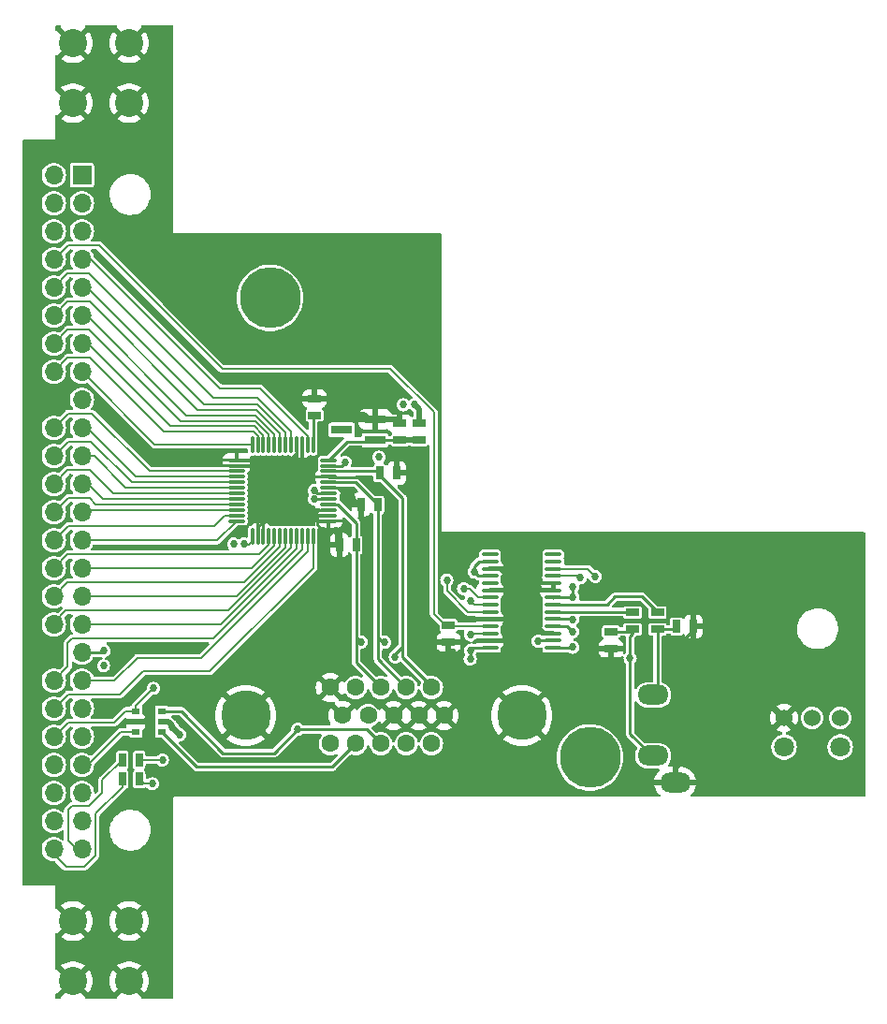
<source format=gbr>
%TF.GenerationSoftware,KiCad,Pcbnew,7.0.10+dfsg-1*%
%TF.CreationDate,2024-01-29T21:55:54+02:00*%
%TF.ProjectId,extra_av_out,65787472-615f-4617-965f-6f75742e6b69,rev?*%
%TF.SameCoordinates,Original*%
%TF.FileFunction,Copper,L1,Top*%
%TF.FilePolarity,Positive*%
%FSLAX46Y46*%
G04 Gerber Fmt 4.6, Leading zero omitted, Abs format (unit mm)*
G04 Created by KiCad (PCBNEW 7.0.10+dfsg-1) date 2024-01-29 21:55:54*
%MOMM*%
%LPD*%
G01*
G04 APERTURE LIST*
G04 Aperture macros list*
%AMRoundRect*
0 Rectangle with rounded corners*
0 $1 Rounding radius*
0 $2 $3 $4 $5 $6 $7 $8 $9 X,Y pos of 4 corners*
0 Add a 4 corners polygon primitive as box body*
4,1,4,$2,$3,$4,$5,$6,$7,$8,$9,$2,$3,0*
0 Add four circle primitives for the rounded corners*
1,1,$1+$1,$2,$3*
1,1,$1+$1,$4,$5*
1,1,$1+$1,$6,$7*
1,1,$1+$1,$8,$9*
0 Add four rect primitives between the rounded corners*
20,1,$1+$1,$2,$3,$4,$5,0*
20,1,$1+$1,$4,$5,$6,$7,0*
20,1,$1+$1,$6,$7,$8,$9,0*
20,1,$1+$1,$8,$9,$2,$3,0*%
G04 Aperture macros list end*
%TA.AperFunction,SMDPad,CuDef*%
%ADD10R,1.143000X0.635000*%
%TD*%
%TA.AperFunction,SMDPad,CuDef*%
%ADD11R,0.635000X1.143000*%
%TD*%
%TA.AperFunction,SMDPad,CuDef*%
%ADD12R,1.900000X0.800000*%
%TD*%
%TA.AperFunction,ComponentPad*%
%ADD13R,1.700000X1.700000*%
%TD*%
%TA.AperFunction,ComponentPad*%
%ADD14O,1.700000X1.700000*%
%TD*%
%TA.AperFunction,ComponentPad*%
%ADD15C,1.524000*%
%TD*%
%TA.AperFunction,ComponentPad*%
%ADD16C,1.800000*%
%TD*%
%TA.AperFunction,ComponentPad*%
%ADD17C,1.600000*%
%TD*%
%TA.AperFunction,ComponentPad*%
%ADD18C,4.500000*%
%TD*%
%TA.AperFunction,SMDPad,CuDef*%
%ADD19RoundRect,0.075000X-0.662500X-0.075000X0.662500X-0.075000X0.662500X0.075000X-0.662500X0.075000X0*%
%TD*%
%TA.AperFunction,SMDPad,CuDef*%
%ADD20RoundRect,0.075000X-0.075000X-0.662500X0.075000X-0.662500X0.075000X0.662500X-0.075000X0.662500X0*%
%TD*%
%TA.AperFunction,SMDPad,CuDef*%
%ADD21R,0.700000X0.510000*%
%TD*%
%TA.AperFunction,ComponentPad*%
%ADD22C,2.540000*%
%TD*%
%TA.AperFunction,ComponentPad*%
%ADD23O,2.800000X1.800000*%
%TD*%
%TA.AperFunction,SMDPad,CuDef*%
%ADD24RoundRect,0.100000X0.637500X0.100000X-0.637500X0.100000X-0.637500X-0.100000X0.637500X-0.100000X0*%
%TD*%
%TA.AperFunction,ComponentPad*%
%ADD25C,5.500000*%
%TD*%
%TA.AperFunction,ViaPad*%
%ADD26C,0.686000*%
%TD*%
%TA.AperFunction,Conductor*%
%ADD27C,0.250000*%
%TD*%
%TA.AperFunction,Conductor*%
%ADD28C,0.500000*%
%TD*%
%TA.AperFunction,Conductor*%
%ADD29C,0.200000*%
%TD*%
G04 APERTURE END LIST*
D10*
%TO.P,C11,1*%
%TO.N,GND*%
X96810000Y-70054000D03*
%TO.P,C11,2*%
%TO.N,/AL_OUT*%
X96810000Y-68530000D03*
%TD*%
D11*
%TO.P,C13,1*%
%TO.N,/AR_OUT*%
X102728000Y-68070000D03*
%TO.P,C13,2*%
%TO.N,GND*%
X104252000Y-68070000D03*
%TD*%
D10*
%TO.P,C20,1*%
%TO.N,Net-(D1-K)*%
X77700000Y-51222000D03*
%TO.P,C20,2*%
%TO.N,GND*%
X77700000Y-49698000D03*
%TD*%
D12*
%TO.P,D1,1,K*%
%TO.N,Net-(D1-K)*%
X75440000Y-51220000D03*
%TO.P,D1,2,A*%
%TO.N,GND*%
X75440000Y-49320000D03*
%TO.P,D1,3*%
%TO.N,N/C*%
X72440000Y-50270000D03*
%TD*%
D13*
%TO.P,J1,1,Pin_1*%
%TO.N,unconnected-(J1-Pin_1-Pad1)*%
X48925790Y-27248710D03*
D14*
%TO.P,J1,2,Pin_2*%
%TO.N,unconnected-(J1-Pin_2-Pad2)*%
X46385790Y-27248710D03*
%TO.P,J1,3,Pin_3*%
%TO.N,unconnected-(J1-Pin_3-Pad3)*%
X48925790Y-29788710D03*
%TO.P,J1,4,Pin_4*%
%TO.N,unconnected-(J1-Pin_4-Pad4)*%
X46385790Y-29788710D03*
%TO.P,J1,5,Pin_5*%
%TO.N,unconnected-(J1-Pin_5-Pad5)*%
X48925790Y-32328710D03*
%TO.P,J1,6,Pin_6*%
%TO.N,unconnected-(J1-Pin_6-Pad6)*%
X46385790Y-32328710D03*
%TO.P,J1,7,Pin_7*%
%TO.N,/VGA_PSAVE*%
X48925790Y-34868710D03*
%TO.P,J1,8,Pin_8*%
%TO.N,/AUDIO_MUTE_N*%
X46385790Y-34868710D03*
%TO.P,J1,9,Pin_9*%
%TO.N,/VGA_R1*%
X48925790Y-37408710D03*
%TO.P,J1,10,Pin_10*%
%TO.N,/VGA_R0*%
X46385790Y-37408710D03*
%TO.P,J1,11,Pin_11*%
%TO.N,/VGA_R3*%
X48925790Y-39948710D03*
%TO.P,J1,12,Pin_12*%
%TO.N,/VGA_R2*%
X46385790Y-39948710D03*
%TO.P,J1,13,Pin_13*%
%TO.N,/VGA_R5*%
X48925790Y-42488710D03*
%TO.P,J1,14,Pin_14*%
%TO.N,/VGA_R4*%
X46385790Y-42488710D03*
%TO.P,J1,15,Pin_15*%
%TO.N,/VGA_R7*%
X48925790Y-45028710D03*
%TO.P,J1,16,Pin_16*%
%TO.N,/VGA_R6*%
X46385790Y-45028710D03*
%TO.P,J1,17,Pin_17*%
%TO.N,/DVDD5*%
X48925790Y-47568710D03*
%TO.P,J1,18,Pin_18*%
%TO.N,GND*%
X46385790Y-47568710D03*
%TO.P,J1,19,Pin_19*%
%TO.N,/VGA_G1*%
X48925790Y-50108710D03*
%TO.P,J1,20,Pin_20*%
%TO.N,/VGA_G0*%
X46385790Y-50108710D03*
%TO.P,J1,21,Pin_21*%
%TO.N,/VGA_G3*%
X48925790Y-52648710D03*
%TO.P,J1,22,Pin_22*%
%TO.N,/VGA_G2*%
X46385790Y-52648710D03*
%TO.P,J1,23,Pin_23*%
%TO.N,/VGA_G5*%
X48925790Y-55188710D03*
%TO.P,J1,24,Pin_24*%
%TO.N,/VGA_G4*%
X46385790Y-55188710D03*
%TO.P,J1,25,Pin_25*%
%TO.N,/VGA_G7*%
X48925790Y-57728710D03*
%TO.P,J1,26,Pin_26*%
%TO.N,/VGA_G6*%
X46385790Y-57728710D03*
%TO.P,J1,27,Pin_27*%
%TO.N,/VGA_SOG*%
X48925790Y-60268710D03*
%TO.P,J1,28,Pin_28*%
%TO.N,/VGA_BL_N*%
X46385790Y-60268710D03*
%TO.P,J1,29,Pin_29*%
%TO.N,/VGA_B1*%
X48925790Y-62808710D03*
%TO.P,J1,30,Pin_30*%
%TO.N,/VGA_B0*%
X46385790Y-62808710D03*
%TO.P,J1,31,Pin_31*%
%TO.N,/VGA_B3*%
X48925790Y-65348710D03*
%TO.P,J1,32,Pin_32*%
%TO.N,/VGA_B2*%
X46385790Y-65348710D03*
%TO.P,J1,33,Pin_33*%
%TO.N,/VGA_B5*%
X48925790Y-67888710D03*
%TO.P,J1,34,Pin_34*%
%TO.N,/VGA_B4*%
X46385790Y-67888710D03*
%TO.P,J1,35,Pin_35*%
%TO.N,/DVDD3v3*%
X48925790Y-70428710D03*
%TO.P,J1,36,Pin_36*%
%TO.N,GND*%
X46385790Y-70428710D03*
%TO.P,J1,37,Pin_37*%
%TO.N,/VGA_B7*%
X48925790Y-72968710D03*
%TO.P,J1,38,Pin_38*%
%TO.N,/VGA_B6*%
X46385790Y-72968710D03*
%TO.P,J1,39,Pin_39*%
%TO.N,unconnected-(J1-Pin_39-Pad39)*%
X48925790Y-75508710D03*
%TO.P,J1,40,Pin_40*%
%TO.N,/VGA_CLK*%
X46385790Y-75508710D03*
%TO.P,J1,41,Pin_41*%
%TO.N,unconnected-(J1-Pin_41-Pad41)*%
X48925790Y-78048710D03*
%TO.P,J1,42,Pin_42*%
%TO.N,/VGA_HS*%
X46385790Y-78048710D03*
%TO.P,J1,43,Pin_43*%
%TO.N,/VGA_VS*%
X48925790Y-80588710D03*
%TO.P,J1,44,Pin_44*%
%TO.N,unconnected-(J1-Pin_44-Pad44)*%
X46385790Y-80588710D03*
%TO.P,J1,45,Pin_45*%
%TO.N,/I2S_BCK*%
X48925790Y-83128710D03*
%TO.P,J1,46,Pin_46*%
%TO.N,/I2S_WS*%
X46385790Y-83128710D03*
%TO.P,J1,47,Pin_47*%
%TO.N,/I2S_DATA*%
X48925790Y-85668710D03*
%TO.P,J1,48,Pin_48*%
%TO.N,/SPDIF*%
X46385790Y-85668710D03*
%TO.P,J1,49,Pin_49*%
%TO.N,/SDA*%
X48925790Y-88208710D03*
%TO.P,J1,50,Pin_50*%
%TO.N,/SCL*%
X46385790Y-88208710D03*
%TD*%
D15*
%TO.P,J3,1,Pin_1*%
%TO.N,/SPDIF*%
X117540000Y-76345000D03*
%TO.P,J3,2,Pin_2*%
%TO.N,/DVDD3v3*%
X115000000Y-76345000D03*
%TO.P,J3,3,Pin_3*%
%TO.N,GND*%
X112460000Y-76345000D03*
D16*
%TO.P,J3,4*%
%TO.N,N/C*%
X112460000Y-78970000D03*
%TO.P,J3,5*%
X117540000Y-78970000D03*
%TD*%
D17*
%TO.P,J4,1,RED*%
%TO.N,/R_OUT*%
X80560000Y-73590000D03*
%TO.P,J4,2,GREEN*%
%TO.N,/G_OUT*%
X78270000Y-73590000D03*
%TO.P,J4,3,BLUE*%
%TO.N,/B_OUT*%
X75980000Y-73590000D03*
%TO.P,J4,4,ID2/RES*%
%TO.N,/VGA_CS_75*%
X73690000Y-73590000D03*
%TO.P,J4,5,GND_HSYNC*%
%TO.N,GND*%
X71400000Y-73590000D03*
%TO.P,J4,6,RED_RTN*%
X81700000Y-76130000D03*
%TO.P,J4,7,GREEN_RTN*%
X79410000Y-76130000D03*
%TO.P,J4,8,BLUE_RTN*%
X77120000Y-76130000D03*
%TO.P,J4,9,KEY/PWR*%
%TO.N,/DVDD5*%
X74830000Y-76130000D03*
D18*
%TO.P,J4,10,GND_VSYNC*%
%TO.N,GND*%
X63740000Y-76130000D03*
D17*
X72540000Y-76130000D03*
D18*
X88740000Y-76130000D03*
D17*
%TO.P,J4,11,ID0/RES*%
%TO.N,unconnected-(J4-ID0{slash}RES-Pad11)*%
X80560000Y-78670000D03*
%TO.P,J4,12,ID1/SDA*%
%TO.N,unconnected-(J4-ID1{slash}SDA-Pad12)*%
X78270000Y-78670000D03*
%TO.P,J4,13,HSYNC*%
%TO.N,/VGA_HS_TTL*%
X75980000Y-78670000D03*
%TO.P,J4,14,VSYNC*%
%TO.N,/VGA_VS_TTL*%
X73690000Y-78670000D03*
%TO.P,J4,15,ID3/SCL*%
%TO.N,unconnected-(J4-ID3{slash}SCL-Pad15)*%
X71400000Y-78670000D03*
%TD*%
D10*
%TO.P,R1,1*%
%TO.N,GND*%
X82110000Y-69484000D03*
%TO.P,R1,2*%
%TO.N,/AUDIO_MUTE_N*%
X82110000Y-67960000D03*
%TD*%
%TO.P,R2,1*%
%TO.N,/AL_OUT*%
X98750000Y-68330000D03*
%TO.P,R2,2*%
%TO.N,Net-(U2-OUTL)*%
X98750000Y-66806000D03*
%TD*%
%TO.P,R3,1*%
%TO.N,/AR_OUT*%
X101010000Y-68330000D03*
%TO.P,R3,2*%
%TO.N,Net-(U2-OUTR)*%
X101010000Y-66806000D03*
%TD*%
%TO.P,R4,1*%
%TO.N,GND*%
X69980000Y-47438000D03*
%TO.P,R4,2*%
%TO.N,Net-(U1-RSET)*%
X69980000Y-48962000D03*
%TD*%
D11*
%TO.P,R5,1*%
%TO.N,GND*%
X77402000Y-54200000D03*
%TO.P,R5,2*%
%TO.N,/R_OUT*%
X75878000Y-54200000D03*
%TD*%
%TO.P,R6,1*%
%TO.N,GND*%
X74188000Y-57060000D03*
%TO.P,R6,2*%
%TO.N,/G_OUT*%
X75712000Y-57060000D03*
%TD*%
%TO.P,R7,1*%
%TO.N,GND*%
X72218000Y-60690000D03*
%TO.P,R7,2*%
%TO.N,/B_OUT*%
X73742000Y-60690000D03*
%TD*%
D10*
%TO.P,R8,1*%
%TO.N,/DVDD3v3*%
X79410000Y-49696000D03*
%TO.P,R8,2*%
%TO.N,Net-(D1-K)*%
X79410000Y-51220000D03*
%TD*%
D19*
%TO.P,U1,1,GND*%
%TO.N,GND*%
X62927500Y-53030000D03*
%TO.P,U1,2,GND*%
X62927500Y-53530000D03*
%TO.P,U1,3,G0*%
%TO.N,/VGA_G0*%
X62927500Y-54030000D03*
%TO.P,U1,4,G1*%
%TO.N,/VGA_G1*%
X62927500Y-54530000D03*
%TO.P,U1,5,G2*%
%TO.N,/VGA_G2*%
X62927500Y-55030000D03*
%TO.P,U1,6,G3*%
%TO.N,/VGA_G3*%
X62927500Y-55530000D03*
%TO.P,U1,7,G4*%
%TO.N,/VGA_G4*%
X62927500Y-56030000D03*
%TO.P,U1,8,G5*%
%TO.N,/VGA_G5*%
X62927500Y-56530000D03*
%TO.P,U1,9,G6*%
%TO.N,/VGA_G6*%
X62927500Y-57030000D03*
%TO.P,U1,10,G7*%
%TO.N,/VGA_G7*%
X62927500Y-57530000D03*
%TO.P,U1,11,BLANK\u002A*%
%TO.N,/VGA_BL_N*%
X62927500Y-58030000D03*
%TO.P,U1,12,SYNC\u002A*%
%TO.N,/VGA_SOG*%
X62927500Y-58530000D03*
D20*
%TO.P,U1,13,VAA*%
%TO.N,/DVDD3v3*%
X64340000Y-59942500D03*
%TO.P,U1,14,GND*%
%TO.N,GND*%
X64840000Y-59942500D03*
%TO.P,U1,15,GND*%
X65340000Y-59942500D03*
%TO.P,U1,16,B0*%
%TO.N,/VGA_B0*%
X65840000Y-59942500D03*
%TO.P,U1,17,B1*%
%TO.N,/VGA_B1*%
X66340000Y-59942500D03*
%TO.P,U1,18,B2*%
%TO.N,/VGA_B2*%
X66840000Y-59942500D03*
%TO.P,U1,19,B3*%
%TO.N,/VGA_B3*%
X67340000Y-59942500D03*
%TO.P,U1,20,B4*%
%TO.N,/VGA_B4*%
X67840000Y-59942500D03*
%TO.P,U1,21,B5*%
%TO.N,/VGA_B5*%
X68340000Y-59942500D03*
%TO.P,U1,22,B6*%
%TO.N,/VGA_B6*%
X68840000Y-59942500D03*
%TO.P,U1,23,B7*%
%TO.N,/VGA_B7*%
X69340000Y-59942500D03*
%TO.P,U1,24,CLOCK*%
%TO.N,/VGA_CLK*%
X69840000Y-59942500D03*
D19*
%TO.P,U1,25,GND*%
%TO.N,GND*%
X71252500Y-58530000D03*
%TO.P,U1,26,GND*%
X71252500Y-58030000D03*
%TO.P,U1,27,IOB\u002A*%
X71252500Y-57530000D03*
%TO.P,U1,28,IOB*%
%TO.N,/B_OUT*%
X71252500Y-57030000D03*
%TO.P,U1,29,VAA*%
%TO.N,/DVDD3v3*%
X71252500Y-56530000D03*
%TO.P,U1,30,VAA*%
X71252500Y-56030000D03*
%TO.P,U1,31,IOG\u002A*%
%TO.N,GND*%
X71252500Y-55530000D03*
%TO.P,U1,32,IOG*%
%TO.N,/G_OUT*%
X71252500Y-55030000D03*
%TO.P,U1,33,IOR\u002A*%
%TO.N,GND*%
X71252500Y-54530000D03*
%TO.P,U1,34,IOR*%
%TO.N,/R_OUT*%
X71252500Y-54030000D03*
%TO.P,U1,35,COMP*%
%TO.N,Net-(U1-COMP)*%
X71252500Y-53530000D03*
%TO.P,U1,36,VREF*%
%TO.N,Net-(D1-K)*%
X71252500Y-53030000D03*
D20*
%TO.P,U1,37,RSET*%
%TO.N,Net-(U1-RSET)*%
X69840000Y-51617500D03*
%TO.P,U1,38,PSAVE\u002A*%
%TO.N,/VGA_PSAVE*%
X69340000Y-51617500D03*
%TO.P,U1,39,GND*%
%TO.N,GND*%
X68840000Y-51617500D03*
%TO.P,U1,40,GND*%
X68340000Y-51617500D03*
%TO.P,U1,41,R0*%
%TO.N,/VGA_R0*%
X67840000Y-51617500D03*
%TO.P,U1,42,R1*%
%TO.N,/VGA_R1*%
X67340000Y-51617500D03*
%TO.P,U1,43,R2*%
%TO.N,/VGA_R2*%
X66840000Y-51617500D03*
%TO.P,U1,44,R3*%
%TO.N,/VGA_R3*%
X66340000Y-51617500D03*
%TO.P,U1,45,R4*%
%TO.N,/VGA_R4*%
X65840000Y-51617500D03*
%TO.P,U1,46,R5*%
%TO.N,/VGA_R5*%
X65340000Y-51617500D03*
%TO.P,U1,47,R6*%
%TO.N,/VGA_R6*%
X64840000Y-51617500D03*
%TO.P,U1,48,R7*%
%TO.N,/VGA_R7*%
X64340000Y-51617500D03*
%TD*%
D21*
%TO.P,U3,1,1A*%
%TO.N,/VGA_HS*%
X53810000Y-75720000D03*
%TO.P,U3,2,GND*%
%TO.N,GND*%
X53810000Y-76670000D03*
%TO.P,U3,3,2A*%
%TO.N,/VGA_VS*%
X53810000Y-77620000D03*
%TO.P,U3,4,2Y*%
%TO.N,/VGA_VS_TTL*%
X56130000Y-77620000D03*
%TO.P,U3,5,Vcc*%
%TO.N,/DVDD5*%
X56130000Y-76670000D03*
%TO.P,U3,6,1Y*%
%TO.N,/VGA_HS_TTL*%
X56130000Y-75720000D03*
%TD*%
D22*
%TO.P,ST1,1,Pin_1*%
%TO.N,GND*%
X53190000Y-15300000D03*
X48110000Y-15300000D03*
X53190000Y-20740000D03*
X48110000Y-20740000D03*
%TD*%
%TO.P,ST2,1,Pin_1*%
%TO.N,GND*%
X53190000Y-94720000D03*
X48110000Y-94720000D03*
X53190000Y-100160000D03*
X48110000Y-100160000D03*
%TD*%
D23*
%TO.P,J2,R*%
%TO.N,/AR_OUT*%
X100610000Y-74270000D03*
%TO.P,J2,S*%
%TO.N,GND*%
X102610000Y-82170000D03*
%TO.P,J2,T*%
%TO.N,/AL_OUT*%
X100610000Y-79770000D03*
%TD*%
D24*
%TO.P,U2,1,CPVDD*%
%TO.N,/DVDD3v3*%
X91582500Y-70007000D03*
%TO.P,U2,2,CAPP*%
%TO.N,Net-(U2-CAPP)*%
X91582500Y-69357000D03*
%TO.P,U2,3,CPGND*%
%TO.N,GND*%
X91582500Y-68707000D03*
%TO.P,U2,4,CAPM*%
%TO.N,Net-(U2-CAPM)*%
X91582500Y-68057000D03*
%TO.P,U2,5,VNEG*%
%TO.N,Net-(U2-VNEG)*%
X91582500Y-67407000D03*
%TO.P,U2,6,OUTL*%
%TO.N,Net-(U2-OUTL)*%
X91582500Y-66757000D03*
%TO.P,U2,7,OUTR*%
%TO.N,Net-(U2-OUTR)*%
X91582500Y-66107000D03*
%TO.P,U2,8,AVDD*%
%TO.N,/DVDD3v3*%
X91582500Y-65457000D03*
%TO.P,U2,9,AGND*%
%TO.N,GND*%
X91582500Y-64807000D03*
%TO.P,U2,10,VCOM/DEMP*%
X91582500Y-64157000D03*
%TO.P,U2,11,SDA/MOSI/ATT2*%
%TO.N,/SDA_F*%
X91582500Y-63507000D03*
%TO.P,U2,12,SCL/MC/ATT1*%
%TO.N,/SCL_F*%
X91582500Y-62857000D03*
%TO.P,U2,13,GPIO5/ATT0*%
%TO.N,unconnected-(U2-GPIO5{slash}ATT0-Pad13)*%
X91582500Y-62207000D03*
%TO.P,U2,14,GPIO4/MAST*%
%TO.N,unconnected-(U2-GPIO4{slash}MAST-Pad14)*%
X91582500Y-61557000D03*
%TO.P,U2,15,GPIO3/AGNS*%
%TO.N,unconnected-(U2-GPIO3{slash}AGNS-Pad15)*%
X85857500Y-61557000D03*
%TO.P,U2,16,ADR2/GPIO2/DOUT*%
%TO.N,/DVDD3v3*%
X85857500Y-62207000D03*
%TO.P,U2,17,MODE1*%
%TO.N,GND*%
X85857500Y-62857000D03*
%TO.P,U2,18,MODE2/MS*%
%TO.N,/DVDD3v3*%
X85857500Y-63507000D03*
%TO.P,U2,19,GPIO6/FLT*%
%TO.N,unconnected-(U2-GPIO6{slash}FLT-Pad19)*%
X85857500Y-64157000D03*
%TO.P,U2,20,SCK*%
%TO.N,GND*%
X85857500Y-64807000D03*
%TO.P,U2,21,BCK*%
%TO.N,/I2S_BCK*%
X85857500Y-65457000D03*
%TO.P,U2,22,DIN*%
%TO.N,/I2S_DATA*%
X85857500Y-66107000D03*
%TO.P,U2,23,LRCK*%
%TO.N,/I2S_WS*%
X85857500Y-66757000D03*
%TO.P,U2,24,ADR1/MISO/FMT*%
%TO.N,GND*%
X85857500Y-67407000D03*
%TO.P,U2,25,XSMT*%
%TO.N,/AUDIO_MUTE_N*%
X85857500Y-68057000D03*
%TO.P,U2,26,LDOO*%
%TO.N,Net-(U2-LDOO)*%
X85857500Y-68707000D03*
%TO.P,U2,27,DGND*%
%TO.N,GND*%
X85857500Y-69357000D03*
%TO.P,U2,28,DVDD*%
%TO.N,/DVDD3v3*%
X85857500Y-70007000D03*
%TD*%
D25*
%TO.P,MH4,1*%
%TO.N,N/C*%
X94900000Y-79930000D03*
%TD*%
D11*
%TO.P,FB1,1*%
%TO.N,/SCL*%
X52586000Y-81890000D03*
%TO.P,FB1,2*%
%TO.N,/SCL_F*%
X54110000Y-81890000D03*
%TD*%
%TO.P,FB2,1*%
%TO.N,/SDA*%
X52586000Y-80150000D03*
%TO.P,FB2,2*%
%TO.N,/SDA_F*%
X54110000Y-80150000D03*
%TD*%
D25*
%TO.P,MH5,1*%
%TO.N,N/C*%
X65950000Y-38360000D03*
%TD*%
D26*
%TO.N,GND*%
X49438408Y-98366427D03*
X74838408Y-47566427D03*
X74750000Y-58410000D03*
X62138408Y-37406427D03*
X88610000Y-63920000D03*
X90300000Y-63850000D03*
X68480000Y-53110000D03*
X79918408Y-55186427D03*
X90210000Y-68000000D03*
X59598408Y-34866427D03*
X74838408Y-60266427D03*
X72960000Y-48910000D03*
X110398408Y-62806427D03*
X72298408Y-42486427D03*
X54518408Y-98366427D03*
X64810000Y-54980000D03*
X107858408Y-80586427D03*
X74838408Y-39946427D03*
X105318408Y-67886427D03*
X115478408Y-80586427D03*
X72298408Y-37406427D03*
X55080000Y-76200000D03*
X69758408Y-34866427D03*
X54518408Y-90746427D03*
X54518408Y-17086427D03*
X72298408Y-62806427D03*
X72298408Y-39946427D03*
X79918408Y-42486427D03*
X49438408Y-24706427D03*
X74838408Y-37406427D03*
X72298408Y-34866427D03*
X69758408Y-39946427D03*
X97698408Y-72966427D03*
X64678408Y-72966427D03*
X102778408Y-65346427D03*
X57058408Y-52646427D03*
X69758408Y-42486427D03*
X97698408Y-62806427D03*
X51978408Y-98366427D03*
X51978408Y-90746427D03*
X102778408Y-62806427D03*
X71870000Y-59420000D03*
X79918408Y-60266427D03*
X110398408Y-75506427D03*
X70750000Y-59420000D03*
X69758408Y-75506427D03*
X67330000Y-53150000D03*
X112938408Y-65346427D03*
X87340000Y-67792000D03*
X112938408Y-62806427D03*
X87538408Y-70426427D03*
X118018408Y-67886427D03*
X74838408Y-67886427D03*
X57058408Y-34866427D03*
X62138408Y-42486427D03*
X72298408Y-67886427D03*
X76940000Y-58170000D03*
X64678408Y-34866427D03*
X71590000Y-48920000D03*
X105318408Y-80586427D03*
X73320000Y-56330000D03*
X51978408Y-17086427D03*
X74838408Y-62806427D03*
X49438408Y-90746427D03*
X90290000Y-64650000D03*
X87340000Y-69022000D03*
X54518408Y-24706427D03*
X67218408Y-75506427D03*
X112938408Y-80586427D03*
X110398408Y-70426427D03*
X59598408Y-39946427D03*
X110398408Y-67886427D03*
X88530000Y-66370000D03*
X79918408Y-39946427D03*
X118018408Y-80586427D03*
X115478408Y-65346427D03*
X118018408Y-62806427D03*
X77378408Y-37406427D03*
X105318408Y-70426427D03*
X62138408Y-34866427D03*
X79918408Y-34866427D03*
X66640000Y-58480000D03*
X107858408Y-70426427D03*
X79918408Y-70426427D03*
X110398408Y-80586427D03*
X54518408Y-32326427D03*
X49438408Y-17086427D03*
X79918408Y-37406427D03*
X51978408Y-32326427D03*
X67218408Y-70426427D03*
X105318408Y-78046427D03*
X64678408Y-70426427D03*
X118018408Y-70426427D03*
X107858408Y-67886427D03*
X105318408Y-62806427D03*
X115478408Y-62806427D03*
X74838408Y-34866427D03*
X74838408Y-42486427D03*
X110398408Y-78046427D03*
X112938408Y-70426427D03*
X79918408Y-52646427D03*
X82458408Y-78046427D03*
X79918408Y-57726427D03*
X110398408Y-65346427D03*
X82458408Y-72966427D03*
X67218408Y-42486427D03*
X59598408Y-37406427D03*
X54518408Y-34866427D03*
X100238408Y-62806427D03*
X105318408Y-65346427D03*
X107858408Y-65346427D03*
X59598408Y-52646427D03*
X79918408Y-62806427D03*
X107858408Y-78046427D03*
X62138408Y-39946427D03*
X69758408Y-37406427D03*
X78600000Y-55150000D03*
X102790000Y-69850000D03*
X118018408Y-65346427D03*
X105318408Y-72966427D03*
X77378408Y-39946427D03*
X55110000Y-77400000D03*
X115478408Y-78046427D03*
X102778408Y-78046427D03*
X102778408Y-80586427D03*
X79918408Y-67886427D03*
X51978408Y-24706427D03*
X112938408Y-67886427D03*
X102778408Y-72966427D03*
X74720000Y-70840000D03*
X100238408Y-78046427D03*
X107858408Y-62806427D03*
X67218408Y-34866427D03*
X77380000Y-52870000D03*
X57058408Y-37406427D03*
X77378408Y-34866427D03*
X65410000Y-58470000D03*
X77378408Y-42486427D03*
X79918408Y-45026427D03*
X64850000Y-53620000D03*
X74790000Y-54950000D03*
X87538408Y-80586427D03*
X67218408Y-72966427D03*
X64678408Y-42486427D03*
X68420000Y-78610000D03*
X82458408Y-70426427D03*
X107858408Y-72966427D03*
X92618408Y-75506427D03*
%TO.N,/DVDD3v3*%
X93330000Y-69950000D03*
X84430000Y-63132000D03*
X93350000Y-64500000D03*
X50910000Y-70260000D03*
X93350000Y-65390000D03*
X69970000Y-56540000D03*
X50880000Y-71630000D03*
X69960000Y-55790000D03*
X79030000Y-48010000D03*
X63610000Y-60620000D03*
X62650000Y-60620000D03*
X84070000Y-70250000D03*
X78020000Y-48020000D03*
X84060000Y-71020000D03*
X75790000Y-52760000D03*
%TO.N,Net-(U2-VNEG)*%
X93330000Y-67424500D03*
%TO.N,Net-(U2-CAPP)*%
X90200000Y-69400000D03*
%TO.N,Net-(U2-CAPM)*%
X93330000Y-68550000D03*
%TO.N,Net-(U2-LDOO)*%
X84080000Y-68830000D03*
%TO.N,/AL_OUT*%
X98530000Y-70960000D03*
%TO.N,Net-(U1-COMP)*%
X72736508Y-53212669D03*
%TO.N,/DVDD5*%
X57110000Y-77160000D03*
X57800000Y-77860000D03*
%TO.N,/I2S_DATA*%
X84070000Y-65770000D03*
%TO.N,/I2S_WS*%
X81950000Y-63860000D03*
%TO.N,/I2S_BCK*%
X83470000Y-64640000D03*
%TO.N,/VGA_HS*%
X55380000Y-73670000D03*
%TO.N,/VGA_HS_TTL*%
X68460000Y-77380000D03*
%TO.N,/B_OUT*%
X74220000Y-69480000D03*
%TO.N,/G_OUT*%
X76310000Y-69500000D03*
%TO.N,/R_OUT*%
X77270000Y-70820000D03*
%TO.N,/SCL_F*%
X55290000Y-82300000D03*
X95380000Y-63550000D03*
%TO.N,/SDA_F*%
X56210000Y-80150000D03*
X94010000Y-63670000D03*
%TD*%
D27*
%TO.N,GND*%
X70140000Y-57730000D02*
X70140000Y-58080000D01*
X77402000Y-54200000D02*
X77402000Y-52892000D01*
X87220000Y-64482000D02*
X86895000Y-64807000D01*
X71252500Y-57530000D02*
X70340000Y-57530000D01*
X70140000Y-58270000D02*
X70400000Y-58530000D01*
X65420000Y-58480000D02*
X65410000Y-58470000D01*
X70340000Y-57530000D02*
X70140000Y-57730000D01*
X73585702Y-57060000D02*
X74188000Y-57060000D01*
X64840000Y-59040000D02*
X65410000Y-58470000D01*
X72055702Y-55530000D02*
X73585702Y-57060000D01*
X64360000Y-53470000D02*
X64700000Y-53470000D01*
X68840000Y-52750000D02*
X68480000Y-53110000D01*
X66640000Y-58480000D02*
X65420000Y-58480000D01*
D28*
X71590000Y-48920000D02*
X71590000Y-47680000D01*
D27*
X71252500Y-58030000D02*
X70190000Y-58030000D01*
X65340000Y-59942500D02*
X65340000Y-58540000D01*
X86895000Y-64807000D02*
X85857500Y-64807000D01*
X71252500Y-55530000D02*
X72055702Y-55530000D01*
X90210000Y-68072000D02*
X90210000Y-68000000D01*
X87220000Y-63352000D02*
X87220000Y-64482000D01*
X90607179Y-64807000D02*
X90447000Y-64807000D01*
X87340000Y-67792000D02*
X86955000Y-67407000D01*
X86955000Y-67407000D02*
X85857500Y-67407000D01*
D29*
X82237000Y-69357000D02*
X82110000Y-69484000D01*
D28*
X71348000Y-47438000D02*
X69980000Y-47438000D01*
X75440000Y-49320000D02*
X77322000Y-49320000D01*
D27*
X70190000Y-58030000D02*
X70190000Y-58860000D01*
X86725000Y-62857000D02*
X87220000Y-63352000D01*
X64840000Y-59942500D02*
X64840000Y-59040000D01*
X67610702Y-53150000D02*
X67330000Y-53150000D01*
X71252500Y-54554990D02*
X74394990Y-54554990D01*
X71252500Y-54530000D02*
X71252500Y-54554990D01*
X62927500Y-53030000D02*
X64110000Y-53030000D01*
D28*
X74840000Y-49320000D02*
X74430000Y-48910000D01*
D27*
X85857500Y-62857000D02*
X86725000Y-62857000D01*
X64360000Y-53470000D02*
X64300000Y-53530000D01*
X90230000Y-63920000D02*
X90300000Y-63850000D01*
X87340000Y-67560000D02*
X88530000Y-66370000D01*
X71870000Y-59420000D02*
X71870000Y-60342000D01*
X68340000Y-51617500D02*
X68340000Y-52420702D01*
X68340000Y-52420702D02*
X67610702Y-53150000D01*
D28*
X74430000Y-48910000D02*
X72960000Y-48910000D01*
D27*
X70140000Y-58080000D02*
X70140000Y-58270000D01*
X87340000Y-67792000D02*
X87340000Y-67560000D01*
X70400000Y-58530000D02*
X71252500Y-58530000D01*
X91582500Y-64807000D02*
X90607179Y-64807000D01*
D28*
X71590000Y-47680000D02*
X71348000Y-47438000D01*
D27*
X71870000Y-60342000D02*
X72218000Y-60690000D01*
X65340000Y-58540000D02*
X65410000Y-58470000D01*
X87005000Y-69357000D02*
X87340000Y-69022000D01*
X104252000Y-68388000D02*
X104252000Y-68070000D01*
X91582500Y-64157000D02*
X90607000Y-64157000D01*
X64360000Y-53280000D02*
X64360000Y-53470000D01*
X90845000Y-68707000D02*
X90210000Y-68072000D01*
D28*
X54610000Y-76670000D02*
X55080000Y-76200000D01*
D27*
X91582500Y-68707000D02*
X90845000Y-68707000D01*
X74394990Y-54554990D02*
X74790000Y-54950000D01*
D28*
X77322000Y-49320000D02*
X77700000Y-49698000D01*
D27*
X74050000Y-57060000D02*
X73320000Y-56330000D01*
X77402000Y-52892000D02*
X77380000Y-52870000D01*
X64300000Y-53530000D02*
X62927500Y-53530000D01*
X70190000Y-58860000D02*
X70750000Y-59420000D01*
X102790000Y-69850000D02*
X104252000Y-68388000D01*
X90447000Y-64807000D02*
X90290000Y-64650000D01*
X64700000Y-53470000D02*
X64850000Y-53620000D01*
X70190000Y-58030000D02*
X70140000Y-58080000D01*
X74188000Y-57060000D02*
X74050000Y-57060000D01*
D28*
X75440000Y-49320000D02*
X74840000Y-49320000D01*
D27*
X64110000Y-53030000D02*
X64360000Y-53280000D01*
X68840000Y-51617500D02*
X68840000Y-52750000D01*
X90607000Y-64157000D02*
X90300000Y-63850000D01*
D28*
X53810000Y-76670000D02*
X54610000Y-76670000D01*
D27*
X88610000Y-63920000D02*
X90230000Y-63920000D01*
X85857500Y-69357000D02*
X87005000Y-69357000D01*
%TO.N,/DVDD3v3*%
X48925790Y-70428710D02*
X50741290Y-70428710D01*
X84070000Y-71010000D02*
X84060000Y-71020000D01*
X71252500Y-56530000D02*
X69980000Y-56530000D01*
X93283000Y-65457000D02*
X93350000Y-65390000D01*
X84430000Y-62622000D02*
X84430000Y-63132000D01*
X85857500Y-70007000D02*
X84313000Y-70007000D01*
X84805000Y-63507000D02*
X84430000Y-63132000D01*
D29*
X64340000Y-59942500D02*
X64340000Y-60330000D01*
D27*
X50741290Y-70428710D02*
X50910000Y-70260000D01*
X93350000Y-65390000D02*
X93350000Y-64500000D01*
X84313000Y-70007000D02*
X84070000Y-70250000D01*
X85857500Y-62207000D02*
X84845000Y-62207000D01*
X91582500Y-65457000D02*
X93283000Y-65457000D01*
D29*
X64340000Y-60330000D02*
X64010000Y-60660000D01*
D28*
X79410000Y-49696000D02*
X79410000Y-48390000D01*
D27*
X84845000Y-62207000D02*
X84430000Y-62622000D01*
X91582500Y-70007000D02*
X93273000Y-70007000D01*
X70200000Y-56030000D02*
X69960000Y-55790000D01*
X91582500Y-70007000D02*
X91582500Y-70009500D01*
X91527500Y-65512000D02*
X91582500Y-65457000D01*
X85857500Y-63507000D02*
X84805000Y-63507000D01*
X93273000Y-70007000D02*
X93330000Y-69950000D01*
D29*
X64010000Y-60660000D02*
X63650000Y-60660000D01*
X63650000Y-60660000D02*
X63610000Y-60620000D01*
D27*
X71252500Y-56030000D02*
X70200000Y-56030000D01*
D28*
X79410000Y-48390000D02*
X79030000Y-48010000D01*
D27*
X69980000Y-56530000D02*
X69970000Y-56540000D01*
X84070000Y-70250000D02*
X84070000Y-71010000D01*
%TO.N,Net-(U2-VNEG)*%
X91582500Y-67407000D02*
X93312500Y-67407000D01*
X93312500Y-67407000D02*
X93330000Y-67424500D01*
%TO.N,Net-(U2-CAPP)*%
X91582500Y-69357000D02*
X90243000Y-69357000D01*
X90243000Y-69357000D02*
X90200000Y-69400000D01*
%TO.N,Net-(U2-CAPM)*%
X91582500Y-68057000D02*
X92837000Y-68057000D01*
X92837000Y-68057000D02*
X93330000Y-68550000D01*
D29*
%TO.N,Net-(U2-LDOO)*%
X84203000Y-68707000D02*
X84080000Y-68830000D01*
X85857500Y-68707000D02*
X84203000Y-68707000D01*
D27*
%TO.N,/AL_OUT*%
X98550000Y-68530000D02*
X98750000Y-68330000D01*
X98750000Y-68740000D02*
X98750000Y-68330000D01*
X98530000Y-68960000D02*
X98750000Y-68740000D01*
X98530000Y-70960000D02*
X98530000Y-68960000D01*
X96810000Y-68530000D02*
X98550000Y-68530000D01*
X98530000Y-77790000D02*
X98530000Y-70960000D01*
X100510000Y-79770000D02*
X98530000Y-77790000D01*
%TO.N,/AR_OUT*%
X101010000Y-73770000D02*
X100510000Y-74270000D01*
X101010000Y-68330000D02*
X102468000Y-68330000D01*
X101010000Y-68330000D02*
X101010000Y-73770000D01*
X102468000Y-68330000D02*
X102728000Y-68070000D01*
%TO.N,Net-(U1-COMP)*%
X71252500Y-53530000D02*
X72419177Y-53530000D01*
X72419177Y-53530000D02*
X72736508Y-53212669D01*
%TO.N,Net-(D1-K)*%
X72952500Y-51330000D02*
X75330000Y-51330000D01*
D28*
X79408000Y-51222000D02*
X79410000Y-51220000D01*
D27*
X77910000Y-51222000D02*
X75442000Y-51222000D01*
D28*
X77700000Y-51222000D02*
X79408000Y-51222000D01*
D27*
X75330000Y-51330000D02*
X75440000Y-51220000D01*
X75442000Y-51222000D02*
X75440000Y-51220000D01*
X77920000Y-51212000D02*
X77910000Y-51222000D01*
X71252500Y-53030000D02*
X72952500Y-51330000D01*
D28*
%TO.N,/DVDD5*%
X56720000Y-76670000D02*
X57110000Y-77060000D01*
X56130000Y-76670000D02*
X56720000Y-76670000D01*
X57110000Y-77160000D02*
X57110000Y-77170000D01*
X57110000Y-77060000D02*
X57110000Y-77160000D01*
X57110000Y-77170000D02*
X57800000Y-77860000D01*
D29*
%TO.N,/SCL*%
X47497080Y-89820000D02*
X49120000Y-89820000D01*
X50170000Y-88770000D02*
X50170000Y-85020000D01*
X50170000Y-85020000D02*
X52586000Y-82604000D01*
X52586000Y-82604000D02*
X52586000Y-81890000D01*
X45885790Y-88208710D02*
X47497080Y-89820000D01*
X49120000Y-89820000D02*
X50170000Y-88770000D01*
%TO.N,/SDA*%
X49556290Y-84323710D02*
X50770000Y-83110000D01*
X50770000Y-83110000D02*
X50770000Y-81966000D01*
X47660000Y-87442920D02*
X47660000Y-84660000D01*
X47660000Y-84660000D02*
X47996290Y-84323710D01*
X47996290Y-84323710D02*
X49556290Y-84323710D01*
X50770000Y-81966000D02*
X52586000Y-80150000D01*
X48425790Y-88208710D02*
X47660000Y-87442920D01*
%TO.N,/I2S_DATA*%
X84407000Y-66107000D02*
X84070000Y-65770000D01*
X85857500Y-66107000D02*
X84815000Y-66107000D01*
X84815000Y-66107000D02*
X84407000Y-66107000D01*
%TO.N,/I2S_WS*%
X81970000Y-64842000D02*
X83885000Y-66757000D01*
X81970000Y-64842000D02*
X81970000Y-63880000D01*
X83885000Y-66757000D02*
X85857500Y-66757000D01*
X81970000Y-63880000D02*
X81950000Y-63860000D01*
%TO.N,/I2S_BCK*%
X84797000Y-65457000D02*
X85857500Y-65457000D01*
X83980000Y-64640000D02*
X84797000Y-65457000D01*
X83470000Y-64640000D02*
X83980000Y-64640000D01*
%TO.N,/AUDIO_MUTE_N*%
X82207000Y-68057000D02*
X82110000Y-67960000D01*
X81780000Y-67960000D02*
X82110000Y-67960000D01*
X50450000Y-33600000D02*
X61630000Y-44780000D01*
X80760000Y-48700000D02*
X80760000Y-66940000D01*
X85857500Y-68057000D02*
X82207000Y-68057000D01*
X76840000Y-44780000D02*
X80760000Y-48700000D01*
X46385790Y-34868710D02*
X47654500Y-33600000D01*
X47654500Y-33600000D02*
X50450000Y-33600000D01*
X61630000Y-44780000D02*
X76840000Y-44780000D01*
X80760000Y-66940000D02*
X81780000Y-67960000D01*
%TO.N,/VGA_VS*%
X49451290Y-80588710D02*
X48425790Y-80588710D01*
X53810000Y-77620000D02*
X52420000Y-77620000D01*
X52420000Y-77620000D02*
X49451290Y-80588710D01*
%TO.N,/VGA_HS*%
X47654500Y-76780000D02*
X51820000Y-76780000D01*
X53810000Y-75720000D02*
X53810000Y-75240000D01*
X46385790Y-78048710D02*
X47654500Y-76780000D01*
X53810000Y-75240000D02*
X55380000Y-73670000D01*
X52880000Y-75720000D02*
X53810000Y-75720000D01*
X51820000Y-76780000D02*
X52880000Y-75720000D01*
%TO.N,/VGA_CLK*%
X69840000Y-59942500D02*
X69840000Y-62780000D01*
X69840000Y-62780000D02*
X60500000Y-72120000D01*
X52340000Y-74220000D02*
X47674500Y-74220000D01*
X54440000Y-72120000D02*
X52340000Y-74220000D01*
X60500000Y-72120000D02*
X54440000Y-72120000D01*
X47674500Y-74220000D02*
X46385790Y-75508710D01*
%TO.N,/VGA_B7*%
X69340000Y-61280000D02*
X59720000Y-70900000D01*
X59720000Y-70900000D02*
X53920000Y-70900000D01*
X69340000Y-59942500D02*
X69340000Y-61280000D01*
X51851290Y-72968710D02*
X48925790Y-72968710D01*
X53920000Y-70900000D02*
X51851290Y-72968710D01*
%TO.N,/VGA_B6*%
X47640000Y-71714500D02*
X46385790Y-72968710D01*
X60794538Y-69150000D02*
X48060000Y-69150000D01*
X48060000Y-69150000D02*
X47640000Y-69570000D01*
X68840000Y-61104538D02*
X60794538Y-69150000D01*
X47640000Y-69570000D02*
X47640000Y-71714500D01*
X68840000Y-59942500D02*
X68840000Y-61104538D01*
%TO.N,/VGA_B5*%
X61490129Y-67888710D02*
X48925790Y-67888710D01*
X68340000Y-61038839D02*
X61490129Y-67888710D01*
X68340000Y-59942500D02*
X68340000Y-61038839D01*
%TO.N,/VGA_B4*%
X47480000Y-66630000D02*
X46385790Y-67724210D01*
X67840000Y-60973140D02*
X62183140Y-66630000D01*
X62183140Y-66630000D02*
X47480000Y-66630000D01*
X67840000Y-59942500D02*
X67840000Y-60973140D01*
X46385790Y-67724210D02*
X46385790Y-67888710D01*
%TO.N,/VGA_B3*%
X67340000Y-59942500D02*
X67340000Y-60907442D01*
X67340000Y-60907442D02*
X62898732Y-65348710D01*
X62898732Y-65348710D02*
X48925790Y-65348710D01*
%TO.N,/VGA_B2*%
X47644500Y-64090000D02*
X46385790Y-65348710D01*
X66840000Y-60841743D02*
X63591743Y-64090000D01*
X66840000Y-59942500D02*
X66840000Y-60841743D01*
X63591743Y-64090000D02*
X47644500Y-64090000D01*
%TO.N,/VGA_B1*%
X64307334Y-62808710D02*
X48925790Y-62808710D01*
X66340000Y-59942500D02*
X66340000Y-60776044D01*
X66340000Y-60776044D02*
X64307334Y-62808710D01*
%TO.N,/VGA_B0*%
X64980346Y-61570000D02*
X47624500Y-61570000D01*
X65840000Y-59942500D02*
X65840000Y-60710346D01*
X47624500Y-61570000D02*
X46385790Y-62808710D01*
X65840000Y-60710346D02*
X64980346Y-61570000D01*
%TO.N,/VGA_SOG*%
X48947080Y-60290000D02*
X48925790Y-60268710D01*
X62927500Y-58530000D02*
X61167500Y-60290000D01*
X61167500Y-60290000D02*
X48947080Y-60290000D01*
%TO.N,/VGA_BL_N*%
X47664500Y-58990000D02*
X60910000Y-58990000D01*
X46385790Y-60268710D02*
X47664500Y-58990000D01*
X60910000Y-58990000D02*
X61870000Y-58030000D01*
X61870000Y-58030000D02*
X62927500Y-58030000D01*
%TO.N,/VGA_G7*%
X49124500Y-57530000D02*
X48925790Y-57728710D01*
X62927500Y-57530000D02*
X49124500Y-57530000D01*
%TO.N,/VGA_G6*%
X49610000Y-56450000D02*
X47664500Y-56450000D01*
X50190000Y-57030000D02*
X49610000Y-56450000D01*
X47664500Y-56450000D02*
X46385790Y-57728710D01*
X62927500Y-57030000D02*
X50190000Y-57030000D01*
%TO.N,/VGA_G5*%
X62927500Y-56530000D02*
X50840000Y-56530000D01*
X49498710Y-55188710D02*
X48925790Y-55188710D01*
X50840000Y-56530000D02*
X49498710Y-55188710D01*
%TO.N,/VGA_G4*%
X47644500Y-53930000D02*
X46385790Y-55188710D01*
X51750000Y-56030000D02*
X49650000Y-53930000D01*
X62927500Y-56030000D02*
X51750000Y-56030000D01*
X49650000Y-53930000D02*
X47644500Y-53930000D01*
%TO.N,/VGA_G3*%
X50038710Y-52648710D02*
X48925790Y-52648710D01*
X52870010Y-55480010D02*
X50038710Y-52648710D01*
X62560000Y-55530000D02*
X62510010Y-55480010D01*
X62927500Y-55530000D02*
X62560000Y-55530000D01*
X62510010Y-55480010D02*
X52870010Y-55480010D01*
%TO.N,/VGA_G2*%
X47664500Y-51370000D02*
X46385790Y-52648710D01*
X62927500Y-55030000D02*
X53410000Y-55030000D01*
X53410000Y-55030000D02*
X49750000Y-51370000D01*
X49750000Y-51370000D02*
X47664500Y-51370000D01*
%TO.N,/VGA_G1*%
X62927500Y-54530000D02*
X53820000Y-54530000D01*
X53820000Y-54530000D02*
X49398710Y-50108710D01*
X49398710Y-50108710D02*
X48925790Y-50108710D01*
%TO.N,/VGA_G0*%
X47674500Y-48820000D02*
X46385790Y-50108710D01*
X49850000Y-48820000D02*
X47674500Y-48820000D01*
X62927500Y-54030000D02*
X55060000Y-54030000D01*
X55060000Y-54030000D02*
X49850000Y-48820000D01*
%TO.N,/VGA_R7*%
X64340000Y-51617500D02*
X55514580Y-51617500D01*
X55514580Y-51617500D02*
X48925790Y-45028710D01*
%TO.N,/VGA_R6*%
X64840000Y-50849654D02*
X64440346Y-50450000D01*
X56310000Y-50450000D02*
X49640000Y-43780000D01*
X49640000Y-43780000D02*
X47634500Y-43780000D01*
X64840000Y-51617500D02*
X64840000Y-50849654D01*
X47634500Y-43780000D02*
X46385790Y-45028710D01*
X64440346Y-50450000D02*
X56310000Y-50450000D01*
%TO.N,/VGA_R5*%
X49478710Y-42488710D02*
X48925790Y-42488710D01*
X56950000Y-49960000D02*
X49478710Y-42488710D01*
X65340000Y-50783956D02*
X64516044Y-49960000D01*
X65340000Y-51617500D02*
X65340000Y-50783956D01*
X64516044Y-49960000D02*
X56950000Y-49960000D01*
%TO.N,/VGA_R4*%
X57820000Y-49470000D02*
X49590000Y-41240000D01*
X65840000Y-51617500D02*
X65840000Y-50718257D01*
X47634500Y-41240000D02*
X46385790Y-42488710D01*
X49590000Y-41240000D02*
X47634500Y-41240000D01*
X64591743Y-49470000D02*
X57820000Y-49470000D01*
X65840000Y-50718257D02*
X64591743Y-49470000D01*
%TO.N,/VGA_R3*%
X64667441Y-48980000D02*
X58390000Y-48980000D01*
X58390000Y-48980000D02*
X49358710Y-39948710D01*
X66340000Y-51617500D02*
X66340000Y-50652559D01*
X66340000Y-50652559D02*
X64667441Y-48980000D01*
X49358710Y-39948710D02*
X48925790Y-39948710D01*
%TO.N,/VGA_R2*%
X64743139Y-48490000D02*
X59400000Y-48490000D01*
X47634500Y-38700000D02*
X46385790Y-39948710D01*
X59400000Y-48490000D02*
X49610000Y-38700000D01*
X66840000Y-50586861D02*
X64743139Y-48490000D01*
X66840000Y-51617500D02*
X66840000Y-50586861D01*
X49610000Y-38700000D02*
X47634500Y-38700000D01*
%TO.N,/VGA_R1*%
X67340000Y-51617500D02*
X67340000Y-50521163D01*
X49408710Y-37408710D02*
X48925790Y-37408710D01*
X64788837Y-47970000D02*
X59970000Y-47970000D01*
X67340000Y-50521163D02*
X64788837Y-47970000D01*
X59970000Y-47970000D02*
X49408710Y-37408710D01*
%TO.N,/VGA_R0*%
X60790000Y-47410000D02*
X49530000Y-36150000D01*
X67840000Y-50455465D02*
X64794535Y-47410000D01*
X64794535Y-47410000D02*
X60790000Y-47410000D01*
X67840000Y-51617500D02*
X67840000Y-50455465D01*
X47644500Y-36150000D02*
X46385790Y-37408710D01*
X49530000Y-36150000D02*
X47644500Y-36150000D01*
%TO.N,/VGA_PSAVE*%
X69340000Y-50849654D02*
X65020346Y-46530000D01*
X61410000Y-46530000D02*
X49748710Y-34868710D01*
X69340000Y-51617500D02*
X69340000Y-50849654D01*
X49748710Y-34868710D02*
X48925790Y-34868710D01*
X65020346Y-46530000D02*
X61410000Y-46530000D01*
D27*
%TO.N,/VGA_VS_TTL*%
X71740000Y-80620000D02*
X73690000Y-78670000D01*
X71600000Y-80760000D02*
X71740000Y-80620000D01*
X56130000Y-77620000D02*
X59270000Y-80760000D01*
X59270000Y-80760000D02*
X71600000Y-80760000D01*
%TO.N,/VGA_HS_TTL*%
X74690000Y-77380000D02*
X75980000Y-78670000D01*
X57900000Y-75720000D02*
X61700000Y-79520000D01*
X68460000Y-77380000D02*
X74690000Y-77380000D01*
X66320000Y-79520000D02*
X68460000Y-77380000D01*
X56130000Y-75720000D02*
X57900000Y-75720000D01*
X61700000Y-79520000D02*
X66320000Y-79520000D01*
%TO.N,/B_OUT*%
X74220000Y-69480000D02*
X74162000Y-69480000D01*
X73742000Y-58716298D02*
X73742000Y-60690000D01*
X74162000Y-69480000D02*
X73742000Y-69060000D01*
X73742000Y-71342000D02*
X75980000Y-73580000D01*
X72055702Y-57030000D02*
X73742000Y-58716298D01*
X73742000Y-69060000D02*
X73742000Y-71342000D01*
X71252500Y-57030000D02*
X72055702Y-57030000D01*
X73742000Y-60690000D02*
X73742000Y-69060000D01*
%TO.N,Net-(U2-OUTL)*%
X98701000Y-66757000D02*
X98750000Y-66806000D01*
X91582500Y-66757000D02*
X98701000Y-66757000D01*
%TO.N,Net-(U2-OUTR)*%
X97150000Y-65380000D02*
X99584000Y-65380000D01*
X96423000Y-66107000D02*
X97150000Y-65380000D01*
X99584000Y-65380000D02*
X101010000Y-66806000D01*
X91582500Y-66107000D02*
X96423000Y-66107000D01*
%TO.N,Net-(U1-RSET)*%
X69840000Y-51617500D02*
X69840000Y-49102000D01*
X69840000Y-49102000D02*
X69980000Y-48962000D01*
%TO.N,/G_OUT*%
X78270000Y-73600000D02*
X78270000Y-74090000D01*
X75712000Y-71042000D02*
X78270000Y-73600000D01*
X71252500Y-55030000D02*
X73682000Y-55030000D01*
X76182000Y-69500000D02*
X75712000Y-69030000D01*
X75712000Y-57060000D02*
X75712000Y-69030000D01*
X75712000Y-69030000D02*
X75712000Y-71042000D01*
X76310000Y-69500000D02*
X76182000Y-69500000D01*
X73682000Y-55030000D02*
X75712000Y-57060000D01*
%TO.N,/R_OUT*%
X75878000Y-54388000D02*
X77930000Y-56440000D01*
X77930000Y-70830000D02*
X80560000Y-73460000D01*
X77930000Y-69900000D02*
X77270000Y-70560000D01*
X77930000Y-56440000D02*
X77930000Y-69900000D01*
X75708000Y-54030000D02*
X75878000Y-54200000D01*
X77270000Y-70560000D02*
X77270000Y-70820000D01*
X75878000Y-54200000D02*
X75878000Y-54388000D01*
X77930000Y-69900000D02*
X77930000Y-70830000D01*
X71252500Y-54030000D02*
X75708000Y-54030000D01*
D29*
%TO.N,/SCL_F*%
X91582500Y-62857000D02*
X94687000Y-62857000D01*
X55290000Y-82300000D02*
X54520000Y-82300000D01*
X54520000Y-82300000D02*
X54110000Y-81890000D01*
X54390000Y-81610000D02*
X54110000Y-81890000D01*
X94687000Y-62857000D02*
X95380000Y-63550000D01*
%TO.N,/SDA_F*%
X94010000Y-63670000D02*
X93847000Y-63507000D01*
X56210000Y-80150000D02*
X54110000Y-80150000D01*
X93847000Y-63507000D02*
X91582500Y-63507000D01*
%TD*%
%TA.AperFunction,Conductor*%
%TO.N,GND*%
G36*
X47402316Y-100639822D02*
G01*
X47522009Y-100780735D01*
X47669195Y-100892623D01*
X47715269Y-100913939D01*
X47044045Y-101585163D01*
X47044193Y-101586735D01*
X47030638Y-101656426D01*
X46981558Y-101707726D01*
X46918743Y-101724500D01*
X46651500Y-101724500D01*
X46583379Y-101704498D01*
X46536886Y-101650842D01*
X46525500Y-101598500D01*
X46525500Y-101349641D01*
X46545502Y-101281520D01*
X46599158Y-101235027D01*
X46658566Y-101223839D01*
X46685440Y-101225348D01*
X47356806Y-100553982D01*
X47402316Y-100639822D01*
G37*
%TD.AperFunction*%
%TA.AperFunction,Conductor*%
G36*
X57760394Y-76115502D02*
G01*
X57781368Y-76132405D01*
X61397701Y-79748738D01*
X61414086Y-79768913D01*
X61419916Y-79777836D01*
X61444799Y-79797203D01*
X61456402Y-79807451D01*
X61456473Y-79807510D01*
X61456483Y-79807520D01*
X61473392Y-79819593D01*
X61477526Y-79822676D01*
X61518811Y-79854809D01*
X61518813Y-79854809D01*
X61525731Y-79858553D01*
X61532798Y-79862008D01*
X61532801Y-79862010D01*
X61582941Y-79876937D01*
X61587852Y-79878510D01*
X61637340Y-79895500D01*
X61637341Y-79895500D01*
X61645113Y-79896797D01*
X61652910Y-79897769D01*
X61652911Y-79897768D01*
X61652912Y-79897769D01*
X61705158Y-79895607D01*
X61710365Y-79895500D01*
X66267989Y-79895500D01*
X66293847Y-79898181D01*
X66304268Y-79900367D01*
X66335548Y-79896467D01*
X66351028Y-79895506D01*
X66351096Y-79895500D01*
X66351114Y-79895500D01*
X66371589Y-79892082D01*
X66376678Y-79891340D01*
X66428626Y-79884866D01*
X66428627Y-79884865D01*
X66428630Y-79884865D01*
X66436136Y-79882630D01*
X66443606Y-79880065D01*
X66443610Y-79880065D01*
X66489639Y-79855154D01*
X66494155Y-79852829D01*
X66541211Y-79829826D01*
X66541215Y-79829822D01*
X66547603Y-79825261D01*
X66553824Y-79820420D01*
X66553826Y-79820419D01*
X66589257Y-79781929D01*
X66592840Y-79778195D01*
X68356343Y-78014693D01*
X68418653Y-77980669D01*
X68451741Y-77979292D01*
X68451741Y-77978621D01*
X68459999Y-77978621D01*
X68459999Y-77978620D01*
X68460000Y-77978621D01*
X68614935Y-77958223D01*
X68722639Y-77913611D01*
X68759310Y-77898422D01*
X68830120Y-77844087D01*
X68883289Y-77803289D01*
X68883290Y-77803288D01*
X68889129Y-77797450D01*
X68890422Y-77798743D01*
X68939468Y-77762930D01*
X68982095Y-77755500D01*
X70525134Y-77755500D01*
X70593255Y-77775502D01*
X70639748Y-77829158D01*
X70649852Y-77899432D01*
X70622534Y-77961430D01*
X70573271Y-78021460D01*
X70522313Y-78083552D01*
X70424768Y-78266045D01*
X70364698Y-78464072D01*
X70344417Y-78669996D01*
X70344417Y-78670003D01*
X70364698Y-78875927D01*
X70364699Y-78875933D01*
X70364700Y-78875934D01*
X70385539Y-78944632D01*
X70424768Y-79073954D01*
X70521529Y-79254981D01*
X70522315Y-79256450D01*
X70653590Y-79416410D01*
X70813550Y-79547685D01*
X70996046Y-79645232D01*
X71194066Y-79705300D01*
X71194070Y-79705300D01*
X71194072Y-79705301D01*
X71399997Y-79725583D01*
X71400000Y-79725583D01*
X71400003Y-79725583D01*
X71605927Y-79705301D01*
X71605928Y-79705300D01*
X71605934Y-79705300D01*
X71803954Y-79645232D01*
X71870697Y-79609556D01*
X71940201Y-79595085D01*
X72006497Y-79620488D01*
X72048536Y-79677701D01*
X72052969Y-79748559D01*
X72019188Y-79809773D01*
X71481365Y-80347596D01*
X71419055Y-80381620D01*
X71392272Y-80384500D01*
X59477727Y-80384500D01*
X59409606Y-80364498D01*
X59388632Y-80347595D01*
X57714754Y-78673716D01*
X57680728Y-78611404D01*
X57685793Y-78540588D01*
X57728340Y-78483753D01*
X57791859Y-78460061D01*
X57791812Y-78459699D01*
X57793386Y-78459491D01*
X57794860Y-78458942D01*
X57798567Y-78458809D01*
X57799997Y-78458620D01*
X57800000Y-78458621D01*
X57954935Y-78438223D01*
X58045977Y-78400512D01*
X58099310Y-78378422D01*
X58223289Y-78283289D01*
X58318422Y-78159310D01*
X58349802Y-78083550D01*
X58378223Y-78014935D01*
X58398621Y-77860000D01*
X58396728Y-77845625D01*
X58378223Y-77705066D01*
X58375951Y-77699579D01*
X58318421Y-77560690D01*
X58223289Y-77436711D01*
X58223287Y-77436709D01*
X58223286Y-77436708D01*
X58099310Y-77341577D01*
X57954932Y-77281775D01*
X57952918Y-77281236D01*
X57951113Y-77280194D01*
X57947306Y-77278617D01*
X57947513Y-77278115D01*
X57896439Y-77248626D01*
X57723825Y-77076012D01*
X57689799Y-77013700D01*
X57688429Y-77005835D01*
X57688223Y-77005072D01*
X57688223Y-77005065D01*
X57628421Y-76860690D01*
X57533289Y-76736711D01*
X57533287Y-76736709D01*
X57533286Y-76736708D01*
X57409314Y-76641581D01*
X57402159Y-76637450D01*
X57403086Y-76635843D01*
X57374655Y-76616842D01*
X57248617Y-76490804D01*
X57121534Y-76363720D01*
X57104629Y-76342741D01*
X57102767Y-76339844D01*
X57102143Y-76338872D01*
X57102142Y-76338871D01*
X57076583Y-76316724D01*
X57038200Y-76256998D01*
X57038200Y-76186001D01*
X57076584Y-76126275D01*
X57141165Y-76096782D01*
X57159096Y-76095500D01*
X57692273Y-76095500D01*
X57760394Y-76115502D01*
G37*
%TD.AperFunction*%
%TA.AperFunction,Conductor*%
G36*
X75252121Y-54425502D02*
G01*
X75298614Y-54479158D01*
X75310000Y-54531500D01*
X75310000Y-54796177D01*
X75324533Y-54869239D01*
X75324680Y-54869459D01*
X75379899Y-54952101D01*
X75462760Y-55007466D01*
X75535826Y-55022000D01*
X75928773Y-55022000D01*
X75996894Y-55042002D01*
X76017868Y-55058905D01*
X77517595Y-56558632D01*
X77551621Y-56620944D01*
X77554500Y-56647727D01*
X77554500Y-69692270D01*
X77534498Y-69760391D01*
X77517595Y-69781366D01*
X77041253Y-70257707D01*
X77021078Y-70274091D01*
X77003427Y-70285624D01*
X77002404Y-70284059D01*
X76982647Y-70296626D01*
X76970691Y-70301578D01*
X76846711Y-70396711D01*
X76751580Y-70520688D01*
X76751578Y-70520691D01*
X76691776Y-70665066D01*
X76671379Y-70819999D01*
X76671379Y-70820000D01*
X76691777Y-70974935D01*
X76751577Y-71119310D01*
X76846710Y-71243289D01*
X76970689Y-71338422D01*
X77054446Y-71373114D01*
X77115065Y-71398223D01*
X77270000Y-71418621D01*
X77424935Y-71398223D01*
X77539906Y-71350601D01*
X77569310Y-71338422D01*
X77672937Y-71258906D01*
X77739157Y-71233305D01*
X77808706Y-71247570D01*
X77838736Y-71269773D01*
X79577989Y-73009026D01*
X79612015Y-73071338D01*
X79606950Y-73142153D01*
X79600018Y-73157513D01*
X79584770Y-73186040D01*
X79584768Y-73186046D01*
X79544374Y-73319211D01*
X79535575Y-73348217D01*
X79496660Y-73407599D01*
X79431819Y-73436514D01*
X79361638Y-73425784D01*
X79308399Y-73378815D01*
X79294425Y-73348217D01*
X79287004Y-73323752D01*
X79245232Y-73186046D01*
X79147685Y-73003550D01*
X79016410Y-72843590D01*
X78856450Y-72712315D01*
X78856448Y-72712314D01*
X78856447Y-72712313D01*
X78673954Y-72614768D01*
X78619362Y-72598208D01*
X78475934Y-72554700D01*
X78475933Y-72554699D01*
X78475927Y-72554698D01*
X78270003Y-72534417D01*
X78269997Y-72534417D01*
X78064072Y-72554698D01*
X77899766Y-72604539D01*
X77828772Y-72605172D01*
X77774096Y-72573059D01*
X76959491Y-71758454D01*
X76124405Y-70923367D01*
X76090379Y-70861055D01*
X76087500Y-70834272D01*
X76087500Y-70213003D01*
X76107502Y-70144882D01*
X76161158Y-70098389D01*
X76229944Y-70088081D01*
X76310000Y-70098621D01*
X76464935Y-70078223D01*
X76555977Y-70040512D01*
X76609310Y-70018422D01*
X76733289Y-69923289D01*
X76828422Y-69799310D01*
X76853575Y-69738583D01*
X76888223Y-69654935D01*
X76908621Y-69500000D01*
X76903425Y-69460537D01*
X76896538Y-69408223D01*
X76888223Y-69345065D01*
X76828421Y-69200690D01*
X76733289Y-69076711D01*
X76733287Y-69076709D01*
X76733286Y-69076708D01*
X76609310Y-68981577D01*
X76464935Y-68921777D01*
X76310000Y-68901379D01*
X76309999Y-68901379D01*
X76229946Y-68911918D01*
X76159797Y-68900979D01*
X76106699Y-68853850D01*
X76087500Y-68786996D01*
X76087500Y-57961367D01*
X76107502Y-57893246D01*
X76143498Y-57856602D01*
X76210101Y-57812101D01*
X76265466Y-57729240D01*
X76280000Y-57656174D01*
X76280000Y-56463826D01*
X76265466Y-56390760D01*
X76210101Y-56307899D01*
X76154003Y-56270416D01*
X76127239Y-56252533D01*
X76054177Y-56238000D01*
X76054174Y-56238000D01*
X75473227Y-56238000D01*
X75405106Y-56217998D01*
X75384132Y-56201095D01*
X73984296Y-54801258D01*
X73967909Y-54781080D01*
X73962084Y-54772164D01*
X73937204Y-54752799D01*
X73925581Y-54742534D01*
X73925521Y-54742483D01*
X73925518Y-54742480D01*
X73923111Y-54740761D01*
X73908623Y-54730417D01*
X73904450Y-54727305D01*
X73863188Y-54695190D01*
X73856277Y-54691450D01*
X73849200Y-54687990D01*
X73799074Y-54673066D01*
X73794133Y-54671483D01*
X73744660Y-54654500D01*
X73744658Y-54654500D01*
X73734786Y-54651111D01*
X73735913Y-54647827D01*
X73688440Y-54624841D01*
X73651412Y-54564265D01*
X73653011Y-54493287D01*
X73692731Y-54434440D01*
X73757960Y-54406410D01*
X73773077Y-54405500D01*
X75184000Y-54405500D01*
X75252121Y-54425502D01*
G37*
%TD.AperFunction*%
%TA.AperFunction,Conductor*%
G36*
X73542394Y-55425502D02*
G01*
X73563368Y-55442405D01*
X73888103Y-55767140D01*
X73922129Y-55829452D01*
X73917064Y-55900267D01*
X73874517Y-55957103D01*
X73812480Y-55981513D01*
X73761405Y-55987005D01*
X73624535Y-56038055D01*
X73624534Y-56038055D01*
X73507595Y-56125595D01*
X73420055Y-56242534D01*
X73420055Y-56242535D01*
X73369005Y-56379406D01*
X73362500Y-56439902D01*
X73362500Y-56806000D01*
X74316000Y-56806000D01*
X74384121Y-56826002D01*
X74430614Y-56879658D01*
X74442000Y-56932000D01*
X74442000Y-58139500D01*
X74554085Y-58139500D01*
X74554097Y-58139499D01*
X74614593Y-58132994D01*
X74751464Y-58081944D01*
X74751465Y-58081944D01*
X74868404Y-57994404D01*
X74955944Y-57877465D01*
X74977960Y-57818438D01*
X75020507Y-57761602D01*
X75087027Y-57736791D01*
X75156401Y-57751882D01*
X75200782Y-57792470D01*
X75213898Y-57812101D01*
X75245551Y-57833250D01*
X75280501Y-57856602D01*
X75326029Y-57911077D01*
X75336500Y-57961367D01*
X75336500Y-68977989D01*
X75333818Y-69003846D01*
X75331632Y-69014267D01*
X75334073Y-69033846D01*
X75335372Y-69044267D01*
X75335532Y-69045546D01*
X75336500Y-69061133D01*
X75336500Y-70989989D01*
X75333818Y-71015846D01*
X75331632Y-71026267D01*
X75335532Y-71057546D01*
X75336495Y-71073057D01*
X75336499Y-71073113D01*
X75339915Y-71093584D01*
X75340665Y-71098732D01*
X75347133Y-71150621D01*
X75349383Y-71158180D01*
X75351934Y-71165611D01*
X75376813Y-71211583D01*
X75379195Y-71216210D01*
X75402173Y-71263210D01*
X75406755Y-71269627D01*
X75411576Y-71275822D01*
X75450069Y-71311257D01*
X75453826Y-71314863D01*
X76577707Y-72438744D01*
X76611733Y-72501056D01*
X76606668Y-72571871D01*
X76564121Y-72628707D01*
X76497601Y-72653518D01*
X76429216Y-72638961D01*
X76383954Y-72614768D01*
X76329362Y-72598208D01*
X76185934Y-72554700D01*
X76185933Y-72554699D01*
X76185927Y-72554698D01*
X75980003Y-72534417D01*
X75979997Y-72534417D01*
X75774072Y-72554698D01*
X75625112Y-72599884D01*
X75554118Y-72600517D01*
X75499442Y-72568404D01*
X74154405Y-71223367D01*
X74120379Y-71161055D01*
X74117500Y-71134272D01*
X74117500Y-70202614D01*
X74137502Y-70134493D01*
X74191158Y-70088000D01*
X74227052Y-70077692D01*
X74374935Y-70058223D01*
X74475534Y-70016554D01*
X74519310Y-69998422D01*
X74643289Y-69903289D01*
X74738422Y-69779310D01*
X74764984Y-69715182D01*
X74798223Y-69634935D01*
X74818621Y-69480000D01*
X74818345Y-69477907D01*
X74804364Y-69371707D01*
X74798223Y-69325065D01*
X74738421Y-69180690D01*
X74643289Y-69056711D01*
X74643287Y-69056709D01*
X74643286Y-69056708D01*
X74519310Y-68961577D01*
X74374935Y-68901777D01*
X74227053Y-68882307D01*
X74162126Y-68853584D01*
X74123035Y-68794319D01*
X74117500Y-68757385D01*
X74117500Y-61591367D01*
X74137502Y-61523246D01*
X74173498Y-61486602D01*
X74240101Y-61442101D01*
X74295466Y-61359240D01*
X74310000Y-61286174D01*
X74310000Y-60093826D01*
X74295466Y-60020760D01*
X74240101Y-59937899D01*
X74230617Y-59931562D01*
X74173498Y-59893396D01*
X74127970Y-59838919D01*
X74117500Y-59788631D01*
X74117500Y-58768308D01*
X74120181Y-58742453D01*
X74122367Y-58732030D01*
X74118467Y-58700748D01*
X74117504Y-58685233D01*
X74117500Y-58685192D01*
X74117500Y-58685184D01*
X74114077Y-58664676D01*
X74113341Y-58659627D01*
X74106866Y-58607673D01*
X74106865Y-58607671D01*
X74106865Y-58607669D01*
X74104623Y-58600140D01*
X74102066Y-58592690D01*
X74087536Y-58565842D01*
X74077179Y-58546704D01*
X74074804Y-58542089D01*
X74051825Y-58495085D01*
X74047252Y-58488680D01*
X74042422Y-58482475D01*
X74032442Y-58473288D01*
X74003930Y-58447040D01*
X74000173Y-58443434D01*
X73904215Y-58347476D01*
X73870189Y-58285164D01*
X73875254Y-58214349D01*
X73904215Y-58169286D01*
X73934000Y-58139501D01*
X73934000Y-57314000D01*
X73362500Y-57314000D01*
X73362500Y-57501570D01*
X73342498Y-57569691D01*
X73288842Y-57616184D01*
X73218568Y-57626288D01*
X73153988Y-57596794D01*
X73147405Y-57590665D01*
X72357998Y-56801258D01*
X72341611Y-56781080D01*
X72335786Y-56772164D01*
X72310906Y-56752799D01*
X72299283Y-56742534D01*
X72299215Y-56742476D01*
X72293287Y-56738244D01*
X72249468Y-56682384D01*
X72240499Y-56635702D01*
X72240499Y-56416862D01*
X72240498Y-56416859D01*
X72240498Y-56416850D01*
X72237063Y-56390760D01*
X72234259Y-56369455D01*
X72217375Y-56333249D01*
X72206715Y-56263059D01*
X72217377Y-56226749D01*
X72225593Y-56209129D01*
X72234259Y-56190545D01*
X72237019Y-56169579D01*
X72241039Y-56139049D01*
X72242281Y-56139212D01*
X72264816Y-56077616D01*
X72289456Y-56052524D01*
X72330800Y-56020801D01*
X72424252Y-55899012D01*
X72482993Y-55757194D01*
X72493157Y-55680000D01*
X72123392Y-55680000D01*
X72070143Y-55668195D01*
X72021890Y-55645694D01*
X71968606Y-55598777D01*
X71949145Y-55530500D01*
X71969687Y-55462540D01*
X72023710Y-55416475D01*
X72075141Y-55405500D01*
X73474273Y-55405500D01*
X73542394Y-55425502D01*
G37*
%TD.AperFunction*%
%TA.AperFunction,Conductor*%
G36*
X50320749Y-33970502D02*
G01*
X50341723Y-33987405D01*
X61347213Y-44992895D01*
X61363599Y-45013071D01*
X61368562Y-45020667D01*
X61368565Y-45020671D01*
X61391368Y-45038419D01*
X61401436Y-45047310D01*
X61402698Y-45048379D01*
X61418319Y-45059532D01*
X61422494Y-45062645D01*
X61460874Y-45092517D01*
X61460881Y-45092519D01*
X61467353Y-45096022D01*
X61473931Y-45099238D01*
X61473934Y-45099240D01*
X61520582Y-45113127D01*
X61525495Y-45114702D01*
X61571509Y-45130499D01*
X61571512Y-45130500D01*
X61571515Y-45130500D01*
X61578757Y-45131708D01*
X61586047Y-45132617D01*
X61634630Y-45130607D01*
X61639837Y-45130500D01*
X76642628Y-45130500D01*
X76710749Y-45150502D01*
X76731723Y-45167405D01*
X78827305Y-47262987D01*
X78861331Y-47325299D01*
X78856266Y-47396114D01*
X78813719Y-47452950D01*
X78786430Y-47468490D01*
X78730693Y-47491577D01*
X78730688Y-47491580D01*
X78717656Y-47501580D01*
X78606711Y-47586711D01*
X78606710Y-47586712D01*
X78600159Y-47591739D01*
X78599002Y-47590231D01*
X78545907Y-47619216D01*
X78475092Y-47614143D01*
X78442434Y-47596055D01*
X78319311Y-47501579D01*
X78319310Y-47501578D01*
X78319307Y-47501576D01*
X78174935Y-47441777D01*
X78020000Y-47421379D01*
X77865066Y-47441776D01*
X77720691Y-47501578D01*
X77720688Y-47501580D01*
X77596711Y-47596711D01*
X77501580Y-47720688D01*
X77501578Y-47720691D01*
X77441776Y-47865066D01*
X77421379Y-48019999D01*
X77421379Y-48020000D01*
X77441777Y-48174935D01*
X77501577Y-48319310D01*
X77596710Y-48443289D01*
X77720689Y-48538422D01*
X77797575Y-48570268D01*
X77865065Y-48598223D01*
X78020000Y-48618621D01*
X78174935Y-48598223D01*
X78278928Y-48555148D01*
X78319310Y-48538422D01*
X78449841Y-48438262D01*
X78451000Y-48439772D01*
X78504064Y-48410790D01*
X78574880Y-48415846D01*
X78607565Y-48433945D01*
X78730689Y-48528422D01*
X78831717Y-48570268D01*
X78886998Y-48614816D01*
X78909420Y-48682179D01*
X78909500Y-48686677D01*
X78909500Y-49005563D01*
X78889498Y-49073684D01*
X78835842Y-49120177D01*
X78808095Y-49129139D01*
X78807477Y-49129262D01*
X78736763Y-49122942D01*
X78682014Y-49081195D01*
X78634404Y-49017595D01*
X78517465Y-48930055D01*
X78380593Y-48879005D01*
X78320097Y-48872500D01*
X77954000Y-48872500D01*
X77954000Y-49826000D01*
X77933998Y-49894121D01*
X77880342Y-49940614D01*
X77828000Y-49952000D01*
X77572000Y-49952000D01*
X77503879Y-49931998D01*
X77457386Y-49878342D01*
X77446000Y-49826000D01*
X77446000Y-48872500D01*
X77079899Y-48872500D01*
X77018165Y-48879138D01*
X76948296Y-48866532D01*
X76896334Y-48818154D01*
X76886640Y-48797892D01*
X76840444Y-48674034D01*
X76752904Y-48557095D01*
X76635965Y-48469555D01*
X76499093Y-48418505D01*
X76438597Y-48412000D01*
X75694000Y-48412000D01*
X75694000Y-50228000D01*
X76438585Y-50228000D01*
X76438597Y-50227999D01*
X76499095Y-50221494D01*
X76527342Y-50210958D01*
X76598158Y-50205891D01*
X76660471Y-50239914D01*
X76671724Y-50254943D01*
X76672653Y-50254248D01*
X76765595Y-50378404D01*
X76882533Y-50465943D01*
X76941562Y-50487960D01*
X76998397Y-50530507D01*
X77023208Y-50597027D01*
X77008116Y-50666402D01*
X76967531Y-50710781D01*
X76947899Y-50723898D01*
X76932602Y-50746793D01*
X76907837Y-50783858D01*
X76903398Y-50790501D01*
X76848921Y-50836029D01*
X76798632Y-50846500D01*
X76754085Y-50846500D01*
X76685964Y-50826498D01*
X76639471Y-50772842D01*
X76630506Y-50745083D01*
X76629951Y-50742297D01*
X76625966Y-50722260D01*
X76570601Y-50639399D01*
X76487740Y-50584034D01*
X76487739Y-50584033D01*
X76414677Y-50569500D01*
X76414674Y-50569500D01*
X74465326Y-50569500D01*
X74465322Y-50569500D01*
X74392260Y-50584033D01*
X74309399Y-50639399D01*
X74254033Y-50722260D01*
X74239500Y-50795322D01*
X74239500Y-50828500D01*
X74219498Y-50896621D01*
X74165842Y-50943114D01*
X74113500Y-50954500D01*
X73736906Y-50954500D01*
X73668785Y-50934498D01*
X73622292Y-50880842D01*
X73612188Y-50810568D01*
X73623800Y-50780275D01*
X73621217Y-50779205D01*
X73625966Y-50767739D01*
X73627005Y-50762517D01*
X73640500Y-50694674D01*
X73640500Y-49845326D01*
X73625966Y-49772260D01*
X73570601Y-49689399D01*
X73510815Y-49649452D01*
X73487739Y-49634033D01*
X73414677Y-49619500D01*
X73414674Y-49619500D01*
X71465326Y-49619500D01*
X71465322Y-49619500D01*
X71392260Y-49634033D01*
X71309399Y-49689399D01*
X71254033Y-49772260D01*
X71239500Y-49845322D01*
X71239500Y-50694677D01*
X71254033Y-50767739D01*
X71265369Y-50784704D01*
X71309399Y-50850601D01*
X71392260Y-50905966D01*
X71465326Y-50920500D01*
X72526772Y-50920500D01*
X72594893Y-50940502D01*
X72641386Y-50994158D01*
X72651490Y-51064432D01*
X72621996Y-51129012D01*
X72615881Y-51135580D01*
X71520694Y-52230767D01*
X71158865Y-52592596D01*
X71096553Y-52626621D01*
X71069770Y-52629500D01*
X70551864Y-52629500D01*
X70551850Y-52629501D01*
X70504459Y-52635740D01*
X70504455Y-52635740D01*
X70504455Y-52635741D01*
X70504454Y-52635741D01*
X70504452Y-52635742D01*
X70400419Y-52684253D01*
X70319253Y-52765419D01*
X70270740Y-52869456D01*
X70264500Y-52916855D01*
X70264500Y-53143135D01*
X70264501Y-53143149D01*
X70270740Y-53190542D01*
X70270740Y-53190543D01*
X70270741Y-53190545D01*
X70281739Y-53214131D01*
X70287624Y-53226751D01*
X70298284Y-53296943D01*
X70287624Y-53333246D01*
X70270742Y-53369450D01*
X70270740Y-53369457D01*
X70264500Y-53416857D01*
X70264500Y-53643135D01*
X70264501Y-53643149D01*
X70270740Y-53690542D01*
X70270740Y-53690543D01*
X70270741Y-53690545D01*
X70283125Y-53717103D01*
X70287624Y-53726751D01*
X70298284Y-53796943D01*
X70287624Y-53833246D01*
X70270742Y-53869450D01*
X70270740Y-53869457D01*
X70263962Y-53920949D01*
X70262737Y-53920787D01*
X70240132Y-53982451D01*
X70215547Y-54007471D01*
X70174199Y-54039198D01*
X70080747Y-54160987D01*
X70022006Y-54302805D01*
X70011843Y-54379999D01*
X70011843Y-54380000D01*
X70381608Y-54380000D01*
X70434859Y-54391806D01*
X70486326Y-54415806D01*
X70539611Y-54462723D01*
X70559071Y-54531001D01*
X70538529Y-54598960D01*
X70486326Y-54644194D01*
X70434859Y-54668194D01*
X70381608Y-54680000D01*
X70011843Y-54680000D01*
X70022006Y-54757194D01*
X70080747Y-54899012D01*
X70122400Y-54953294D01*
X70148001Y-55019514D01*
X70133737Y-55089063D01*
X70122401Y-55106703D01*
X70092773Y-55145315D01*
X70035435Y-55187182D01*
X69976365Y-55193533D01*
X69960002Y-55191379D01*
X69960000Y-55191379D01*
X69805066Y-55211776D01*
X69660691Y-55271578D01*
X69660688Y-55271580D01*
X69536711Y-55366711D01*
X69441580Y-55490688D01*
X69441578Y-55490691D01*
X69381776Y-55635066D01*
X69361379Y-55789999D01*
X69361379Y-55790000D01*
X69381777Y-55944935D01*
X69441576Y-56089306D01*
X69441578Y-56089308D01*
X69441579Y-56089311D01*
X69445908Y-56094953D01*
X69471507Y-56161173D01*
X69457242Y-56230722D01*
X69455061Y-56234658D01*
X69451579Y-56240687D01*
X69391777Y-56385065D01*
X69371379Y-56539999D01*
X69371379Y-56540000D01*
X69391777Y-56694935D01*
X69451577Y-56839310D01*
X69546710Y-56963289D01*
X69670689Y-57058422D01*
X69761731Y-57096131D01*
X69815065Y-57118223D01*
X69921006Y-57132170D01*
X69985932Y-57160892D01*
X70025024Y-57220157D01*
X70025869Y-57291149D01*
X70022588Y-57300629D01*
X70022006Y-57302803D01*
X70011843Y-57379999D01*
X70011843Y-57380000D01*
X70381608Y-57380000D01*
X70434856Y-57391804D01*
X70504455Y-57424259D01*
X70512356Y-57425299D01*
X70541056Y-57429078D01*
X70605984Y-57457801D01*
X70645075Y-57517066D01*
X70645920Y-57588057D01*
X70608250Y-57648236D01*
X70544024Y-57678495D01*
X70524610Y-57680000D01*
X70011843Y-57680000D01*
X70022843Y-57763553D01*
X70022843Y-57796447D01*
X70011842Y-57879999D01*
X70011843Y-57880000D01*
X70544000Y-57880000D01*
X70612121Y-57900002D01*
X70658614Y-57953658D01*
X70670000Y-58006000D01*
X70670000Y-58054000D01*
X70649998Y-58122121D01*
X70596342Y-58168614D01*
X70544000Y-58180000D01*
X70011843Y-58180000D01*
X70022843Y-58263553D01*
X70022843Y-58296447D01*
X70011842Y-58379999D01*
X70011843Y-58380000D01*
X70544000Y-58380000D01*
X70612121Y-58400002D01*
X70658614Y-58453658D01*
X70670000Y-58506000D01*
X70670000Y-58554000D01*
X70649998Y-58622121D01*
X70596342Y-58668614D01*
X70544000Y-58680000D01*
X70011843Y-58680000D01*
X70022006Y-58757194D01*
X70031570Y-58780285D01*
X70039158Y-58850875D01*
X70007377Y-58914361D01*
X69946318Y-58950587D01*
X69915161Y-58954500D01*
X69726864Y-58954500D01*
X69726850Y-58954501D01*
X69679457Y-58960740D01*
X69679452Y-58960742D01*
X69643247Y-58977624D01*
X69573055Y-58988283D01*
X69536752Y-58977624D01*
X69500545Y-58960741D01*
X69500542Y-58960740D01*
X69467511Y-58956392D01*
X69453139Y-58954500D01*
X69453137Y-58954500D01*
X69226864Y-58954500D01*
X69226850Y-58954501D01*
X69179457Y-58960740D01*
X69179452Y-58960742D01*
X69143247Y-58977624D01*
X69073055Y-58988283D01*
X69036752Y-58977624D01*
X69000545Y-58960741D01*
X69000542Y-58960740D01*
X68967511Y-58956392D01*
X68953139Y-58954500D01*
X68953137Y-58954500D01*
X68726864Y-58954500D01*
X68726850Y-58954501D01*
X68679457Y-58960740D01*
X68679452Y-58960742D01*
X68643247Y-58977624D01*
X68573055Y-58988283D01*
X68536752Y-58977624D01*
X68500545Y-58960741D01*
X68500542Y-58960740D01*
X68467511Y-58956392D01*
X68453139Y-58954500D01*
X68453137Y-58954500D01*
X68226864Y-58954500D01*
X68226850Y-58954501D01*
X68179457Y-58960740D01*
X68179452Y-58960742D01*
X68143247Y-58977624D01*
X68073055Y-58988283D01*
X68036752Y-58977624D01*
X68000545Y-58960741D01*
X68000542Y-58960740D01*
X67967511Y-58956392D01*
X67953139Y-58954500D01*
X67953137Y-58954500D01*
X67726864Y-58954500D01*
X67726850Y-58954501D01*
X67679457Y-58960740D01*
X67679452Y-58960742D01*
X67643247Y-58977624D01*
X67573055Y-58988283D01*
X67536752Y-58977624D01*
X67500545Y-58960741D01*
X67500542Y-58960740D01*
X67467511Y-58956392D01*
X67453139Y-58954500D01*
X67453137Y-58954500D01*
X67226864Y-58954500D01*
X67226850Y-58954501D01*
X67179457Y-58960740D01*
X67179452Y-58960742D01*
X67143247Y-58977624D01*
X67073055Y-58988283D01*
X67036752Y-58977624D01*
X67000545Y-58960741D01*
X67000542Y-58960740D01*
X66967511Y-58956392D01*
X66953139Y-58954500D01*
X66953137Y-58954500D01*
X66726864Y-58954500D01*
X66726850Y-58954501D01*
X66679457Y-58960740D01*
X66679452Y-58960742D01*
X66643247Y-58977624D01*
X66573055Y-58988283D01*
X66536752Y-58977624D01*
X66500545Y-58960741D01*
X66500542Y-58960740D01*
X66467511Y-58956392D01*
X66453139Y-58954500D01*
X66453137Y-58954500D01*
X66226864Y-58954500D01*
X66226850Y-58954501D01*
X66179457Y-58960740D01*
X66179452Y-58960742D01*
X66143247Y-58977624D01*
X66073055Y-58988283D01*
X66036752Y-58977624D01*
X66000545Y-58960741D01*
X66000542Y-58960740D01*
X65961118Y-58955550D01*
X65953139Y-58954500D01*
X65953138Y-58954500D01*
X65949051Y-58953962D01*
X65949212Y-58952738D01*
X65887550Y-58930133D01*
X65862527Y-58905546D01*
X65830800Y-58864199D01*
X65709012Y-58770747D01*
X65567194Y-58712006D01*
X65490000Y-58701843D01*
X65490000Y-59071607D01*
X65478195Y-59124857D01*
X65445741Y-59194454D01*
X65445740Y-59194457D01*
X65440922Y-59231060D01*
X65412200Y-59295987D01*
X65352936Y-59335080D01*
X65281944Y-59335925D01*
X65221765Y-59298256D01*
X65191505Y-59234031D01*
X65190000Y-59214615D01*
X65190000Y-58701843D01*
X65189999Y-58701842D01*
X65106447Y-58712843D01*
X65073553Y-58712843D01*
X64990000Y-58701842D01*
X64990000Y-59214618D01*
X64969998Y-59282739D01*
X64916342Y-59329232D01*
X64846068Y-59339336D01*
X64781488Y-59309842D01*
X64743104Y-59250116D01*
X64739078Y-59231063D01*
X64734259Y-59194456D01*
X64734258Y-59194454D01*
X64719792Y-59163430D01*
X64701805Y-59124856D01*
X64690000Y-59071607D01*
X64690000Y-58701843D01*
X64689999Y-58701843D01*
X64612805Y-58712006D01*
X64470987Y-58770747D01*
X64349197Y-58864200D01*
X64317467Y-58905550D01*
X64260128Y-58947416D01*
X64230891Y-58953504D01*
X64230952Y-58953962D01*
X64179458Y-58960740D01*
X64179452Y-58960742D01*
X64075419Y-59009253D01*
X63994253Y-59090419D01*
X63945740Y-59194456D01*
X63939500Y-59241856D01*
X63939500Y-59925512D01*
X63919498Y-59993633D01*
X63865842Y-60040126D01*
X63795568Y-60050230D01*
X63765287Y-60041922D01*
X63764935Y-60041777D01*
X63764933Y-60041776D01*
X63610000Y-60021379D01*
X63455066Y-60041776D01*
X63310691Y-60101578D01*
X63310684Y-60101583D01*
X63206703Y-60181370D01*
X63140483Y-60206970D01*
X63070934Y-60192705D01*
X63053296Y-60181370D01*
X62949307Y-60101576D01*
X62804935Y-60041777D01*
X62650000Y-60021379D01*
X62495066Y-60041776D01*
X62350691Y-60101578D01*
X62350688Y-60101580D01*
X62226711Y-60196711D01*
X62131580Y-60320688D01*
X62131578Y-60320691D01*
X62071776Y-60465066D01*
X62051379Y-60619999D01*
X62051379Y-60620000D01*
X62071777Y-60774935D01*
X62131577Y-60919309D01*
X62206382Y-61016796D01*
X62231983Y-61083016D01*
X62217719Y-61152565D01*
X62168117Y-61203361D01*
X62106420Y-61219500D01*
X49839873Y-61219500D01*
X49771752Y-61199498D01*
X49725259Y-61145842D01*
X49715155Y-61075568D01*
X49739323Y-61017568D01*
X49790953Y-60949198D01*
X49865463Y-60850531D01*
X49935271Y-60710334D01*
X49983539Y-60658274D01*
X50048061Y-60640500D01*
X61118081Y-60640500D01*
X61143939Y-60643182D01*
X61145351Y-60643478D01*
X61152815Y-60645043D01*
X61181494Y-60641467D01*
X61194942Y-60640632D01*
X61196529Y-60640501D01*
X61196535Y-60640500D01*
X61196540Y-60640500D01*
X61215518Y-60637332D01*
X61220575Y-60636595D01*
X61268893Y-60630573D01*
X61268894Y-60630572D01*
X61275932Y-60628476D01*
X61282873Y-60626093D01*
X61282881Y-60626092D01*
X61325685Y-60602926D01*
X61330246Y-60600578D01*
X61373984Y-60579198D01*
X61373990Y-60579191D01*
X61379969Y-60574922D01*
X61385751Y-60570421D01*
X61385758Y-60570418D01*
X61418742Y-60534586D01*
X61422279Y-60530901D01*
X62985776Y-58967403D01*
X63048088Y-58933378D01*
X63074871Y-58930499D01*
X63628135Y-58930499D01*
X63628138Y-58930499D01*
X63628141Y-58930498D01*
X63628149Y-58930498D01*
X63647340Y-58927971D01*
X63675545Y-58924259D01*
X63779579Y-58875747D01*
X63860747Y-58794579D01*
X63909259Y-58690545D01*
X63915500Y-58643139D01*
X63915499Y-58416862D01*
X63915498Y-58416859D01*
X63915498Y-58416850D01*
X63910647Y-58379999D01*
X63909259Y-58369455D01*
X63892375Y-58333249D01*
X63881715Y-58263059D01*
X63892377Y-58226749D01*
X63903397Y-58203116D01*
X63909259Y-58190545D01*
X63915500Y-58143139D01*
X63915499Y-57916862D01*
X63915498Y-57916859D01*
X63915498Y-57916850D01*
X63910313Y-57877465D01*
X63909259Y-57869455D01*
X63892375Y-57833249D01*
X63881715Y-57763059D01*
X63892377Y-57726749D01*
X63898956Y-57712638D01*
X63909259Y-57690545D01*
X63915500Y-57643139D01*
X63915499Y-57416862D01*
X63915498Y-57416859D01*
X63915498Y-57416850D01*
X63910087Y-57375747D01*
X63909259Y-57369455D01*
X63892375Y-57333249D01*
X63881715Y-57263059D01*
X63892377Y-57226749D01*
X63898956Y-57212638D01*
X63909259Y-57190545D01*
X63915500Y-57143139D01*
X63915499Y-56916862D01*
X63915498Y-56916859D01*
X63915498Y-56916850D01*
X63909878Y-56874158D01*
X63909259Y-56869455D01*
X63892375Y-56833249D01*
X63881715Y-56763059D01*
X63892377Y-56726749D01*
X63900191Y-56709991D01*
X63909259Y-56690545D01*
X63915500Y-56643139D01*
X63915499Y-56416862D01*
X63915498Y-56416859D01*
X63915498Y-56416850D01*
X63912063Y-56390760D01*
X63909259Y-56369455D01*
X63892375Y-56333249D01*
X63881715Y-56263059D01*
X63892377Y-56226749D01*
X63900593Y-56209129D01*
X63909259Y-56190545D01*
X63915500Y-56143139D01*
X63915499Y-55916862D01*
X63915498Y-55916859D01*
X63915498Y-55916850D01*
X63912228Y-55892018D01*
X63909259Y-55869455D01*
X63892375Y-55833249D01*
X63881715Y-55763059D01*
X63892377Y-55726749D01*
X63898956Y-55712638D01*
X63909259Y-55690545D01*
X63915500Y-55643139D01*
X63915499Y-55416862D01*
X63915498Y-55416859D01*
X63915498Y-55416850D01*
X63910087Y-55375747D01*
X63909259Y-55369455D01*
X63892375Y-55333249D01*
X63881715Y-55263059D01*
X63892377Y-55226749D01*
X63899359Y-55211776D01*
X63909259Y-55190545D01*
X63915500Y-55143139D01*
X63915499Y-54916862D01*
X63915498Y-54916859D01*
X63915498Y-54916850D01*
X63910725Y-54880593D01*
X63909259Y-54869455D01*
X63892375Y-54833249D01*
X63881715Y-54763059D01*
X63892377Y-54726749D01*
X63905362Y-54698901D01*
X63909259Y-54690545D01*
X63915500Y-54643139D01*
X63915499Y-54416862D01*
X63915498Y-54416859D01*
X63915498Y-54416850D01*
X63910087Y-54375747D01*
X63909259Y-54369455D01*
X63892375Y-54333249D01*
X63881715Y-54263059D01*
X63892377Y-54226749D01*
X63904964Y-54199755D01*
X63909259Y-54190545D01*
X63911965Y-54169991D01*
X63916039Y-54139049D01*
X63917281Y-54139212D01*
X63939816Y-54077616D01*
X63964456Y-54052524D01*
X64005800Y-54020801D01*
X64099252Y-53899012D01*
X64157993Y-53757194D01*
X64168157Y-53680000D01*
X63798392Y-53680000D01*
X63745143Y-53668195D01*
X63675545Y-53635741D01*
X63675543Y-53635740D01*
X63638940Y-53630922D01*
X63574013Y-53602201D01*
X63534920Y-53542936D01*
X63534075Y-53471944D01*
X63571744Y-53411765D01*
X63635969Y-53381505D01*
X63655385Y-53380000D01*
X64168157Y-53380000D01*
X64168156Y-53379999D01*
X64157156Y-53296447D01*
X64157156Y-53263553D01*
X64168157Y-53180000D01*
X63426000Y-53180000D01*
X63357879Y-53159998D01*
X63311386Y-53106342D01*
X63300000Y-53054000D01*
X63300000Y-53006000D01*
X63320002Y-52937879D01*
X63373658Y-52891386D01*
X63426000Y-52880000D01*
X64168157Y-52880000D01*
X64168156Y-52879999D01*
X64157993Y-52802805D01*
X64148430Y-52779716D01*
X64140841Y-52709127D01*
X64172621Y-52645640D01*
X64233679Y-52609413D01*
X64264832Y-52605499D01*
X64453138Y-52605499D01*
X64453141Y-52605498D01*
X64453149Y-52605498D01*
X64472340Y-52602971D01*
X64500545Y-52599259D01*
X64536748Y-52582376D01*
X64606939Y-52571715D01*
X64643249Y-52582376D01*
X64665166Y-52592596D01*
X64679455Y-52599259D01*
X64726861Y-52605500D01*
X64953138Y-52605499D01*
X64953141Y-52605498D01*
X64953149Y-52605498D01*
X64972340Y-52602971D01*
X65000545Y-52599259D01*
X65036748Y-52582376D01*
X65106939Y-52571715D01*
X65143249Y-52582376D01*
X65165166Y-52592596D01*
X65179455Y-52599259D01*
X65226861Y-52605500D01*
X65453138Y-52605499D01*
X65453141Y-52605498D01*
X65453149Y-52605498D01*
X65472340Y-52602971D01*
X65500545Y-52599259D01*
X65536748Y-52582376D01*
X65606939Y-52571715D01*
X65643249Y-52582376D01*
X65665166Y-52592596D01*
X65679455Y-52599259D01*
X65726861Y-52605500D01*
X65953138Y-52605499D01*
X65953141Y-52605498D01*
X65953149Y-52605498D01*
X65972340Y-52602971D01*
X66000545Y-52599259D01*
X66036748Y-52582376D01*
X66106939Y-52571715D01*
X66143249Y-52582376D01*
X66165166Y-52592596D01*
X66179455Y-52599259D01*
X66226861Y-52605500D01*
X66453138Y-52605499D01*
X66453141Y-52605498D01*
X66453149Y-52605498D01*
X66472340Y-52602971D01*
X66500545Y-52599259D01*
X66536748Y-52582376D01*
X66606939Y-52571715D01*
X66643249Y-52582376D01*
X66665166Y-52592596D01*
X66679455Y-52599259D01*
X66726861Y-52605500D01*
X66953138Y-52605499D01*
X66953141Y-52605498D01*
X66953149Y-52605498D01*
X66972340Y-52602971D01*
X67000545Y-52599259D01*
X67036748Y-52582376D01*
X67106939Y-52571715D01*
X67143249Y-52582376D01*
X67165166Y-52592596D01*
X67179455Y-52599259D01*
X67226861Y-52605500D01*
X67453138Y-52605499D01*
X67453141Y-52605498D01*
X67453149Y-52605498D01*
X67472340Y-52602971D01*
X67500545Y-52599259D01*
X67536748Y-52582376D01*
X67606939Y-52571715D01*
X67643249Y-52582376D01*
X67665166Y-52592596D01*
X67679455Y-52599259D01*
X67689379Y-52600565D01*
X67730951Y-52606039D01*
X67730787Y-52607280D01*
X67792387Y-52629819D01*
X67817471Y-52654453D01*
X67849196Y-52695798D01*
X67970987Y-52789252D01*
X68112803Y-52847992D01*
X68112807Y-52847994D01*
X68190000Y-52858155D01*
X68190000Y-52488392D01*
X68201805Y-52435142D01*
X68234259Y-52365545D01*
X68239078Y-52328939D01*
X68267799Y-52264013D01*
X68327064Y-52224920D01*
X68398056Y-52224075D01*
X68458235Y-52261744D01*
X68488495Y-52325969D01*
X68490000Y-52345385D01*
X68490000Y-52858155D01*
X68573554Y-52847156D01*
X68606446Y-52847156D01*
X68690000Y-52858155D01*
X68690000Y-52345381D01*
X68710002Y-52277260D01*
X68763658Y-52230767D01*
X68833932Y-52220663D01*
X68898512Y-52250157D01*
X68936896Y-52309883D01*
X68940922Y-52328937D01*
X68945740Y-52365540D01*
X68945741Y-52365545D01*
X68964082Y-52404878D01*
X68978195Y-52435142D01*
X68990000Y-52488392D01*
X68990000Y-52858155D01*
X69067192Y-52847994D01*
X69067196Y-52847992D01*
X69209012Y-52789252D01*
X69330802Y-52695799D01*
X69362528Y-52654453D01*
X69419865Y-52612585D01*
X69449108Y-52606499D01*
X69449048Y-52606038D01*
X69474616Y-52602671D01*
X69500545Y-52599259D01*
X69536748Y-52582376D01*
X69606939Y-52571715D01*
X69643249Y-52582376D01*
X69665166Y-52592596D01*
X69679455Y-52599259D01*
X69726861Y-52605500D01*
X69953138Y-52605499D01*
X69953141Y-52605498D01*
X69953149Y-52605498D01*
X69972340Y-52602971D01*
X70000545Y-52599259D01*
X70104579Y-52550747D01*
X70185747Y-52469579D01*
X70234259Y-52365545D01*
X70240500Y-52318139D01*
X70240499Y-50916862D01*
X70240498Y-50916859D01*
X70240498Y-50916850D01*
X70234259Y-50869457D01*
X70234259Y-50869455D01*
X70227304Y-50854539D01*
X70215500Y-50801292D01*
X70215500Y-49656000D01*
X70235502Y-49587879D01*
X70251519Y-49574000D01*
X73982000Y-49574000D01*
X73982000Y-49768597D01*
X73988505Y-49829093D01*
X74039555Y-49965964D01*
X74039555Y-49965965D01*
X74127095Y-50082904D01*
X74244034Y-50170444D01*
X74380906Y-50221494D01*
X74441402Y-50227999D01*
X74441415Y-50228000D01*
X75186000Y-50228000D01*
X75186000Y-49574000D01*
X73982000Y-49574000D01*
X70251519Y-49574000D01*
X70289158Y-49541386D01*
X70341500Y-49530000D01*
X70576174Y-49530000D01*
X70649240Y-49515466D01*
X70732101Y-49460101D01*
X70787466Y-49377240D01*
X70802000Y-49304174D01*
X70802000Y-49066000D01*
X73982000Y-49066000D01*
X75186000Y-49066000D01*
X75186000Y-48412000D01*
X74441402Y-48412000D01*
X74380906Y-48418505D01*
X74244035Y-48469555D01*
X74244034Y-48469555D01*
X74127095Y-48557095D01*
X74039555Y-48674034D01*
X74039555Y-48674035D01*
X73988505Y-48810906D01*
X73982000Y-48871402D01*
X73982000Y-49066000D01*
X70802000Y-49066000D01*
X70802000Y-48619826D01*
X70787466Y-48546760D01*
X70732101Y-48463899D01*
X70712470Y-48450782D01*
X70666941Y-48396306D01*
X70658092Y-48325863D01*
X70688732Y-48261818D01*
X70738438Y-48227960D01*
X70797465Y-48205944D01*
X70914404Y-48118404D01*
X71001944Y-48001465D01*
X71001944Y-48001464D01*
X71052994Y-47864593D01*
X71059499Y-47804097D01*
X71059500Y-47804085D01*
X71059500Y-47692000D01*
X68900500Y-47692000D01*
X68900500Y-47804097D01*
X68907005Y-47864593D01*
X68958055Y-48001464D01*
X68958055Y-48001465D01*
X69045595Y-48118404D01*
X69162533Y-48205943D01*
X69221562Y-48227960D01*
X69278397Y-48270507D01*
X69303208Y-48337027D01*
X69288116Y-48406402D01*
X69247531Y-48450781D01*
X69227899Y-48463898D01*
X69172533Y-48546760D01*
X69158000Y-48619822D01*
X69158000Y-49304177D01*
X69172533Y-49377239D01*
X69172534Y-49377240D01*
X69227899Y-49460101D01*
X69310760Y-49515466D01*
X69363082Y-49525873D01*
X69425990Y-49558780D01*
X69461123Y-49620475D01*
X69464500Y-49649452D01*
X69464500Y-50174282D01*
X69444498Y-50242403D01*
X69390842Y-50288896D01*
X69320568Y-50299000D01*
X69255988Y-50269506D01*
X69249405Y-50263377D01*
X66170028Y-47184000D01*
X68900500Y-47184000D01*
X69726000Y-47184000D01*
X69726000Y-46612500D01*
X70234000Y-46612500D01*
X70234000Y-47184000D01*
X71059500Y-47184000D01*
X71059500Y-47071914D01*
X71059499Y-47071902D01*
X71052994Y-47011406D01*
X71001944Y-46874535D01*
X71001944Y-46874534D01*
X70914404Y-46757595D01*
X70797465Y-46670055D01*
X70660593Y-46619005D01*
X70600097Y-46612500D01*
X70234000Y-46612500D01*
X69726000Y-46612500D01*
X69359902Y-46612500D01*
X69299406Y-46619005D01*
X69162535Y-46670055D01*
X69162534Y-46670055D01*
X69045595Y-46757595D01*
X68958055Y-46874534D01*
X68958055Y-46874535D01*
X68907005Y-47011406D01*
X68900500Y-47071902D01*
X68900500Y-47184000D01*
X66170028Y-47184000D01*
X65303131Y-46317103D01*
X65286742Y-46296922D01*
X65281783Y-46289331D01*
X65281779Y-46289327D01*
X65258973Y-46271577D01*
X65248914Y-46262693D01*
X65247647Y-46261620D01*
X65232020Y-46250463D01*
X65227844Y-46247349D01*
X65189473Y-46217484D01*
X65189472Y-46217483D01*
X65189469Y-46217482D01*
X65183016Y-46213989D01*
X65176414Y-46210761D01*
X65176412Y-46210760D01*
X65150358Y-46203003D01*
X65129793Y-46196880D01*
X65124839Y-46195293D01*
X65078831Y-46179499D01*
X65071603Y-46178293D01*
X65064299Y-46177382D01*
X65017163Y-46179332D01*
X65015725Y-46179392D01*
X65010519Y-46179500D01*
X61607372Y-46179500D01*
X61539251Y-46159498D01*
X61518277Y-46142595D01*
X50031495Y-34655813D01*
X50015106Y-34635632D01*
X50005284Y-34620598D01*
X49989578Y-34586166D01*
X49956373Y-34469464D01*
X49956373Y-34469463D01*
X49956372Y-34469460D01*
X49865463Y-34286889D01*
X49763926Y-34152432D01*
X49738837Y-34086016D01*
X49753637Y-34016579D01*
X49803628Y-33966167D01*
X49864477Y-33950500D01*
X50252628Y-33950500D01*
X50320749Y-33970502D01*
G37*
%TD.AperFunction*%
%TA.AperFunction,Conductor*%
G36*
X52070615Y-13715502D02*
G01*
X52117108Y-13769158D01*
X52127944Y-13833265D01*
X52124045Y-13874835D01*
X52794922Y-14545712D01*
X52672569Y-14619331D01*
X52538342Y-14746477D01*
X52434587Y-14899505D01*
X52433364Y-14902574D01*
X51765439Y-14234650D01*
X51765438Y-14234650D01*
X51716829Y-14295606D01*
X51716826Y-14295609D01*
X51583583Y-14526393D01*
X51583581Y-14526397D01*
X51486228Y-14774452D01*
X51486227Y-14774454D01*
X51426928Y-15034256D01*
X51407014Y-15300000D01*
X51426928Y-15565743D01*
X51486227Y-15825545D01*
X51486228Y-15825547D01*
X51583581Y-16073602D01*
X51583583Y-16073606D01*
X51716826Y-16304390D01*
X51716829Y-16304395D01*
X51765438Y-16365348D01*
X51765440Y-16365348D01*
X52436806Y-15693982D01*
X52482316Y-15779822D01*
X52602009Y-15920735D01*
X52749195Y-16032623D01*
X52795269Y-16053939D01*
X52124045Y-16725163D01*
X52124045Y-16725165D01*
X52298497Y-16844105D01*
X52298504Y-16844109D01*
X52538598Y-16959733D01*
X52538610Y-16959738D01*
X52793237Y-17038280D01*
X52793249Y-17038282D01*
X53056761Y-17078000D01*
X53323239Y-17078000D01*
X53586750Y-17038282D01*
X53586762Y-17038280D01*
X53841389Y-16959738D01*
X53841401Y-16959733D01*
X54081495Y-16844109D01*
X54255953Y-16725164D01*
X54255953Y-16725163D01*
X53585077Y-16054286D01*
X53707431Y-15980669D01*
X53841658Y-15853523D01*
X53945413Y-15700495D01*
X53946635Y-15697425D01*
X54614559Y-16365349D01*
X54663174Y-16304388D01*
X54796416Y-16073606D01*
X54796418Y-16073602D01*
X54893771Y-15825547D01*
X54893772Y-15825545D01*
X54953071Y-15565743D01*
X54972985Y-15300000D01*
X54953071Y-15034256D01*
X54893772Y-14774454D01*
X54893771Y-14774452D01*
X54796418Y-14526397D01*
X54796416Y-14526393D01*
X54663176Y-14295615D01*
X54663171Y-14295607D01*
X54614560Y-14234650D01*
X54614558Y-14234650D01*
X53943192Y-14906016D01*
X53897684Y-14820178D01*
X53777991Y-14679265D01*
X53630805Y-14567377D01*
X53584729Y-14546059D01*
X54255953Y-13874835D01*
X54252055Y-13833265D01*
X54265610Y-13763574D01*
X54314690Y-13712274D01*
X54377505Y-13695500D01*
X57088500Y-13695500D01*
X57156621Y-13715502D01*
X57203114Y-13769158D01*
X57214500Y-13821500D01*
X57214500Y-32449867D01*
X57212398Y-32460435D01*
X57212399Y-32479999D01*
X57214498Y-32485067D01*
X57214499Y-32485072D01*
X57214500Y-32485072D01*
X57220483Y-32499517D01*
X57240000Y-32507601D01*
X57259575Y-32507601D01*
X57270137Y-32505500D01*
X81348500Y-32505500D01*
X81416621Y-32525502D01*
X81463114Y-32579158D01*
X81474500Y-32631500D01*
X81474500Y-59469867D01*
X81472398Y-59480435D01*
X81472399Y-59499999D01*
X81474498Y-59505067D01*
X81474499Y-59505072D01*
X81474500Y-59505072D01*
X81480483Y-59519517D01*
X81500000Y-59527601D01*
X81519575Y-59527601D01*
X81530137Y-59525500D01*
X119688500Y-59525500D01*
X119756621Y-59545502D01*
X119803114Y-59599158D01*
X119814500Y-59651500D01*
X119814500Y-83348500D01*
X119794498Y-83416621D01*
X119740842Y-83463114D01*
X119688500Y-83474500D01*
X104097334Y-83474500D01*
X104029213Y-83454498D01*
X103982720Y-83400842D01*
X103972616Y-83330568D01*
X104002110Y-83265988D01*
X104010150Y-83257533D01*
X104170770Y-83103591D01*
X104313287Y-82910894D01*
X104421193Y-82696876D01*
X104421195Y-82696870D01*
X104491374Y-82467709D01*
X104496972Y-82424000D01*
X103541116Y-82424000D01*
X103569493Y-82379844D01*
X103610000Y-82241889D01*
X103610000Y-82098111D01*
X103569493Y-81960156D01*
X103541116Y-81916000D01*
X104495587Y-81916000D01*
X104461149Y-81756210D01*
X104371785Y-81533822D01*
X104246117Y-81329725D01*
X104087776Y-81149813D01*
X103901295Y-80999241D01*
X103692052Y-80882350D01*
X103466075Y-80802506D01*
X103229834Y-80762000D01*
X102864000Y-80762000D01*
X102864000Y-81670000D01*
X102356000Y-81670000D01*
X102356000Y-80762000D01*
X102047850Y-80762000D01*
X101979729Y-80741998D01*
X101933236Y-80688342D01*
X101923132Y-80618068D01*
X101952626Y-80553488D01*
X101954735Y-80551114D01*
X101955936Y-80549797D01*
X102032052Y-80466302D01*
X102144298Y-80285019D01*
X102221321Y-80086198D01*
X102260500Y-79876610D01*
X102260500Y-79663390D01*
X102221321Y-79453802D01*
X102144298Y-79254981D01*
X102133080Y-79236864D01*
X102032054Y-79073701D01*
X102032053Y-79073699D01*
X101888408Y-78916129D01*
X101869726Y-78902021D01*
X101718255Y-78787634D01*
X101527389Y-78692595D01*
X101527386Y-78692594D01*
X101527384Y-78692593D01*
X101322311Y-78634244D01*
X101302420Y-78632401D01*
X101163194Y-78619500D01*
X100056806Y-78619500D01*
X100029033Y-78622073D01*
X99963531Y-78628142D01*
X99893855Y-78614509D01*
X99862812Y-78591774D01*
X98942405Y-77671367D01*
X98908379Y-77609055D01*
X98905500Y-77582272D01*
X98905500Y-76345000D01*
X111185149Y-76345000D01*
X111204517Y-76566374D01*
X111262031Y-76781023D01*
X111262033Y-76781027D01*
X111355946Y-76982425D01*
X111400184Y-77045603D01*
X111400185Y-77045603D01*
X112061272Y-76384516D01*
X112074835Y-76470148D01*
X112132359Y-76583045D01*
X112221955Y-76672641D01*
X112334852Y-76730165D01*
X112420482Y-76743727D01*
X111759395Y-77404813D01*
X111759395Y-77404814D01*
X111822575Y-77449053D01*
X111822574Y-77449053D01*
X112023972Y-77542966D01*
X112023976Y-77542968D01*
X112231321Y-77598525D01*
X112291943Y-77635476D01*
X112322965Y-77699337D01*
X112314537Y-77769831D01*
X112269334Y-77824578D01*
X112221863Y-77844086D01*
X112143805Y-77858677D01*
X112002005Y-77913611D01*
X111944981Y-77935702D01*
X111944980Y-77935702D01*
X111944979Y-77935703D01*
X111944974Y-77935705D01*
X111763701Y-78047945D01*
X111763699Y-78047946D01*
X111606129Y-78191591D01*
X111540571Y-78278404D01*
X111477634Y-78361745D01*
X111429299Y-78458816D01*
X111382593Y-78552615D01*
X111324244Y-78757688D01*
X111304571Y-78970000D01*
X111324244Y-79182311D01*
X111382593Y-79387384D01*
X111382594Y-79387386D01*
X111382595Y-79387389D01*
X111477634Y-79578255D01*
X111574654Y-79706729D01*
X111606129Y-79748408D01*
X111763699Y-79892053D01*
X111763701Y-79892054D01*
X111944974Y-80004294D01*
X111944975Y-80004294D01*
X111944981Y-80004298D01*
X112143802Y-80081321D01*
X112353390Y-80120500D01*
X112353393Y-80120500D01*
X112566607Y-80120500D01*
X112566610Y-80120500D01*
X112776198Y-80081321D01*
X112975019Y-80004298D01*
X113156302Y-79892052D01*
X113313872Y-79748407D01*
X113442366Y-79578255D01*
X113537405Y-79387389D01*
X113595756Y-79182310D01*
X113615429Y-78970000D01*
X116384571Y-78970000D01*
X116404244Y-79182311D01*
X116462593Y-79387384D01*
X116462594Y-79387386D01*
X116462595Y-79387389D01*
X116557634Y-79578255D01*
X116654654Y-79706729D01*
X116686129Y-79748408D01*
X116843699Y-79892053D01*
X116843701Y-79892054D01*
X117024974Y-80004294D01*
X117024975Y-80004294D01*
X117024981Y-80004298D01*
X117223802Y-80081321D01*
X117433390Y-80120500D01*
X117433393Y-80120500D01*
X117646607Y-80120500D01*
X117646610Y-80120500D01*
X117856198Y-80081321D01*
X118055019Y-80004298D01*
X118236302Y-79892052D01*
X118393872Y-79748407D01*
X118522366Y-79578255D01*
X118617405Y-79387389D01*
X118675756Y-79182310D01*
X118695429Y-78970000D01*
X118675756Y-78757690D01*
X118617405Y-78552611D01*
X118522366Y-78361745D01*
X118393872Y-78191593D01*
X118358460Y-78159310D01*
X118236300Y-78047946D01*
X118236298Y-78047945D01*
X118055025Y-77935705D01*
X118055021Y-77935703D01*
X118055019Y-77935702D01*
X117933222Y-77888517D01*
X117856199Y-77858679D01*
X117803801Y-77848884D01*
X117646610Y-77819500D01*
X117433390Y-77819500D01*
X117315252Y-77841584D01*
X117223800Y-77858679D01*
X117082005Y-77913611D01*
X117024981Y-77935702D01*
X117024980Y-77935702D01*
X117024979Y-77935703D01*
X117024974Y-77935705D01*
X116843701Y-78047945D01*
X116843699Y-78047946D01*
X116686129Y-78191591D01*
X116620571Y-78278404D01*
X116557634Y-78361745D01*
X116509299Y-78458816D01*
X116462593Y-78552615D01*
X116404244Y-78757688D01*
X116384571Y-78970000D01*
X113615429Y-78970000D01*
X113595756Y-78757690D01*
X113537405Y-78552611D01*
X113442366Y-78361745D01*
X113313872Y-78191593D01*
X113278460Y-78159310D01*
X113156300Y-78047946D01*
X113156298Y-78047945D01*
X112975025Y-77935705D01*
X112975021Y-77935703D01*
X112975019Y-77935702D01*
X112853222Y-77888517D01*
X112776199Y-77858679D01*
X112751167Y-77853999D01*
X112698134Y-77844086D01*
X112634851Y-77811908D01*
X112599009Y-77750622D01*
X112601990Y-77679688D01*
X112642848Y-77621627D01*
X112688679Y-77598525D01*
X112896020Y-77542969D01*
X112896027Y-77542966D01*
X113097425Y-77449053D01*
X113097426Y-77449052D01*
X113160603Y-77404814D01*
X113160603Y-77404812D01*
X112499518Y-76743727D01*
X112585148Y-76730165D01*
X112698045Y-76672641D01*
X112787641Y-76583045D01*
X112845165Y-76470148D01*
X112858727Y-76384518D01*
X113519812Y-77045603D01*
X113519814Y-77045603D01*
X113564052Y-76982426D01*
X113564053Y-76982425D01*
X113657966Y-76781027D01*
X113657968Y-76781023D01*
X113715482Y-76566373D01*
X113733298Y-76362736D01*
X113739140Y-76347799D01*
X113736220Y-76342093D01*
X113978776Y-76342093D01*
X113982349Y-76348890D01*
X113984212Y-76361367D01*
X114002148Y-76543476D01*
X114002149Y-76543481D01*
X114002150Y-76543485D01*
X114041329Y-76672641D01*
X114060046Y-76734343D01*
X114135983Y-76876410D01*
X114154064Y-76910237D01*
X114280590Y-77064410D01*
X114434763Y-77190936D01*
X114483712Y-77217100D01*
X114604710Y-77281775D01*
X114610658Y-77284954D01*
X114801515Y-77342850D01*
X114801521Y-77342850D01*
X114801523Y-77342851D01*
X114999997Y-77362399D01*
X115000000Y-77362399D01*
X115000003Y-77362399D01*
X115198476Y-77342851D01*
X115198476Y-77342850D01*
X115198485Y-77342850D01*
X115389342Y-77284954D01*
X115565237Y-77190936D01*
X115719410Y-77064410D01*
X115845936Y-76910237D01*
X115939954Y-76734342D01*
X115997850Y-76543485D01*
X116002174Y-76499582D01*
X116017399Y-76345003D01*
X116522601Y-76345003D01*
X116542148Y-76543476D01*
X116542149Y-76543481D01*
X116542150Y-76543485D01*
X116581329Y-76672641D01*
X116600046Y-76734343D01*
X116675983Y-76876410D01*
X116694064Y-76910237D01*
X116820590Y-77064410D01*
X116974763Y-77190936D01*
X117023712Y-77217100D01*
X117144710Y-77281775D01*
X117150658Y-77284954D01*
X117341515Y-77342850D01*
X117341521Y-77342850D01*
X117341523Y-77342851D01*
X117539997Y-77362399D01*
X117540000Y-77362399D01*
X117540003Y-77362399D01*
X117738476Y-77342851D01*
X117738476Y-77342850D01*
X117738485Y-77342850D01*
X117929342Y-77284954D01*
X118105237Y-77190936D01*
X118259410Y-77064410D01*
X118385936Y-76910237D01*
X118479954Y-76734342D01*
X118537850Y-76543485D01*
X118542174Y-76499582D01*
X118557399Y-76345003D01*
X118557399Y-76344996D01*
X118537851Y-76146523D01*
X118537850Y-76146521D01*
X118537850Y-76146515D01*
X118479954Y-75955658D01*
X118438942Y-75878931D01*
X118385937Y-75779765D01*
X118385936Y-75779763D01*
X118259410Y-75625590D01*
X118105237Y-75499064D01*
X118105235Y-75499063D01*
X118105234Y-75499062D01*
X117929343Y-75405046D01*
X117859663Y-75383909D01*
X117738485Y-75347150D01*
X117738481Y-75347149D01*
X117738476Y-75347148D01*
X117540003Y-75327601D01*
X117539997Y-75327601D01*
X117341523Y-75347148D01*
X117341517Y-75347149D01*
X117341515Y-75347150D01*
X117267837Y-75369500D01*
X117150656Y-75405046D01*
X116974765Y-75499062D01*
X116820590Y-75625590D01*
X116694062Y-75779765D01*
X116600046Y-75955656D01*
X116586693Y-75999677D01*
X116546431Y-76132405D01*
X116542148Y-76146523D01*
X116522601Y-76344996D01*
X116522601Y-76345003D01*
X116017399Y-76345003D01*
X116017399Y-76344996D01*
X115997851Y-76146523D01*
X115997850Y-76146521D01*
X115997850Y-76146515D01*
X115939954Y-75955658D01*
X115898942Y-75878931D01*
X115845937Y-75779765D01*
X115845936Y-75779763D01*
X115719410Y-75625590D01*
X115565237Y-75499064D01*
X115565235Y-75499063D01*
X115565234Y-75499062D01*
X115389343Y-75405046D01*
X115319663Y-75383909D01*
X115198485Y-75347150D01*
X115198481Y-75347149D01*
X115198476Y-75347148D01*
X115000003Y-75327601D01*
X114999997Y-75327601D01*
X114801523Y-75347148D01*
X114801517Y-75347149D01*
X114801515Y-75347150D01*
X114727837Y-75369500D01*
X114610656Y-75405046D01*
X114434765Y-75499062D01*
X114280590Y-75625590D01*
X114154062Y-75779765D01*
X114060046Y-75955656D01*
X114046693Y-75999677D01*
X114006431Y-76132405D01*
X114002148Y-76146523D01*
X113984212Y-76328632D01*
X113978776Y-76342093D01*
X113736220Y-76342093D01*
X113735026Y-76339759D01*
X113733298Y-76327263D01*
X113715482Y-76123626D01*
X113657968Y-75908976D01*
X113657966Y-75908972D01*
X113564051Y-75707571D01*
X113519815Y-75644395D01*
X113519813Y-75644395D01*
X112858727Y-76305481D01*
X112845165Y-76219852D01*
X112787641Y-76106955D01*
X112698045Y-76017359D01*
X112585148Y-75959835D01*
X112499517Y-75946272D01*
X113160603Y-75285185D01*
X113160603Y-75285184D01*
X113097425Y-75240946D01*
X112896027Y-75147033D01*
X112896023Y-75147031D01*
X112681374Y-75089517D01*
X112460000Y-75070149D01*
X112238625Y-75089517D01*
X112023976Y-75147031D01*
X112023972Y-75147033D01*
X111822575Y-75240946D01*
X111759394Y-75285185D01*
X112420481Y-75946272D01*
X112334852Y-75959835D01*
X112221955Y-76017359D01*
X112132359Y-76106955D01*
X112074835Y-76219852D01*
X112061272Y-76305481D01*
X111400185Y-75644394D01*
X111355946Y-75707575D01*
X111262033Y-75908972D01*
X111262031Y-75908976D01*
X111204517Y-76123625D01*
X111185149Y-76345000D01*
X98905500Y-76345000D01*
X98905500Y-74952977D01*
X98925502Y-74884856D01*
X98979158Y-74838363D01*
X99049432Y-74828259D01*
X99114012Y-74857753D01*
X99138627Y-74886647D01*
X99187942Y-74966294D01*
X99187946Y-74966300D01*
X99318456Y-75109461D01*
X99331593Y-75123872D01*
X99501745Y-75252366D01*
X99692611Y-75347405D01*
X99897690Y-75405756D01*
X100056806Y-75420500D01*
X100056813Y-75420500D01*
X101163187Y-75420500D01*
X101163194Y-75420500D01*
X101322310Y-75405756D01*
X101527389Y-75347405D01*
X101718255Y-75252366D01*
X101888407Y-75123872D01*
X102032052Y-74966302D01*
X102144298Y-74785019D01*
X102221321Y-74586198D01*
X102260500Y-74376610D01*
X102260500Y-74163390D01*
X102221321Y-73953802D01*
X102144298Y-73754981D01*
X102118483Y-73713289D01*
X102032054Y-73573701D01*
X102032053Y-73573699D01*
X101888408Y-73416129D01*
X101888407Y-73416128D01*
X101718255Y-73287634D01*
X101527389Y-73192595D01*
X101527386Y-73192594D01*
X101527382Y-73192592D01*
X101477016Y-73178261D01*
X101416971Y-73140380D01*
X101386937Y-73076049D01*
X101385500Y-73057072D01*
X101385500Y-69024000D01*
X101405502Y-68955879D01*
X101459158Y-68909386D01*
X101511500Y-68898000D01*
X101606174Y-68898000D01*
X101679240Y-68883466D01*
X101762101Y-68828101D01*
X101806602Y-68761498D01*
X101861079Y-68715971D01*
X101911368Y-68705500D01*
X102084641Y-68705500D01*
X102152762Y-68725502D01*
X102189406Y-68761498D01*
X102229899Y-68822101D01*
X102312760Y-68877466D01*
X102385826Y-68892000D01*
X103070174Y-68892000D01*
X103143240Y-68877466D01*
X103226101Y-68822101D01*
X103239218Y-68802469D01*
X103293690Y-68756942D01*
X103364133Y-68748092D01*
X103428178Y-68778730D01*
X103462038Y-68828436D01*
X103484054Y-68887462D01*
X103484055Y-68887465D01*
X103571595Y-69004404D01*
X103688534Y-69091944D01*
X103825406Y-69142994D01*
X103885902Y-69149499D01*
X103885915Y-69149500D01*
X103998000Y-69149500D01*
X103998000Y-68324000D01*
X104506000Y-68324000D01*
X104506000Y-69149500D01*
X104618085Y-69149500D01*
X104618097Y-69149499D01*
X104678593Y-69142994D01*
X104815464Y-69091944D01*
X104815465Y-69091944D01*
X104932404Y-69004404D01*
X105019944Y-68887465D01*
X105019944Y-68887464D01*
X105070994Y-68750593D01*
X105077499Y-68690097D01*
X105077500Y-68690085D01*
X105077500Y-68337765D01*
X113645788Y-68337765D01*
X113675412Y-68607014D01*
X113743928Y-68869090D01*
X113849869Y-69118389D01*
X113877967Y-69164428D01*
X113990982Y-69349610D01*
X114164255Y-69557820D01*
X114164257Y-69557822D01*
X114164259Y-69557824D01*
X114268673Y-69651379D01*
X114365998Y-69738582D01*
X114591910Y-69888044D01*
X114837176Y-70003020D01*
X115096569Y-70081060D01*
X115096572Y-70081060D01*
X115096574Y-70081061D01*
X115364557Y-70120500D01*
X115364561Y-70120500D01*
X115567631Y-70120500D01*
X115770156Y-70105677D01*
X115770160Y-70105676D01*
X115770161Y-70105676D01*
X115893405Y-70078222D01*
X116034553Y-70046780D01*
X116287558Y-69950014D01*
X116523777Y-69817441D01*
X116738177Y-69651888D01*
X116926186Y-69456881D01*
X117083799Y-69236579D01*
X117087182Y-69230000D01*
X117207656Y-68995675D01*
X117207657Y-68995672D01*
X117215293Y-68973289D01*
X117295118Y-68739305D01*
X117324329Y-68581158D01*
X117344318Y-68472941D01*
X117344319Y-68472930D01*
X117345000Y-68454305D01*
X117354212Y-68202235D01*
X117339283Y-68066554D01*
X117324587Y-67932985D01*
X117272042Y-67732000D01*
X117256072Y-67670912D01*
X117254750Y-67667802D01*
X117150130Y-67421610D01*
X117109536Y-67355095D01*
X117009018Y-67190390D01*
X116835745Y-66982180D01*
X116835741Y-66982177D01*
X116835740Y-66982175D01*
X116634012Y-66801427D01*
X116634002Y-66801418D01*
X116408090Y-66651956D01*
X116162824Y-66536980D01*
X115997818Y-66487337D01*
X115903425Y-66458938D01*
X115635442Y-66419500D01*
X115635439Y-66419500D01*
X115432369Y-66419500D01*
X115229839Y-66434323D01*
X115229838Y-66434323D01*
X114965456Y-66493217D01*
X114965441Y-66493222D01*
X114712441Y-66589986D01*
X114476229Y-66722555D01*
X114476225Y-66722557D01*
X114261818Y-66888116D01*
X114073815Y-67083117D01*
X114073810Y-67083123D01*
X113916203Y-67303417D01*
X113916196Y-67303427D01*
X113792343Y-67544324D01*
X113792342Y-67544327D01*
X113704883Y-67800689D01*
X113704880Y-67800702D01*
X113655681Y-68067058D01*
X113655680Y-68067069D01*
X113645788Y-68337765D01*
X105077500Y-68337765D01*
X105077500Y-68324000D01*
X104506000Y-68324000D01*
X103998000Y-68324000D01*
X103998000Y-66990500D01*
X104506000Y-66990500D01*
X104506000Y-67816000D01*
X105077500Y-67816000D01*
X105077500Y-67449914D01*
X105077499Y-67449902D01*
X105070994Y-67389406D01*
X105019944Y-67252535D01*
X105019944Y-67252534D01*
X104932404Y-67135595D01*
X104815465Y-67048055D01*
X104678593Y-66997005D01*
X104618097Y-66990500D01*
X104506000Y-66990500D01*
X103998000Y-66990500D01*
X103885902Y-66990500D01*
X103825406Y-66997005D01*
X103688535Y-67048055D01*
X103688534Y-67048055D01*
X103571595Y-67135595D01*
X103484055Y-67252534D01*
X103484054Y-67252537D01*
X103462038Y-67311563D01*
X103419491Y-67368398D01*
X103352970Y-67393208D01*
X103283596Y-67378116D01*
X103239218Y-67337531D01*
X103226101Y-67317899D01*
X103161818Y-67274947D01*
X103143239Y-67262533D01*
X103070177Y-67248000D01*
X103070174Y-67248000D01*
X102385826Y-67248000D01*
X102385822Y-67248000D01*
X102312760Y-67262533D01*
X102229899Y-67317899D01*
X102174533Y-67400760D01*
X102160000Y-67473822D01*
X102160000Y-67828500D01*
X102139998Y-67896621D01*
X102086342Y-67943114D01*
X102034000Y-67954500D01*
X101911368Y-67954500D01*
X101843247Y-67934498D01*
X101806602Y-67898501D01*
X101799109Y-67887287D01*
X101762101Y-67831899D01*
X101679240Y-67776534D01*
X101679239Y-67776533D01*
X101606177Y-67762000D01*
X101606174Y-67762000D01*
X100413826Y-67762000D01*
X100413822Y-67762000D01*
X100340760Y-67776533D01*
X100257899Y-67831899D01*
X100202533Y-67914760D01*
X100188000Y-67987822D01*
X100188000Y-68672177D01*
X100202533Y-68745239D01*
X100219540Y-68770692D01*
X100257899Y-68828101D01*
X100340760Y-68883466D01*
X100413826Y-68898000D01*
X100508500Y-68898000D01*
X100576621Y-68918002D01*
X100623114Y-68971658D01*
X100634500Y-69024000D01*
X100634500Y-72993500D01*
X100614498Y-73061621D01*
X100560842Y-73108114D01*
X100508500Y-73119500D01*
X100056806Y-73119500D01*
X99933049Y-73130967D01*
X99897688Y-73134244D01*
X99692615Y-73192593D01*
X99692611Y-73192595D01*
X99501745Y-73287634D01*
X99453916Y-73323753D01*
X99331591Y-73416129D01*
X99187946Y-73573699D01*
X99187945Y-73573701D01*
X99138627Y-73653353D01*
X99085760Y-73700740D01*
X99015665Y-73712023D01*
X98950598Y-73683619D01*
X98911217Y-73624546D01*
X98905500Y-73587022D01*
X98905500Y-71482095D01*
X98925502Y-71413974D01*
X98947923Y-71389604D01*
X98947449Y-71389130D01*
X98953288Y-71383290D01*
X98961097Y-71373114D01*
X99041114Y-71268834D01*
X99048422Y-71259310D01*
X99077462Y-71189199D01*
X99108223Y-71114935D01*
X99128621Y-70960000D01*
X99108223Y-70805065D01*
X99048421Y-70660690D01*
X98953289Y-70536711D01*
X98953287Y-70536709D01*
X98953283Y-70536704D01*
X98947450Y-70530871D01*
X98948741Y-70529579D01*
X98912924Y-70480516D01*
X98905500Y-70437904D01*
X98905500Y-69167727D01*
X98925502Y-69099606D01*
X98942398Y-69078638D01*
X98978749Y-69042287D01*
X98998919Y-69025909D01*
X99007836Y-69020084D01*
X99027198Y-68995206D01*
X99037485Y-68983559D01*
X99037519Y-68983519D01*
X99038904Y-68981579D01*
X99049589Y-68966612D01*
X99052680Y-68962465D01*
X99061035Y-68951733D01*
X99065029Y-68946602D01*
X99122657Y-68905135D01*
X99164455Y-68898000D01*
X99346174Y-68898000D01*
X99419240Y-68883466D01*
X99502101Y-68828101D01*
X99557466Y-68745240D01*
X99572000Y-68672174D01*
X99572000Y-67987826D01*
X99557466Y-67914760D01*
X99502101Y-67831899D01*
X99419240Y-67776534D01*
X99419239Y-67776533D01*
X99346177Y-67762000D01*
X99346174Y-67762000D01*
X98153826Y-67762000D01*
X98153822Y-67762000D01*
X98080760Y-67776533D01*
X97997899Y-67831899D01*
X97942533Y-67914760D01*
X97928000Y-67987822D01*
X97928000Y-68028500D01*
X97907998Y-68096621D01*
X97854342Y-68143114D01*
X97802000Y-68154500D01*
X97711368Y-68154500D01*
X97643247Y-68134498D01*
X97606602Y-68098501D01*
X97585600Y-68067069D01*
X97562101Y-68031899D01*
X97496140Y-67987826D01*
X97479239Y-67976533D01*
X97406177Y-67962000D01*
X97406174Y-67962000D01*
X96213826Y-67962000D01*
X96213822Y-67962000D01*
X96140760Y-67976533D01*
X96057899Y-68031899D01*
X96002533Y-68114760D01*
X95988000Y-68187822D01*
X95988000Y-68872177D01*
X96002533Y-68945239D01*
X96028110Y-68983518D01*
X96057899Y-69028101D01*
X96077531Y-69041218D01*
X96123058Y-69095692D01*
X96131907Y-69166135D01*
X96101267Y-69230180D01*
X96051563Y-69264038D01*
X95992537Y-69286054D01*
X95992534Y-69286055D01*
X95875595Y-69373595D01*
X95788055Y-69490534D01*
X95788055Y-69490535D01*
X95737005Y-69627406D01*
X95730500Y-69687902D01*
X95730500Y-69800000D01*
X97889500Y-69800000D01*
X97889500Y-69687914D01*
X97889499Y-69687902D01*
X97882994Y-69627406D01*
X97831944Y-69490535D01*
X97831944Y-69490534D01*
X97744404Y-69373595D01*
X97627465Y-69286055D01*
X97627462Y-69286054D01*
X97568436Y-69264038D01*
X97511601Y-69221491D01*
X97486791Y-69154971D01*
X97501883Y-69085597D01*
X97542468Y-69041218D01*
X97562101Y-69028101D01*
X97606602Y-68961498D01*
X97661079Y-68915971D01*
X97711368Y-68905500D01*
X98028500Y-68905500D01*
X98096621Y-68925502D01*
X98143114Y-68979158D01*
X98154500Y-69031500D01*
X98154500Y-70437904D01*
X98134498Y-70506025D01*
X98112072Y-70530402D01*
X98112546Y-70530876D01*
X98101833Y-70541588D01*
X98039519Y-70575610D01*
X97968704Y-70570542D01*
X97911870Y-70527992D01*
X97887063Y-70461471D01*
X97887465Y-70439012D01*
X97889499Y-70420101D01*
X97889500Y-70420085D01*
X97889500Y-70308000D01*
X97064000Y-70308000D01*
X97064000Y-70879500D01*
X97430085Y-70879500D01*
X97430097Y-70879499D01*
X97490593Y-70872994D01*
X97627464Y-70821944D01*
X97627465Y-70821944D01*
X97745291Y-70733740D01*
X97811811Y-70708929D01*
X97881185Y-70724020D01*
X97931387Y-70774222D01*
X97946479Y-70843596D01*
X97945722Y-70851054D01*
X97931379Y-70959998D01*
X97931379Y-70960000D01*
X97951777Y-71114935D01*
X98011577Y-71259310D01*
X98106711Y-71383290D01*
X98112551Y-71389130D01*
X98111256Y-71390424D01*
X98147069Y-71439465D01*
X98154500Y-71482095D01*
X98154500Y-77737989D01*
X98151818Y-77763846D01*
X98149632Y-77774267D01*
X98152523Y-77797450D01*
X98153250Y-77803289D01*
X98153532Y-77805546D01*
X98154495Y-77821057D01*
X98154499Y-77821113D01*
X98157915Y-77841584D01*
X98158665Y-77846732D01*
X98165133Y-77898621D01*
X98167383Y-77906180D01*
X98169934Y-77913611D01*
X98194813Y-77959583D01*
X98197195Y-77964210D01*
X98220173Y-78011210D01*
X98224755Y-78017627D01*
X98229576Y-78023822D01*
X98268056Y-78059245D01*
X98271814Y-78062851D01*
X99153594Y-78944632D01*
X99187619Y-79006944D01*
X99182554Y-79077760D01*
X99171626Y-79100057D01*
X99075704Y-79254977D01*
X99075703Y-79254979D01*
X98998679Y-79453800D01*
X98992247Y-79488210D01*
X98959500Y-79663390D01*
X98959500Y-79876610D01*
X98990843Y-80044280D01*
X98998679Y-80086199D01*
X99023395Y-80149999D01*
X99075702Y-80285019D01*
X99075703Y-80285020D01*
X99075705Y-80285025D01*
X99187945Y-80466298D01*
X99187946Y-80466300D01*
X99229504Y-80511886D01*
X99331593Y-80623872D01*
X99501745Y-80752366D01*
X99692611Y-80847405D01*
X99897690Y-80905756D01*
X100056806Y-80920500D01*
X100056813Y-80920500D01*
X101065280Y-80920500D01*
X101133401Y-80940502D01*
X101179894Y-80994158D01*
X101189998Y-81064432D01*
X101160504Y-81129012D01*
X101152464Y-81137467D01*
X101049229Y-81236408D01*
X100906712Y-81429105D01*
X100798806Y-81643123D01*
X100798804Y-81643129D01*
X100728625Y-81872290D01*
X100723028Y-81916000D01*
X101678884Y-81916000D01*
X101650507Y-81960156D01*
X101610000Y-82098111D01*
X101610000Y-82241889D01*
X101650507Y-82379844D01*
X101678884Y-82424000D01*
X100724413Y-82424000D01*
X100758850Y-82583789D01*
X100848214Y-82806177D01*
X100973882Y-83010274D01*
X101132223Y-83190186D01*
X101206880Y-83250467D01*
X101247314Y-83308824D01*
X101249780Y-83379778D01*
X101213494Y-83440801D01*
X101149976Y-83472519D01*
X101127724Y-83474500D01*
X57270136Y-83474500D01*
X57259574Y-83472399D01*
X57239998Y-83472399D01*
X57234931Y-83474498D01*
X57234928Y-83474500D01*
X57220482Y-83480483D01*
X57212399Y-83499999D01*
X57212399Y-83519575D01*
X57214500Y-83530136D01*
X57214500Y-101598500D01*
X57194498Y-101666621D01*
X57140842Y-101713114D01*
X57088500Y-101724500D01*
X54381256Y-101724500D01*
X54313135Y-101704498D01*
X54266642Y-101650842D01*
X54255806Y-101586735D01*
X54255953Y-101585163D01*
X53585077Y-100914286D01*
X53707431Y-100840669D01*
X53841658Y-100713523D01*
X53945413Y-100560495D01*
X53946635Y-100557425D01*
X54614559Y-101225349D01*
X54663174Y-101164388D01*
X54796416Y-100933606D01*
X54796418Y-100933602D01*
X54893771Y-100685547D01*
X54893772Y-100685545D01*
X54953071Y-100425743D01*
X54972985Y-100160000D01*
X54953071Y-99894256D01*
X54893772Y-99634454D01*
X54893771Y-99634452D01*
X54796418Y-99386397D01*
X54796416Y-99386393D01*
X54663176Y-99155615D01*
X54663171Y-99155607D01*
X54614560Y-99094650D01*
X54614558Y-99094650D01*
X53943192Y-99766016D01*
X53897684Y-99680178D01*
X53777991Y-99539265D01*
X53630805Y-99427377D01*
X53584729Y-99406059D01*
X54255953Y-98734835D01*
X54255953Y-98734833D01*
X54081502Y-98615894D01*
X54081495Y-98615890D01*
X53841401Y-98500266D01*
X53841389Y-98500261D01*
X53586762Y-98421719D01*
X53586750Y-98421717D01*
X53323239Y-98382000D01*
X53056761Y-98382000D01*
X52793249Y-98421717D01*
X52793237Y-98421719D01*
X52538610Y-98500261D01*
X52538592Y-98500268D01*
X52298512Y-98615885D01*
X52298504Y-98615890D01*
X52124045Y-98734833D01*
X52124045Y-98734835D01*
X52794922Y-99405712D01*
X52672569Y-99479331D01*
X52538342Y-99606477D01*
X52434587Y-99759505D01*
X52433364Y-99762574D01*
X51765439Y-99094650D01*
X51765438Y-99094650D01*
X51716829Y-99155606D01*
X51716826Y-99155609D01*
X51583583Y-99386393D01*
X51583581Y-99386397D01*
X51486228Y-99634452D01*
X51486227Y-99634454D01*
X51426928Y-99894256D01*
X51407014Y-100160000D01*
X51426928Y-100425743D01*
X51486227Y-100685545D01*
X51486228Y-100685547D01*
X51583581Y-100933602D01*
X51583583Y-100933606D01*
X51716826Y-101164390D01*
X51716829Y-101164395D01*
X51765438Y-101225348D01*
X51765440Y-101225348D01*
X52436806Y-100553982D01*
X52482316Y-100639822D01*
X52602009Y-100780735D01*
X52749195Y-100892623D01*
X52795269Y-100913939D01*
X52124045Y-101585163D01*
X52124193Y-101586735D01*
X52110638Y-101656426D01*
X52061558Y-101707726D01*
X51998743Y-101724500D01*
X49301256Y-101724500D01*
X49233135Y-101704498D01*
X49186642Y-101650842D01*
X49175806Y-101586735D01*
X49175953Y-101585163D01*
X48505077Y-100914286D01*
X48627431Y-100840669D01*
X48761658Y-100713523D01*
X48865413Y-100560495D01*
X48866635Y-100557425D01*
X49534559Y-101225349D01*
X49583174Y-101164388D01*
X49716416Y-100933606D01*
X49716418Y-100933602D01*
X49813771Y-100685547D01*
X49813772Y-100685545D01*
X49873071Y-100425743D01*
X49892985Y-100160000D01*
X49873071Y-99894256D01*
X49813772Y-99634454D01*
X49813771Y-99634452D01*
X49716418Y-99386397D01*
X49716416Y-99386393D01*
X49583176Y-99155615D01*
X49583171Y-99155607D01*
X49534560Y-99094650D01*
X49534558Y-99094650D01*
X48863192Y-99766016D01*
X48817684Y-99680178D01*
X48697991Y-99539265D01*
X48550805Y-99427377D01*
X48504729Y-99406059D01*
X49175953Y-98734835D01*
X49175953Y-98734833D01*
X49001502Y-98615894D01*
X49001495Y-98615890D01*
X48761401Y-98500266D01*
X48761389Y-98500261D01*
X48506762Y-98421719D01*
X48506750Y-98421717D01*
X48243239Y-98382000D01*
X47976761Y-98382000D01*
X47713249Y-98421717D01*
X47713237Y-98421719D01*
X47458610Y-98500261D01*
X47458592Y-98500268D01*
X47218512Y-98615885D01*
X47218504Y-98615890D01*
X47044045Y-98734833D01*
X47044045Y-98734835D01*
X47714922Y-99405712D01*
X47592569Y-99479331D01*
X47458342Y-99606477D01*
X47354587Y-99759505D01*
X47353364Y-99762574D01*
X46685438Y-99094649D01*
X46658564Y-99096159D01*
X46589429Y-99080007D01*
X46540001Y-99029043D01*
X46525500Y-98970357D01*
X46525500Y-95909641D01*
X46545502Y-95841520D01*
X46599158Y-95795027D01*
X46658566Y-95783839D01*
X46685440Y-95785348D01*
X47356806Y-95113982D01*
X47402316Y-95199822D01*
X47522009Y-95340735D01*
X47669195Y-95452623D01*
X47715269Y-95473939D01*
X47044045Y-96145163D01*
X47044045Y-96145165D01*
X47218497Y-96264105D01*
X47218504Y-96264109D01*
X47458598Y-96379733D01*
X47458610Y-96379738D01*
X47713237Y-96458280D01*
X47713249Y-96458282D01*
X47976761Y-96498000D01*
X48243239Y-96498000D01*
X48506750Y-96458282D01*
X48506762Y-96458280D01*
X48761389Y-96379738D01*
X48761401Y-96379733D01*
X49001495Y-96264109D01*
X49175953Y-96145164D01*
X49175953Y-96145163D01*
X48505077Y-95474286D01*
X48627431Y-95400669D01*
X48761658Y-95273523D01*
X48865413Y-95120495D01*
X48866635Y-95117425D01*
X49534559Y-95785349D01*
X49583174Y-95724388D01*
X49716416Y-95493606D01*
X49716418Y-95493602D01*
X49813771Y-95245547D01*
X49813772Y-95245545D01*
X49873071Y-94985743D01*
X49892985Y-94720000D01*
X51407014Y-94720000D01*
X51426928Y-94985743D01*
X51486227Y-95245545D01*
X51486228Y-95245547D01*
X51583581Y-95493602D01*
X51583583Y-95493606D01*
X51716826Y-95724390D01*
X51716829Y-95724395D01*
X51765438Y-95785348D01*
X51765440Y-95785348D01*
X52436806Y-95113982D01*
X52482316Y-95199822D01*
X52602009Y-95340735D01*
X52749195Y-95452623D01*
X52795269Y-95473939D01*
X52124045Y-96145163D01*
X52124045Y-96145165D01*
X52298497Y-96264105D01*
X52298504Y-96264109D01*
X52538598Y-96379733D01*
X52538610Y-96379738D01*
X52793237Y-96458280D01*
X52793249Y-96458282D01*
X53056761Y-96498000D01*
X53323239Y-96498000D01*
X53586750Y-96458282D01*
X53586762Y-96458280D01*
X53841389Y-96379738D01*
X53841401Y-96379733D01*
X54081495Y-96264109D01*
X54255953Y-96145164D01*
X54255953Y-96145163D01*
X53585077Y-95474286D01*
X53707431Y-95400669D01*
X53841658Y-95273523D01*
X53945413Y-95120495D01*
X53946635Y-95117425D01*
X54614559Y-95785349D01*
X54663174Y-95724388D01*
X54796416Y-95493606D01*
X54796418Y-95493602D01*
X54893771Y-95245547D01*
X54893772Y-95245545D01*
X54953071Y-94985743D01*
X54972985Y-94720000D01*
X54953071Y-94454256D01*
X54893772Y-94194454D01*
X54893771Y-94194452D01*
X54796418Y-93946397D01*
X54796416Y-93946393D01*
X54663176Y-93715615D01*
X54663171Y-93715607D01*
X54614560Y-93654650D01*
X54614558Y-93654650D01*
X53943192Y-94326016D01*
X53897684Y-94240178D01*
X53777991Y-94099265D01*
X53630805Y-93987377D01*
X53584729Y-93966059D01*
X54255953Y-93294835D01*
X54255953Y-93294833D01*
X54081502Y-93175894D01*
X54081495Y-93175890D01*
X53841401Y-93060266D01*
X53841389Y-93060261D01*
X53586762Y-92981719D01*
X53586750Y-92981717D01*
X53323239Y-92942000D01*
X53056761Y-92942000D01*
X52793249Y-92981717D01*
X52793237Y-92981719D01*
X52538610Y-93060261D01*
X52538592Y-93060268D01*
X52298512Y-93175885D01*
X52298504Y-93175890D01*
X52124045Y-93294833D01*
X52124045Y-93294835D01*
X52794922Y-93965712D01*
X52672569Y-94039331D01*
X52538342Y-94166477D01*
X52434587Y-94319505D01*
X52433364Y-94322574D01*
X51765439Y-93654650D01*
X51765438Y-93654650D01*
X51716829Y-93715606D01*
X51716826Y-93715609D01*
X51583583Y-93946393D01*
X51583581Y-93946397D01*
X51486228Y-94194452D01*
X51486227Y-94194454D01*
X51426928Y-94454256D01*
X51407014Y-94720000D01*
X49892985Y-94720000D01*
X49873071Y-94454256D01*
X49813772Y-94194454D01*
X49813771Y-94194452D01*
X49716418Y-93946397D01*
X49716416Y-93946393D01*
X49583176Y-93715615D01*
X49583171Y-93715607D01*
X49534560Y-93654650D01*
X49534558Y-93654650D01*
X48863192Y-94326016D01*
X48817684Y-94240178D01*
X48697991Y-94099265D01*
X48550805Y-93987377D01*
X48504729Y-93966059D01*
X49175953Y-93294835D01*
X49175953Y-93294833D01*
X49001502Y-93175894D01*
X49001495Y-93175890D01*
X48761401Y-93060266D01*
X48761389Y-93060261D01*
X48506762Y-92981719D01*
X48506750Y-92981717D01*
X48243239Y-92942000D01*
X47976761Y-92942000D01*
X47713249Y-92981717D01*
X47713237Y-92981719D01*
X47458610Y-93060261D01*
X47458592Y-93060268D01*
X47218512Y-93175885D01*
X47218504Y-93175890D01*
X47044045Y-93294833D01*
X47044045Y-93294835D01*
X47714922Y-93965712D01*
X47592569Y-94039331D01*
X47458342Y-94166477D01*
X47354587Y-94319505D01*
X47353364Y-94322574D01*
X46685438Y-93654649D01*
X46658564Y-93656159D01*
X46589429Y-93640007D01*
X46540001Y-93589043D01*
X46525500Y-93530357D01*
X46525500Y-91530136D01*
X46527601Y-91519575D01*
X46527601Y-91499999D01*
X46519517Y-91480483D01*
X46505072Y-91474500D01*
X46505072Y-91474499D01*
X46505067Y-91474498D01*
X46500000Y-91472399D01*
X46480426Y-91472399D01*
X46469864Y-91474500D01*
X43651500Y-91474500D01*
X43583379Y-91454498D01*
X43536886Y-91400842D01*
X43525500Y-91348500D01*
X43525500Y-88208710D01*
X45280575Y-88208710D01*
X45299393Y-88411794D01*
X45355206Y-88607955D01*
X45355207Y-88607957D01*
X45355208Y-88607960D01*
X45446117Y-88790531D01*
X45446118Y-88790532D01*
X45446119Y-88790534D01*
X45569024Y-88953288D01*
X45719749Y-89090691D01*
X45719750Y-89090692D01*
X45893141Y-89198051D01*
X45893144Y-89198052D01*
X45893153Y-89198058D01*
X46083334Y-89271734D01*
X46283814Y-89309210D01*
X46283816Y-89309210D01*
X46438418Y-89309210D01*
X46506539Y-89329212D01*
X46527513Y-89346115D01*
X47214293Y-90032895D01*
X47230679Y-90053071D01*
X47235642Y-90060667D01*
X47235645Y-90060671D01*
X47258448Y-90078419D01*
X47268523Y-90087316D01*
X47269772Y-90088375D01*
X47278306Y-90094467D01*
X47285408Y-90099537D01*
X47289554Y-90102629D01*
X47327954Y-90132517D01*
X47327959Y-90132518D01*
X47334416Y-90136013D01*
X47341012Y-90139238D01*
X47341013Y-90139238D01*
X47341014Y-90139239D01*
X47387648Y-90153122D01*
X47392547Y-90154691D01*
X47438592Y-90170500D01*
X47438600Y-90170500D01*
X47445854Y-90171710D01*
X47453126Y-90172617D01*
X47501700Y-90170607D01*
X47506907Y-90170500D01*
X49070581Y-90170500D01*
X49096439Y-90173182D01*
X49097851Y-90173478D01*
X49105315Y-90175043D01*
X49133994Y-90171467D01*
X49147442Y-90170632D01*
X49149029Y-90170501D01*
X49149035Y-90170500D01*
X49149040Y-90170500D01*
X49168018Y-90167332D01*
X49173075Y-90166595D01*
X49221393Y-90160573D01*
X49221394Y-90160572D01*
X49228432Y-90158476D01*
X49235373Y-90156093D01*
X49235381Y-90156092D01*
X49278185Y-90132926D01*
X49282746Y-90130578D01*
X49326484Y-90109198D01*
X49326490Y-90109191D01*
X49332469Y-90104922D01*
X49338251Y-90100421D01*
X49338258Y-90100418D01*
X49371242Y-90064586D01*
X49374779Y-90060901D01*
X50382899Y-89052781D01*
X50403068Y-89036402D01*
X50410669Y-89031437D01*
X50428417Y-89008632D01*
X50437295Y-88998582D01*
X50438369Y-88997314D01*
X50438371Y-88997310D01*
X50438375Y-88997307D01*
X50449556Y-88981645D01*
X50452594Y-88977569D01*
X50482517Y-88939126D01*
X50482519Y-88939118D01*
X50486000Y-88932686D01*
X50489232Y-88926074D01*
X50489239Y-88926066D01*
X50503126Y-88879415D01*
X50504686Y-88874545D01*
X50520500Y-88828488D01*
X50520500Y-88828477D01*
X50521706Y-88821249D01*
X50522615Y-88813957D01*
X50522617Y-88813954D01*
X50520608Y-88765380D01*
X50520500Y-88760172D01*
X50520500Y-86567765D01*
X51445788Y-86567765D01*
X51475412Y-86837014D01*
X51543928Y-87099090D01*
X51649869Y-87348389D01*
X51665190Y-87373493D01*
X51790982Y-87579610D01*
X51964255Y-87787820D01*
X51964257Y-87787822D01*
X51964259Y-87787824D01*
X51988411Y-87809464D01*
X52165998Y-87968582D01*
X52391910Y-88118044D01*
X52637176Y-88233020D01*
X52896569Y-88311060D01*
X52896572Y-88311060D01*
X52896574Y-88311061D01*
X53164557Y-88350500D01*
X53164561Y-88350500D01*
X53367631Y-88350500D01*
X53570156Y-88335677D01*
X53570160Y-88335676D01*
X53570161Y-88335676D01*
X53680665Y-88311060D01*
X53834553Y-88276780D01*
X54087558Y-88180014D01*
X54323777Y-88047441D01*
X54538177Y-87881888D01*
X54726186Y-87686881D01*
X54883799Y-87466579D01*
X54884777Y-87464678D01*
X55007656Y-87225675D01*
X55007657Y-87225672D01*
X55095116Y-86969310D01*
X55095118Y-86969305D01*
X55132077Y-86769210D01*
X55144318Y-86702941D01*
X55144319Y-86702930D01*
X55147155Y-86625329D01*
X55154212Y-86432235D01*
X55136545Y-86271669D01*
X55124587Y-86162985D01*
X55056071Y-85900909D01*
X54950130Y-85651610D01*
X54809018Y-85420390D01*
X54635745Y-85212180D01*
X54635741Y-85212177D01*
X54635740Y-85212175D01*
X54434012Y-85031427D01*
X54434002Y-85031418D01*
X54208090Y-84881956D01*
X53962824Y-84766980D01*
X53805392Y-84719615D01*
X53703425Y-84688938D01*
X53435442Y-84649500D01*
X53435439Y-84649500D01*
X53232369Y-84649500D01*
X53029839Y-84664323D01*
X53029838Y-84664323D01*
X52765456Y-84723217D01*
X52765441Y-84723222D01*
X52512441Y-84819986D01*
X52276229Y-84952555D01*
X52276225Y-84952557D01*
X52061818Y-85118116D01*
X51873815Y-85313117D01*
X51873810Y-85313123D01*
X51716203Y-85533417D01*
X51716196Y-85533427D01*
X51592343Y-85774324D01*
X51592342Y-85774327D01*
X51504883Y-86030689D01*
X51504880Y-86030702D01*
X51455681Y-86297058D01*
X51455680Y-86297069D01*
X51445788Y-86567765D01*
X50520500Y-86567765D01*
X50520500Y-85217371D01*
X50540502Y-85149250D01*
X50557400Y-85128281D01*
X52798899Y-82886781D01*
X52819068Y-82870402D01*
X52826669Y-82865437D01*
X52844417Y-82842632D01*
X52853300Y-82832576D01*
X52854373Y-82831309D01*
X52854373Y-82831308D01*
X52854375Y-82831307D01*
X52865527Y-82815686D01*
X52868647Y-82811501D01*
X52898517Y-82773126D01*
X52898519Y-82773118D01*
X52902933Y-82764964D01*
X52903048Y-82764779D01*
X52903357Y-82764180D01*
X52903589Y-82763753D01*
X52903665Y-82763794D01*
X52911369Y-82751484D01*
X52911468Y-82751346D01*
X52914532Y-82753544D01*
X52949328Y-82715495D01*
X52990003Y-82699701D01*
X53001240Y-82697466D01*
X53084101Y-82642101D01*
X53139466Y-82559240D01*
X53153999Y-82486177D01*
X53542000Y-82486177D01*
X53556533Y-82559239D01*
X53556534Y-82559240D01*
X53611899Y-82642101D01*
X53694760Y-82697466D01*
X53767826Y-82712000D01*
X54452174Y-82712000D01*
X54525240Y-82697466D01*
X54563751Y-82671733D01*
X54631504Y-82650520D01*
X54633752Y-82650500D01*
X54748722Y-82650500D01*
X54816843Y-82670502D01*
X54848685Y-82699797D01*
X54866711Y-82723289D01*
X54990689Y-82818422D01*
X55081731Y-82856131D01*
X55135065Y-82878223D01*
X55290000Y-82898621D01*
X55444935Y-82878223D01*
X55555138Y-82832576D01*
X55589310Y-82818422D01*
X55713289Y-82723289D01*
X55808422Y-82599310D01*
X55855283Y-82486174D01*
X55868223Y-82454935D01*
X55888621Y-82300000D01*
X55881607Y-82246728D01*
X55868223Y-82145066D01*
X55865861Y-82139362D01*
X55808421Y-82000690D01*
X55713289Y-81876711D01*
X55713287Y-81876709D01*
X55713286Y-81876708D01*
X55589310Y-81781577D01*
X55444935Y-81721777D01*
X55290000Y-81701379D01*
X55135066Y-81721776D01*
X54990691Y-81781578D01*
X54990683Y-81781583D01*
X54928297Y-81829454D01*
X54862077Y-81855054D01*
X54792528Y-81840789D01*
X54741733Y-81791187D01*
X54725817Y-81721998D01*
X54730832Y-81693538D01*
X54742617Y-81653954D01*
X54737784Y-81537077D01*
X54726782Y-81508882D01*
X54691467Y-81418376D01*
X54692716Y-81417888D01*
X54678000Y-81364439D01*
X54678000Y-81293825D01*
X54677999Y-81293822D01*
X54663466Y-81220760D01*
X54608101Y-81137899D01*
X54607906Y-81137769D01*
X54588446Y-81124766D01*
X54542917Y-81070290D01*
X54534068Y-80999847D01*
X54564708Y-80935802D01*
X54588446Y-80915234D01*
X54592511Y-80912517D01*
X54608101Y-80902101D01*
X54663466Y-80819240D01*
X54678000Y-80746174D01*
X54678000Y-80626500D01*
X54698002Y-80558379D01*
X54751658Y-80511886D01*
X54804000Y-80500500D01*
X55668722Y-80500500D01*
X55736843Y-80520502D01*
X55768685Y-80549797D01*
X55786711Y-80573289D01*
X55910689Y-80668422D01*
X56001731Y-80706131D01*
X56055065Y-80728223D01*
X56210000Y-80748621D01*
X56364935Y-80728223D01*
X56461217Y-80688342D01*
X56509310Y-80668422D01*
X56633289Y-80573289D01*
X56728422Y-80449310D01*
X56750512Y-80395977D01*
X56788223Y-80304935D01*
X56808621Y-80150000D01*
X56788223Y-79995065D01*
X56728421Y-79850690D01*
X56633289Y-79726711D01*
X56633287Y-79726709D01*
X56633286Y-79726708D01*
X56509310Y-79631577D01*
X56364935Y-79571777D01*
X56210000Y-79551379D01*
X56055066Y-79571776D01*
X55910691Y-79631578D01*
X55910688Y-79631580D01*
X55786709Y-79726712D01*
X55768685Y-79750203D01*
X55711347Y-79792071D01*
X55668722Y-79799500D01*
X54804000Y-79799500D01*
X54735879Y-79779498D01*
X54689386Y-79725842D01*
X54678000Y-79673500D01*
X54678000Y-79553825D01*
X54677999Y-79553822D01*
X54676778Y-79547686D01*
X54663466Y-79480760D01*
X54608101Y-79397899D01*
X54525240Y-79342534D01*
X54525239Y-79342533D01*
X54452177Y-79328000D01*
X54452174Y-79328000D01*
X53767826Y-79328000D01*
X53767822Y-79328000D01*
X53694760Y-79342533D01*
X53611899Y-79397899D01*
X53556533Y-79480760D01*
X53542000Y-79553822D01*
X53542000Y-80746177D01*
X53556533Y-80819239D01*
X53611899Y-80902101D01*
X53631555Y-80915235D01*
X53677083Y-80969712D01*
X53685931Y-81040155D01*
X53655289Y-81104199D01*
X53631555Y-81124765D01*
X53611899Y-81137898D01*
X53556533Y-81220760D01*
X53542000Y-81293822D01*
X53542000Y-82486177D01*
X53153999Y-82486177D01*
X53154000Y-82486174D01*
X53154000Y-81293826D01*
X53139466Y-81220760D01*
X53084101Y-81137899D01*
X53083906Y-81137769D01*
X53064446Y-81124766D01*
X53018917Y-81070290D01*
X53010068Y-80999847D01*
X53040708Y-80935802D01*
X53064446Y-80915234D01*
X53068511Y-80912517D01*
X53084101Y-80902101D01*
X53139466Y-80819240D01*
X53154000Y-80746174D01*
X53154000Y-79553826D01*
X53139466Y-79480760D01*
X53084101Y-79397899D01*
X53001240Y-79342534D01*
X53001239Y-79342533D01*
X52928177Y-79328000D01*
X52928174Y-79328000D01*
X52243826Y-79328000D01*
X52243822Y-79328000D01*
X52170760Y-79342533D01*
X52087899Y-79397899D01*
X52032533Y-79480760D01*
X52018000Y-79553822D01*
X52018000Y-80170127D01*
X51997998Y-80238248D01*
X51981095Y-80259222D01*
X50557101Y-81683215D01*
X50536927Y-81699600D01*
X50529331Y-81704562D01*
X50518840Y-81718040D01*
X50511573Y-81727377D01*
X50502622Y-81737514D01*
X50501630Y-81738686D01*
X50490460Y-81754329D01*
X50487353Y-81758495D01*
X50457484Y-81796872D01*
X50453980Y-81803345D01*
X50450759Y-81809935D01*
X50436884Y-81856537D01*
X50435298Y-81861488D01*
X50419500Y-81907512D01*
X50418293Y-81914743D01*
X50417382Y-81922046D01*
X50419392Y-81970619D01*
X50419500Y-81975827D01*
X50419500Y-82912626D01*
X50399498Y-82980747D01*
X50382595Y-83001722D01*
X50239844Y-83144472D01*
X50177532Y-83178497D01*
X50106716Y-83173432D01*
X50049881Y-83130885D01*
X50025287Y-83067004D01*
X50012187Y-82925627D01*
X49956372Y-82729460D01*
X49865463Y-82546889D01*
X49830657Y-82500798D01*
X49742555Y-82384131D01*
X49591830Y-82246728D01*
X49591829Y-82246727D01*
X49418438Y-82139368D01*
X49418431Y-82139364D01*
X49418427Y-82139362D01*
X49250420Y-82074276D01*
X49228247Y-82065686D01*
X49161419Y-82053194D01*
X49027766Y-82028210D01*
X48823814Y-82028210D01*
X48723574Y-82046948D01*
X48623332Y-82065686D01*
X48475980Y-82122770D01*
X48433153Y-82139362D01*
X48433152Y-82139362D01*
X48433151Y-82139363D01*
X48433141Y-82139368D01*
X48259750Y-82246727D01*
X48259749Y-82246728D01*
X48109024Y-82384131D01*
X47986119Y-82546885D01*
X47895206Y-82729464D01*
X47839393Y-82925625D01*
X47820575Y-83128710D01*
X47839393Y-83331794D01*
X47895206Y-83527955D01*
X47895207Y-83527957D01*
X47895208Y-83527960D01*
X47986117Y-83710531D01*
X47986118Y-83710532D01*
X47986119Y-83710534D01*
X48034829Y-83775037D01*
X48059919Y-83841453D01*
X48045119Y-83910890D01*
X47995128Y-83961302D01*
X47955017Y-83975250D01*
X47948303Y-83976370D01*
X47943173Y-83977118D01*
X47894897Y-83983136D01*
X47887850Y-83985234D01*
X47880907Y-83987618D01*
X47838128Y-84010768D01*
X47833502Y-84013150D01*
X47789802Y-84034514D01*
X47783837Y-84038772D01*
X47778033Y-84043289D01*
X47745081Y-84079084D01*
X47741477Y-84082839D01*
X47447101Y-84377215D01*
X47426927Y-84393600D01*
X47419331Y-84398562D01*
X47408840Y-84412040D01*
X47401573Y-84421377D01*
X47392622Y-84431514D01*
X47391630Y-84432686D01*
X47380460Y-84448329D01*
X47377353Y-84452495D01*
X47347484Y-84490872D01*
X47343980Y-84497345D01*
X47340759Y-84503935D01*
X47326884Y-84550537D01*
X47325298Y-84555488D01*
X47309500Y-84601512D01*
X47308293Y-84608743D01*
X47307382Y-84616046D01*
X47309392Y-84664619D01*
X47309500Y-84669827D01*
X47309500Y-84736261D01*
X47289498Y-84804382D01*
X47235842Y-84850875D01*
X47165568Y-84860979D01*
X47100988Y-84831485D01*
X47098615Y-84829377D01*
X47051830Y-84786728D01*
X47051829Y-84786727D01*
X46878438Y-84679368D01*
X46878431Y-84679364D01*
X46878427Y-84679362D01*
X46761923Y-84634228D01*
X46688247Y-84605686D01*
X46621419Y-84593194D01*
X46487766Y-84568210D01*
X46283814Y-84568210D01*
X46183574Y-84586948D01*
X46083332Y-84605686D01*
X45940492Y-84661023D01*
X45893153Y-84679362D01*
X45893152Y-84679362D01*
X45893151Y-84679363D01*
X45893141Y-84679368D01*
X45719750Y-84786727D01*
X45719749Y-84786728D01*
X45569024Y-84924131D01*
X45446119Y-85086885D01*
X45355206Y-85269464D01*
X45299393Y-85465625D01*
X45280575Y-85668710D01*
X45299393Y-85871794D01*
X45355206Y-86067955D01*
X45355207Y-86067957D01*
X45355208Y-86067960D01*
X45446117Y-86250531D01*
X45446118Y-86250532D01*
X45446119Y-86250534D01*
X45569024Y-86413288D01*
X45719749Y-86550691D01*
X45719750Y-86550692D01*
X45893141Y-86658051D01*
X45893144Y-86658052D01*
X45893153Y-86658058D01*
X46083334Y-86731734D01*
X46283814Y-86769210D01*
X46283816Y-86769210D01*
X46487764Y-86769210D01*
X46487766Y-86769210D01*
X46688246Y-86731734D01*
X46878427Y-86658058D01*
X47051831Y-86550691D01*
X47098614Y-86508043D01*
X47162431Y-86476932D01*
X47232938Y-86485262D01*
X47287748Y-86530388D01*
X47309460Y-86597983D01*
X47309500Y-86601158D01*
X47309500Y-87276261D01*
X47289498Y-87344382D01*
X47235842Y-87390875D01*
X47165568Y-87400979D01*
X47100988Y-87371485D01*
X47098615Y-87369377D01*
X47051830Y-87326728D01*
X47051829Y-87326727D01*
X46878438Y-87219368D01*
X46878431Y-87219364D01*
X46878427Y-87219362D01*
X46761923Y-87174228D01*
X46688247Y-87145686D01*
X46621419Y-87133194D01*
X46487766Y-87108210D01*
X46283814Y-87108210D01*
X46183574Y-87126948D01*
X46083332Y-87145686D01*
X45935980Y-87202770D01*
X45893153Y-87219362D01*
X45893152Y-87219362D01*
X45893151Y-87219363D01*
X45893141Y-87219368D01*
X45719750Y-87326727D01*
X45719749Y-87326728D01*
X45569024Y-87464131D01*
X45446119Y-87626885D01*
X45355206Y-87809464D01*
X45299393Y-88005625D01*
X45280575Y-88208710D01*
X43525500Y-88208710D01*
X43525500Y-83128710D01*
X45280575Y-83128710D01*
X45299393Y-83331794D01*
X45355206Y-83527955D01*
X45355207Y-83527957D01*
X45355208Y-83527960D01*
X45446117Y-83710531D01*
X45446118Y-83710532D01*
X45446119Y-83710534D01*
X45569024Y-83873288D01*
X45719749Y-84010691D01*
X45719750Y-84010692D01*
X45893141Y-84118051D01*
X45893144Y-84118052D01*
X45893153Y-84118058D01*
X46083334Y-84191734D01*
X46283814Y-84229210D01*
X46283816Y-84229210D01*
X46487764Y-84229210D01*
X46487766Y-84229210D01*
X46688246Y-84191734D01*
X46878427Y-84118058D01*
X47051831Y-84010691D01*
X47202554Y-83873289D01*
X47325463Y-83710531D01*
X47416372Y-83527960D01*
X47472187Y-83331793D01*
X47491005Y-83128710D01*
X47472187Y-82925627D01*
X47416372Y-82729460D01*
X47325463Y-82546889D01*
X47290657Y-82500798D01*
X47202555Y-82384131D01*
X47051830Y-82246728D01*
X47051829Y-82246727D01*
X46878438Y-82139368D01*
X46878431Y-82139364D01*
X46878427Y-82139362D01*
X46710420Y-82074276D01*
X46688247Y-82065686D01*
X46621419Y-82053194D01*
X46487766Y-82028210D01*
X46283814Y-82028210D01*
X46183574Y-82046948D01*
X46083332Y-82065686D01*
X45935980Y-82122770D01*
X45893153Y-82139362D01*
X45893152Y-82139362D01*
X45893151Y-82139363D01*
X45893141Y-82139368D01*
X45719750Y-82246727D01*
X45719749Y-82246728D01*
X45569024Y-82384131D01*
X45446119Y-82546885D01*
X45355206Y-82729464D01*
X45299393Y-82925625D01*
X45280575Y-83128710D01*
X43525500Y-83128710D01*
X43525500Y-80588710D01*
X45280575Y-80588710D01*
X45299393Y-80791794D01*
X45355206Y-80987955D01*
X45355207Y-80987957D01*
X45355208Y-80987960D01*
X45446117Y-81170531D01*
X45446118Y-81170532D01*
X45446119Y-81170534D01*
X45569024Y-81333288D01*
X45719749Y-81470691D01*
X45719750Y-81470692D01*
X45893141Y-81578051D01*
X45893144Y-81578052D01*
X45893153Y-81578058D01*
X46083334Y-81651734D01*
X46283814Y-81689210D01*
X46283816Y-81689210D01*
X46487764Y-81689210D01*
X46487766Y-81689210D01*
X46688246Y-81651734D01*
X46878427Y-81578058D01*
X47051831Y-81470691D01*
X47202554Y-81333289D01*
X47205246Y-81329725D01*
X47275715Y-81236408D01*
X47325463Y-81170531D01*
X47416372Y-80987960D01*
X47472187Y-80791793D01*
X47491005Y-80588710D01*
X47820575Y-80588710D01*
X47839393Y-80791794D01*
X47895206Y-80987955D01*
X47895207Y-80987957D01*
X47895208Y-80987960D01*
X47986117Y-81170531D01*
X47986118Y-81170532D01*
X47986119Y-81170534D01*
X48109024Y-81333288D01*
X48259749Y-81470691D01*
X48259750Y-81470692D01*
X48433141Y-81578051D01*
X48433144Y-81578052D01*
X48433153Y-81578058D01*
X48623334Y-81651734D01*
X48823814Y-81689210D01*
X48823816Y-81689210D01*
X49027764Y-81689210D01*
X49027766Y-81689210D01*
X49228246Y-81651734D01*
X49418427Y-81578058D01*
X49591831Y-81470691D01*
X49742554Y-81333289D01*
X49745246Y-81329725D01*
X49815715Y-81236408D01*
X49865463Y-81170531D01*
X49956372Y-80987960D01*
X50012187Y-80791793D01*
X50031005Y-80588710D01*
X50029336Y-80570699D01*
X50042966Y-80501024D01*
X50065700Y-80469980D01*
X52528277Y-78007405D01*
X52590589Y-77973379D01*
X52617372Y-77970500D01*
X53155188Y-77970500D01*
X53223309Y-77990502D01*
X53259953Y-78026498D01*
X53279399Y-78055601D01*
X53362260Y-78110966D01*
X53435326Y-78125500D01*
X54184674Y-78125500D01*
X54257740Y-78110966D01*
X54340601Y-78055601D01*
X54395966Y-77972740D01*
X54410500Y-77899674D01*
X54410500Y-77435119D01*
X54430502Y-77366998D01*
X54460992Y-77334250D01*
X54522904Y-77287903D01*
X54610444Y-77170965D01*
X54610444Y-77170964D01*
X54661494Y-77034093D01*
X54667999Y-76973597D01*
X54668000Y-76973585D01*
X54668000Y-76924000D01*
X52952000Y-76924000D01*
X52952000Y-76973597D01*
X52958505Y-77034092D01*
X52982889Y-77099467D01*
X52987954Y-77170283D01*
X52953929Y-77232595D01*
X52891617Y-77266620D01*
X52864833Y-77269500D01*
X52469419Y-77269500D01*
X52443561Y-77266818D01*
X52434684Y-77264956D01*
X52408051Y-77268277D01*
X52406005Y-77268532D01*
X52392565Y-77269366D01*
X52390960Y-77269499D01*
X52373519Y-77272409D01*
X52372026Y-77272658D01*
X52366883Y-77273408D01*
X52318607Y-77279426D01*
X52311560Y-77281524D01*
X52304617Y-77283908D01*
X52261838Y-77307058D01*
X52257212Y-77309440D01*
X52213512Y-77330804D01*
X52207547Y-77335062D01*
X52201743Y-77339579D01*
X52168791Y-77375374D01*
X52165187Y-77379129D01*
X49805461Y-79738855D01*
X49743149Y-79772881D01*
X49672334Y-79767816D01*
X49631480Y-79742874D01*
X49627071Y-79738855D01*
X49612513Y-79725583D01*
X49591836Y-79706733D01*
X49591822Y-79706722D01*
X49418438Y-79599368D01*
X49418431Y-79599364D01*
X49418427Y-79599362D01*
X49285035Y-79547686D01*
X49228247Y-79525686D01*
X49161419Y-79513194D01*
X49027766Y-79488210D01*
X48823814Y-79488210D01*
X48723574Y-79506948D01*
X48623332Y-79525686D01*
X48487637Y-79578255D01*
X48433153Y-79599362D01*
X48433152Y-79599362D01*
X48433151Y-79599363D01*
X48433141Y-79599368D01*
X48259750Y-79706727D01*
X48259749Y-79706728D01*
X48109024Y-79844131D01*
X47986119Y-80006885D01*
X47895206Y-80189464D01*
X47839393Y-80385625D01*
X47820575Y-80588710D01*
X47491005Y-80588710D01*
X47472187Y-80385627D01*
X47416372Y-80189460D01*
X47325463Y-80006889D01*
X47316534Y-79995065D01*
X47202555Y-79844131D01*
X47051830Y-79706728D01*
X47051829Y-79706727D01*
X46878438Y-79599368D01*
X46878431Y-79599364D01*
X46878427Y-79599362D01*
X46745035Y-79547686D01*
X46688247Y-79525686D01*
X46621419Y-79513194D01*
X46487766Y-79488210D01*
X46283814Y-79488210D01*
X46183574Y-79506948D01*
X46083332Y-79525686D01*
X45947637Y-79578255D01*
X45893153Y-79599362D01*
X45893152Y-79599362D01*
X45893151Y-79599363D01*
X45893141Y-79599368D01*
X45719750Y-79706727D01*
X45719749Y-79706728D01*
X45569024Y-79844131D01*
X45446119Y-80006885D01*
X45355206Y-80189464D01*
X45299393Y-80385625D01*
X45280575Y-80588710D01*
X43525500Y-80588710D01*
X43525500Y-78048710D01*
X45280575Y-78048710D01*
X45299393Y-78251794D01*
X45355206Y-78447955D01*
X45355207Y-78447957D01*
X45355208Y-78447960D01*
X45446117Y-78630531D01*
X45446118Y-78630532D01*
X45446119Y-78630534D01*
X45569024Y-78793288D01*
X45719749Y-78930691D01*
X45719750Y-78930692D01*
X45893141Y-79038051D01*
X45893144Y-79038052D01*
X45893153Y-79038058D01*
X46083334Y-79111734D01*
X46283814Y-79149210D01*
X46283816Y-79149210D01*
X46487764Y-79149210D01*
X46487766Y-79149210D01*
X46688246Y-79111734D01*
X46878427Y-79038058D01*
X47051831Y-78930691D01*
X47202554Y-78793289D01*
X47206825Y-78787634D01*
X47295660Y-78669996D01*
X47325463Y-78630531D01*
X47416372Y-78447960D01*
X47472187Y-78251793D01*
X47491005Y-78048710D01*
X47472187Y-77845627D01*
X47422605Y-77671367D01*
X47416373Y-77649463D01*
X47411687Y-77640052D01*
X47399230Y-77570156D01*
X47426538Y-77504622D01*
X47435373Y-77494806D01*
X47762777Y-77167404D01*
X47825089Y-77133379D01*
X47851872Y-77130500D01*
X47987103Y-77130500D01*
X48055224Y-77150502D01*
X48101717Y-77204158D01*
X48111821Y-77274432D01*
X48087654Y-77332432D01*
X47986117Y-77466888D01*
X47895206Y-77649464D01*
X47839393Y-77845625D01*
X47820575Y-78048710D01*
X47839393Y-78251794D01*
X47895206Y-78447955D01*
X47895207Y-78447957D01*
X47895208Y-78447960D01*
X47986117Y-78630531D01*
X47986118Y-78630532D01*
X47986119Y-78630534D01*
X48109024Y-78793288D01*
X48259749Y-78930691D01*
X48259750Y-78930692D01*
X48433141Y-79038051D01*
X48433144Y-79038052D01*
X48433153Y-79038058D01*
X48623334Y-79111734D01*
X48823814Y-79149210D01*
X48823816Y-79149210D01*
X49027764Y-79149210D01*
X49027766Y-79149210D01*
X49228246Y-79111734D01*
X49418427Y-79038058D01*
X49591831Y-78930691D01*
X49742554Y-78793289D01*
X49746825Y-78787634D01*
X49835660Y-78669996D01*
X49865463Y-78630531D01*
X49956372Y-78447960D01*
X50012187Y-78251793D01*
X50031005Y-78048710D01*
X50012187Y-77845627D01*
X49956372Y-77649460D01*
X49865463Y-77466889D01*
X49763926Y-77332432D01*
X49738837Y-77266016D01*
X49753637Y-77196579D01*
X49803628Y-77146167D01*
X49864477Y-77130500D01*
X51770581Y-77130500D01*
X51796439Y-77133182D01*
X51797379Y-77133379D01*
X51805315Y-77135043D01*
X51833994Y-77131467D01*
X51847442Y-77130632D01*
X51849029Y-77130501D01*
X51849035Y-77130500D01*
X51849040Y-77130500D01*
X51868018Y-77127332D01*
X51873075Y-77126595D01*
X51921393Y-77120573D01*
X51921394Y-77120572D01*
X51928432Y-77118476D01*
X51935373Y-77116093D01*
X51935381Y-77116092D01*
X51978185Y-77092926D01*
X51982746Y-77090578D01*
X52026484Y-77069198D01*
X52026490Y-77069191D01*
X52032469Y-77064922D01*
X52038251Y-77060421D01*
X52038258Y-77060418D01*
X52071231Y-77024597D01*
X52074767Y-77020913D01*
X52736906Y-76358775D01*
X52799217Y-76324751D01*
X52870033Y-76329816D01*
X52926868Y-76372363D01*
X52937876Y-76401877D01*
X52951999Y-76416000D01*
X54668000Y-76416000D01*
X54668000Y-76366414D01*
X54667999Y-76366402D01*
X54661494Y-76305906D01*
X54610444Y-76169035D01*
X54610444Y-76169034D01*
X54522904Y-76052095D01*
X54460991Y-76005748D01*
X54418444Y-75948912D01*
X54410500Y-75904880D01*
X54410500Y-75440325D01*
X54410499Y-75440322D01*
X54408605Y-75430802D01*
X54395966Y-75367260D01*
X54366277Y-75322827D01*
X54345063Y-75255076D01*
X54363846Y-75186609D01*
X54381944Y-75163736D01*
X55245100Y-74300580D01*
X55307410Y-74266556D01*
X55350637Y-74264755D01*
X55380000Y-74268621D01*
X55534935Y-74248223D01*
X55625977Y-74210512D01*
X55679310Y-74188422D01*
X55803289Y-74093289D01*
X55898422Y-73969310D01*
X55933795Y-73883909D01*
X55958223Y-73824935D01*
X55978621Y-73670000D01*
X55958223Y-73515065D01*
X55898421Y-73370690D01*
X55803289Y-73246711D01*
X55803287Y-73246709D01*
X55803286Y-73246708D01*
X55679310Y-73151577D01*
X55534935Y-73091777D01*
X55380000Y-73071379D01*
X55225066Y-73091776D01*
X55080691Y-73151578D01*
X55080688Y-73151580D01*
X54956711Y-73246711D01*
X54861580Y-73370688D01*
X54861578Y-73370691D01*
X54801776Y-73515066D01*
X54781379Y-73669998D01*
X54785244Y-73699362D01*
X54774302Y-73769511D01*
X54749416Y-73804900D01*
X53597101Y-74957215D01*
X53576927Y-74973600D01*
X53569331Y-74978562D01*
X53558840Y-74992040D01*
X53551573Y-75001377D01*
X53542622Y-75011514D01*
X53541630Y-75012686D01*
X53530460Y-75028329D01*
X53527353Y-75032495D01*
X53497484Y-75070872D01*
X53493980Y-75077345D01*
X53490759Y-75083935D01*
X53476884Y-75130537D01*
X53475298Y-75135488D01*
X53472644Y-75143220D01*
X53431609Y-75201157D01*
X53378055Y-75225891D01*
X53362262Y-75229032D01*
X53362260Y-75229033D01*
X53279399Y-75284399D01*
X53259954Y-75313501D01*
X53205477Y-75359029D01*
X53155188Y-75369500D01*
X52929413Y-75369500D01*
X52903557Y-75366818D01*
X52899040Y-75365871D01*
X52894682Y-75364957D01*
X52868958Y-75368164D01*
X52866011Y-75368532D01*
X52852540Y-75369368D01*
X52850957Y-75369499D01*
X52832010Y-75372661D01*
X52826862Y-75373411D01*
X52778607Y-75379426D01*
X52771574Y-75381520D01*
X52764615Y-75383909D01*
X52721838Y-75407058D01*
X52717212Y-75409440D01*
X52673512Y-75430804D01*
X52667547Y-75435062D01*
X52661743Y-75439579D01*
X52628803Y-75475361D01*
X52625200Y-75479116D01*
X51711723Y-76392595D01*
X51649410Y-76426620D01*
X51622627Y-76429500D01*
X49862528Y-76429500D01*
X49794407Y-76409498D01*
X49747914Y-76355842D01*
X49737810Y-76285568D01*
X49761978Y-76227568D01*
X49833841Y-76132405D01*
X49865463Y-76090531D01*
X49956372Y-75907960D01*
X50012187Y-75711793D01*
X50031005Y-75508710D01*
X50012187Y-75305627D01*
X49956372Y-75109460D01*
X49865463Y-74926889D01*
X49827756Y-74876957D01*
X49748823Y-74772432D01*
X49723733Y-74706016D01*
X49738533Y-74636580D01*
X49788524Y-74586167D01*
X49849373Y-74570500D01*
X52290581Y-74570500D01*
X52316439Y-74573182D01*
X52317379Y-74573379D01*
X52325315Y-74575043D01*
X52353994Y-74571467D01*
X52367442Y-74570632D01*
X52369029Y-74570501D01*
X52369035Y-74570500D01*
X52369040Y-74570500D01*
X52388018Y-74567332D01*
X52393075Y-74566595D01*
X52441393Y-74560573D01*
X52441394Y-74560572D01*
X52448432Y-74558476D01*
X52455373Y-74556093D01*
X52455381Y-74556092D01*
X52498185Y-74532926D01*
X52502746Y-74530578D01*
X52546484Y-74509198D01*
X52546490Y-74509191D01*
X52552469Y-74504922D01*
X52558251Y-74500421D01*
X52558258Y-74500418D01*
X52591243Y-74464585D01*
X52594755Y-74460925D01*
X54548279Y-72507402D01*
X54610589Y-72473379D01*
X54637372Y-72470500D01*
X60450581Y-72470500D01*
X60476439Y-72473182D01*
X60477379Y-72473379D01*
X60485315Y-72475043D01*
X60513994Y-72471467D01*
X60527442Y-72470632D01*
X60529029Y-72470501D01*
X60529035Y-72470500D01*
X60529040Y-72470500D01*
X60548018Y-72467332D01*
X60553075Y-72466595D01*
X60601393Y-72460573D01*
X60601394Y-72460572D01*
X60608432Y-72458476D01*
X60615373Y-72456093D01*
X60615381Y-72456092D01*
X60658185Y-72432926D01*
X60662746Y-72430578D01*
X60706484Y-72409198D01*
X60706490Y-72409191D01*
X60712469Y-72404922D01*
X60718251Y-72400421D01*
X60718258Y-72400418D01*
X60751242Y-72364586D01*
X60754779Y-72360901D01*
X70052899Y-63062781D01*
X70073068Y-63046402D01*
X70080669Y-63041437D01*
X70098417Y-63018632D01*
X70107300Y-63008576D01*
X70108369Y-63007314D01*
X70108371Y-63007310D01*
X70108376Y-63007306D01*
X70119555Y-62991647D01*
X70122629Y-62987525D01*
X70152517Y-62949126D01*
X70152518Y-62949121D01*
X70156025Y-62942641D01*
X70159236Y-62936070D01*
X70159240Y-62936066D01*
X70173122Y-62889434D01*
X70174697Y-62884517D01*
X70190500Y-62838488D01*
X70190500Y-62838482D01*
X70191704Y-62831266D01*
X70192615Y-62823958D01*
X70192617Y-62823954D01*
X70190607Y-62775369D01*
X70190500Y-62770163D01*
X70190500Y-60944000D01*
X71392500Y-60944000D01*
X71392500Y-61310097D01*
X71399005Y-61370593D01*
X71450055Y-61507464D01*
X71450055Y-61507465D01*
X71537595Y-61624404D01*
X71654534Y-61711944D01*
X71791406Y-61762994D01*
X71851902Y-61769499D01*
X71851915Y-61769500D01*
X71964000Y-61769500D01*
X71964000Y-60944000D01*
X71392500Y-60944000D01*
X70190500Y-60944000D01*
X70190500Y-60812320D01*
X70202305Y-60759070D01*
X70234259Y-60690545D01*
X70240500Y-60643139D01*
X70240500Y-60436000D01*
X71392500Y-60436000D01*
X71964000Y-60436000D01*
X71964000Y-59610500D01*
X71851902Y-59610500D01*
X71791406Y-59617005D01*
X71654535Y-59668055D01*
X71654534Y-59668055D01*
X71537595Y-59755595D01*
X71450055Y-59872534D01*
X71450055Y-59872535D01*
X71399005Y-60009406D01*
X71392500Y-60069902D01*
X71392500Y-60436000D01*
X70240500Y-60436000D01*
X70240499Y-59279838D01*
X70260501Y-59211718D01*
X70314157Y-59165225D01*
X70384431Y-59155121D01*
X70414716Y-59163430D01*
X70437805Y-59172993D01*
X70551783Y-59187999D01*
X70551793Y-59188000D01*
X71102500Y-59188000D01*
X71102500Y-58706000D01*
X71122502Y-58637879D01*
X71176158Y-58591386D01*
X71228500Y-58580000D01*
X71276500Y-58580000D01*
X71344621Y-58600002D01*
X71391114Y-58653658D01*
X71402500Y-58706000D01*
X71402500Y-59188000D01*
X71953207Y-59188000D01*
X71953216Y-59187999D01*
X72067194Y-59172993D01*
X72209012Y-59114252D01*
X72330800Y-59020800D01*
X72424252Y-58899012D01*
X72482993Y-58757194D01*
X72493157Y-58680000D01*
X71886000Y-58680000D01*
X71817879Y-58659998D01*
X71771386Y-58606342D01*
X71760000Y-58554000D01*
X71760000Y-58506000D01*
X71780002Y-58437879D01*
X71833658Y-58391386D01*
X71886000Y-58380000D01*
X72493157Y-58380000D01*
X72493156Y-58379999D01*
X72483764Y-58308658D01*
X72494703Y-58238509D01*
X72541831Y-58185410D01*
X72610185Y-58166220D01*
X72678063Y-58187031D01*
X72697781Y-58203116D01*
X73329595Y-58834930D01*
X73363621Y-58897242D01*
X73366500Y-58924025D01*
X73366500Y-59788631D01*
X73346498Y-59856752D01*
X73310502Y-59893396D01*
X73243898Y-59937898D01*
X73230781Y-59957531D01*
X73176304Y-60003059D01*
X73105861Y-60011907D01*
X73041817Y-59981265D01*
X73007960Y-59931562D01*
X72985943Y-59872533D01*
X72898404Y-59755595D01*
X72781465Y-59668055D01*
X72644593Y-59617005D01*
X72584097Y-59610500D01*
X72472000Y-59610500D01*
X72472000Y-61769500D01*
X72584085Y-61769500D01*
X72584097Y-61769499D01*
X72644593Y-61762994D01*
X72781464Y-61711944D01*
X72781465Y-61711944D01*
X72898404Y-61624404D01*
X72985944Y-61507465D01*
X73007960Y-61448438D01*
X73050507Y-61391602D01*
X73117027Y-61366791D01*
X73186401Y-61381882D01*
X73230782Y-61422470D01*
X73243898Y-61442101D01*
X73278939Y-61465513D01*
X73310501Y-61486602D01*
X73356029Y-61541077D01*
X73366500Y-61591367D01*
X73366500Y-69007989D01*
X73363818Y-69033846D01*
X73361632Y-69044267D01*
X73365532Y-69075546D01*
X73366500Y-69091133D01*
X73366500Y-71289989D01*
X73363818Y-71315846D01*
X73361632Y-71326267D01*
X73365532Y-71357546D01*
X73366495Y-71373057D01*
X73366499Y-71373113D01*
X73369915Y-71393584D01*
X73370665Y-71398732D01*
X73377133Y-71450621D01*
X73379383Y-71458180D01*
X73381934Y-71465611D01*
X73406813Y-71511583D01*
X73409195Y-71516210D01*
X73432173Y-71563210D01*
X73436755Y-71569627D01*
X73441576Y-71575822D01*
X73480068Y-71611256D01*
X73483825Y-71614862D01*
X74330673Y-72461710D01*
X74364699Y-72524022D01*
X74359634Y-72594837D01*
X74317087Y-72651673D01*
X74250567Y-72676484D01*
X74182182Y-72661927D01*
X74093954Y-72614768D01*
X74039362Y-72598208D01*
X73895934Y-72554700D01*
X73895933Y-72554699D01*
X73895927Y-72554698D01*
X73690003Y-72534417D01*
X73689997Y-72534417D01*
X73484072Y-72554698D01*
X73286045Y-72614768D01*
X73103552Y-72712313D01*
X72943590Y-72843590D01*
X72821555Y-72992292D01*
X72812313Y-73003553D01*
X72801571Y-73023649D01*
X72751817Y-73074295D01*
X72682580Y-73090003D01*
X72615842Y-73065785D01*
X72576256Y-73017498D01*
X72537088Y-72933501D01*
X72537086Y-72933498D01*
X72487100Y-72862110D01*
X72487098Y-72862110D01*
X71884360Y-73464848D01*
X71859493Y-73380156D01*
X71781761Y-73259202D01*
X71673100Y-73165048D01*
X71542315Y-73105320D01*
X71527587Y-73103202D01*
X72127888Y-72502899D01*
X72127888Y-72502898D01*
X72056501Y-72452913D01*
X71849073Y-72356188D01*
X71849068Y-72356186D01*
X71628000Y-72296951D01*
X71628004Y-72296951D01*
X71400000Y-72277004D01*
X71171997Y-72296951D01*
X70950931Y-72356186D01*
X70950926Y-72356188D01*
X70743500Y-72452913D01*
X70672109Y-72502900D01*
X71272411Y-73103202D01*
X71257685Y-73105320D01*
X71126900Y-73165048D01*
X71018239Y-73259202D01*
X70940507Y-73380156D01*
X70915639Y-73464848D01*
X70312900Y-72862109D01*
X70262913Y-72933500D01*
X70166188Y-73140926D01*
X70166186Y-73140931D01*
X70106951Y-73361997D01*
X70087004Y-73590000D01*
X70106951Y-73818002D01*
X70166186Y-74039068D01*
X70166188Y-74039073D01*
X70262913Y-74246501D01*
X70312899Y-74317888D01*
X70915638Y-73715149D01*
X70940507Y-73799844D01*
X71018239Y-73920798D01*
X71126900Y-74014952D01*
X71257685Y-74074680D01*
X71272412Y-74076797D01*
X70672110Y-74677098D01*
X70672110Y-74677100D01*
X70743498Y-74727086D01*
X70950926Y-74823811D01*
X70950931Y-74823813D01*
X71171999Y-74883048D01*
X71171995Y-74883048D01*
X71400000Y-74902995D01*
X71628002Y-74883048D01*
X71657032Y-74875269D01*
X71728008Y-74876957D01*
X71786805Y-74916750D01*
X71814755Y-74982013D01*
X71815167Y-75007957D01*
X71812109Y-75042900D01*
X72412411Y-75643202D01*
X72397685Y-75645320D01*
X72266900Y-75705048D01*
X72158239Y-75799202D01*
X72080507Y-75920156D01*
X72055639Y-76004848D01*
X71452900Y-75402109D01*
X71402913Y-75473500D01*
X71306188Y-75680926D01*
X71306186Y-75680931D01*
X71246951Y-75901997D01*
X71227004Y-76130000D01*
X71246951Y-76358002D01*
X71306186Y-76579068D01*
X71306188Y-76579073D01*
X71402912Y-76786499D01*
X71416727Y-76806228D01*
X71439416Y-76873502D01*
X71422132Y-76942363D01*
X71370362Y-76990947D01*
X71313515Y-77004500D01*
X68982095Y-77004500D01*
X68913974Y-76984498D01*
X68889602Y-76962076D01*
X68889129Y-76962550D01*
X68883290Y-76956711D01*
X68759310Y-76861577D01*
X68614935Y-76801777D01*
X68460000Y-76781379D01*
X68305066Y-76801776D01*
X68160691Y-76861578D01*
X68160688Y-76861580D01*
X68036711Y-76956711D01*
X67941580Y-77080688D01*
X67941578Y-77080691D01*
X67881776Y-77225066D01*
X67861379Y-77379999D01*
X67861379Y-77388258D01*
X67859549Y-77388258D01*
X67850192Y-77448263D01*
X67825304Y-77483657D01*
X66201367Y-79107595D01*
X66139055Y-79141620D01*
X66112272Y-79144500D01*
X63752751Y-79144500D01*
X63745661Y-79142418D01*
X63727249Y-79144500D01*
X61907727Y-79144500D01*
X61839606Y-79124498D01*
X61818632Y-79107595D01*
X60020477Y-77309440D01*
X58841039Y-76130001D01*
X60976959Y-76130001D01*
X60997104Y-76463045D01*
X60997105Y-76463048D01*
X61057247Y-76791236D01*
X61156514Y-77109795D01*
X61293443Y-77414038D01*
X61293446Y-77414044D01*
X61466058Y-77699579D01*
X61617678Y-77893111D01*
X62439994Y-77070794D01*
X62441570Y-77073365D01*
X62605130Y-77264870D01*
X62796635Y-77428430D01*
X62799203Y-77430004D01*
X61976887Y-78252320D01*
X62170420Y-78403941D01*
X62455955Y-78576553D01*
X62455961Y-78576556D01*
X62760204Y-78713485D01*
X63078763Y-78812752D01*
X63406951Y-78872894D01*
X63406954Y-78872895D01*
X63734857Y-78892730D01*
X63738215Y-78893940D01*
X63745143Y-78892730D01*
X64073045Y-78872895D01*
X64073048Y-78872894D01*
X64401236Y-78812752D01*
X64719795Y-78713485D01*
X65024038Y-78576556D01*
X65024044Y-78576553D01*
X65309585Y-78403938D01*
X65503110Y-78252321D01*
X65503111Y-78252320D01*
X64680795Y-77430004D01*
X64683365Y-77428430D01*
X64874870Y-77264870D01*
X65038430Y-77073365D01*
X65040004Y-77070795D01*
X65862320Y-77893111D01*
X65862321Y-77893110D01*
X66013938Y-77699585D01*
X66186553Y-77414044D01*
X66186556Y-77414038D01*
X66323485Y-77109795D01*
X66422752Y-76791236D01*
X66482894Y-76463048D01*
X66482895Y-76463045D01*
X66503041Y-76130001D01*
X66503041Y-76129998D01*
X66482895Y-75796954D01*
X66482894Y-75796951D01*
X66422752Y-75468763D01*
X66323485Y-75150204D01*
X66186556Y-74845961D01*
X66186553Y-74845955D01*
X66013941Y-74560420D01*
X65862320Y-74366887D01*
X65040003Y-75189203D01*
X65038430Y-75186635D01*
X64874870Y-74995130D01*
X64683365Y-74831570D01*
X64680794Y-74829995D01*
X65503111Y-74007678D01*
X65309579Y-73856058D01*
X65024044Y-73683446D01*
X65024038Y-73683443D01*
X64719795Y-73546514D01*
X64401236Y-73447247D01*
X64073048Y-73387105D01*
X64073045Y-73387104D01*
X63740001Y-73366959D01*
X63739999Y-73366959D01*
X63406954Y-73387104D01*
X63406951Y-73387105D01*
X63078763Y-73447247D01*
X62760204Y-73546514D01*
X62455961Y-73683443D01*
X62455955Y-73683446D01*
X62170414Y-73856061D01*
X61976887Y-74007678D01*
X62799204Y-74829995D01*
X62796635Y-74831570D01*
X62605130Y-74995130D01*
X62441570Y-75186635D01*
X62439995Y-75189204D01*
X61617678Y-74366887D01*
X61466061Y-74560414D01*
X61293446Y-74845955D01*
X61293443Y-74845961D01*
X61156514Y-75150204D01*
X61057247Y-75468763D01*
X60997105Y-75796951D01*
X60997104Y-75796954D01*
X60976959Y-76129998D01*
X60976959Y-76130001D01*
X58841039Y-76130001D01*
X58202296Y-75491258D01*
X58185909Y-75471080D01*
X58180083Y-75462163D01*
X58174550Y-75457856D01*
X58155204Y-75442799D01*
X58143581Y-75432534D01*
X58143521Y-75432483D01*
X58143518Y-75432480D01*
X58141111Y-75430761D01*
X58126623Y-75420417D01*
X58122450Y-75417305D01*
X58081188Y-75385190D01*
X58074277Y-75381450D01*
X58067200Y-75377990D01*
X58017074Y-75363066D01*
X58012133Y-75361483D01*
X57962660Y-75344500D01*
X57962658Y-75344500D01*
X57962655Y-75344499D01*
X57954914Y-75343207D01*
X57947087Y-75342231D01*
X57894856Y-75344392D01*
X57889649Y-75344500D01*
X56768108Y-75344500D01*
X56699987Y-75324498D01*
X56663343Y-75288503D01*
X56660601Y-75284399D01*
X56577740Y-75229034D01*
X56577739Y-75229033D01*
X56504677Y-75214500D01*
X56504674Y-75214500D01*
X55755326Y-75214500D01*
X55755322Y-75214500D01*
X55682260Y-75229033D01*
X55599399Y-75284399D01*
X55544033Y-75367260D01*
X55529500Y-75440322D01*
X55529500Y-75999677D01*
X55544033Y-76072739D01*
X55544035Y-76072742D01*
X55578951Y-76125000D01*
X55600165Y-76192753D01*
X55581381Y-76261220D01*
X55578951Y-76265000D01*
X55544035Y-76317257D01*
X55544033Y-76317260D01*
X55529500Y-76390322D01*
X55529500Y-76949677D01*
X55544033Y-77022739D01*
X55544035Y-77022742D01*
X55578951Y-77075000D01*
X55600165Y-77142753D01*
X55581381Y-77211220D01*
X55578951Y-77215000D01*
X55544035Y-77267257D01*
X55544033Y-77267260D01*
X55529500Y-77340322D01*
X55529500Y-77899677D01*
X55544033Y-77972739D01*
X55544034Y-77972740D01*
X55599399Y-78055601D01*
X55682260Y-78110966D01*
X55755326Y-78125500D01*
X56052273Y-78125500D01*
X56120394Y-78145502D01*
X56141368Y-78162405D01*
X58967701Y-80988738D01*
X58984086Y-81008913D01*
X58989916Y-81017836D01*
X59014799Y-81037203D01*
X59026402Y-81047451D01*
X59026473Y-81047510D01*
X59026483Y-81047520D01*
X59043392Y-81059593D01*
X59047526Y-81062676D01*
X59088811Y-81094809D01*
X59088813Y-81094809D01*
X59095731Y-81098553D01*
X59102798Y-81102008D01*
X59102801Y-81102010D01*
X59152941Y-81116937D01*
X59157852Y-81118510D01*
X59207340Y-81135500D01*
X59207341Y-81135500D01*
X59215113Y-81136797D01*
X59222910Y-81137769D01*
X59222911Y-81137768D01*
X59222912Y-81137769D01*
X59275158Y-81135607D01*
X59280365Y-81135500D01*
X71547989Y-81135500D01*
X71573847Y-81138181D01*
X71584268Y-81140367D01*
X71615548Y-81136467D01*
X71631028Y-81135506D01*
X71631096Y-81135500D01*
X71631114Y-81135500D01*
X71651589Y-81132082D01*
X71656678Y-81131340D01*
X71708626Y-81124866D01*
X71708627Y-81124865D01*
X71708630Y-81124865D01*
X71716136Y-81122630D01*
X71723606Y-81120065D01*
X71723610Y-81120065D01*
X71769639Y-81095154D01*
X71774155Y-81092829D01*
X71821211Y-81069826D01*
X71821215Y-81069822D01*
X71827609Y-81065256D01*
X71833824Y-81060420D01*
X71833823Y-81060420D01*
X71833826Y-81060419D01*
X71869269Y-81021916D01*
X71872825Y-81018210D01*
X72027520Y-80863518D01*
X72027521Y-80863515D01*
X72034696Y-80856341D01*
X72034702Y-80856333D01*
X72961035Y-79930000D01*
X91894415Y-79930000D01*
X91912368Y-80238248D01*
X91914738Y-80278927D01*
X91975431Y-80623136D01*
X92075674Y-80957971D01*
X92075676Y-80957977D01*
X92075677Y-80957978D01*
X92214109Y-81278901D01*
X92214112Y-81278906D01*
X92283919Y-81399815D01*
X92388870Y-81581596D01*
X92597588Y-81861953D01*
X92789800Y-82065686D01*
X92837445Y-82116186D01*
X93105193Y-82340852D01*
X93397199Y-82532908D01*
X93397207Y-82532913D01*
X93709549Y-82689777D01*
X93873769Y-82749548D01*
X94037980Y-82809316D01*
X94037981Y-82809316D01*
X94037989Y-82809319D01*
X94378086Y-82889923D01*
X94557503Y-82910894D01*
X94725238Y-82930500D01*
X94725241Y-82930500D01*
X95074762Y-82930500D01*
X95242497Y-82910894D01*
X95421914Y-82889923D01*
X95762011Y-82809319D01*
X96090451Y-82689777D01*
X96402793Y-82532913D01*
X96694811Y-82340849D01*
X96962558Y-82116183D01*
X97202412Y-81861953D01*
X97411130Y-81581596D01*
X97585889Y-81278904D01*
X97724326Y-80957971D01*
X97824569Y-80623136D01*
X97885262Y-80278927D01*
X97905585Y-79930000D01*
X97885262Y-79581073D01*
X97824569Y-79236864D01*
X97724326Y-78902029D01*
X97608537Y-78633600D01*
X97585890Y-78581098D01*
X97585887Y-78581093D01*
X97583266Y-78576553D01*
X97411130Y-78278404D01*
X97202412Y-77998047D01*
X96962558Y-77743817D01*
X96962556Y-77743816D01*
X96962554Y-77743813D01*
X96757185Y-77571489D01*
X96694811Y-77519151D01*
X96694809Y-77519150D01*
X96694806Y-77519147D01*
X96402800Y-77327091D01*
X96402796Y-77327089D01*
X96402793Y-77327087D01*
X96090451Y-77170223D01*
X96090446Y-77170221D01*
X96090441Y-77170219D01*
X95762019Y-77050683D01*
X95762012Y-77050681D01*
X95762011Y-77050681D01*
X95567157Y-77004500D01*
X95421919Y-76970078D01*
X95421909Y-76970076D01*
X95074762Y-76929500D01*
X95074759Y-76929500D01*
X94725241Y-76929500D01*
X94725238Y-76929500D01*
X94378090Y-76970076D01*
X94378080Y-76970078D01*
X94037989Y-77050681D01*
X94037980Y-77050683D01*
X93709558Y-77170219D01*
X93709553Y-77170221D01*
X93709549Y-77170222D01*
X93709549Y-77170223D01*
X93668306Y-77190936D01*
X93397199Y-77327091D01*
X93105193Y-77519147D01*
X92837445Y-77743813D01*
X92597589Y-77998045D01*
X92388873Y-78278399D01*
X92388863Y-78278415D01*
X92214112Y-78581093D01*
X92214109Y-78581098D01*
X92079685Y-78892730D01*
X92075674Y-78902029D01*
X91975431Y-79236864D01*
X91919543Y-79553826D01*
X91914738Y-79581074D01*
X91914737Y-79581083D01*
X91894415Y-79930000D01*
X72961035Y-79930000D01*
X73201770Y-79689265D01*
X73264080Y-79655241D01*
X73327434Y-79657786D01*
X73484066Y-79705300D01*
X73484072Y-79705300D01*
X73484074Y-79705301D01*
X73689997Y-79725583D01*
X73690000Y-79725583D01*
X73690003Y-79725583D01*
X73895927Y-79705301D01*
X73895928Y-79705300D01*
X73895934Y-79705300D01*
X74093954Y-79645232D01*
X74276450Y-79547685D01*
X74436410Y-79416410D01*
X74567685Y-79256450D01*
X74665232Y-79073954D01*
X74714426Y-78911779D01*
X74753340Y-78852401D01*
X74818181Y-78823485D01*
X74888362Y-78834215D01*
X74941601Y-78881184D01*
X74955572Y-78911777D01*
X74984441Y-79006944D01*
X75004768Y-79073954D01*
X75101529Y-79254981D01*
X75102315Y-79256450D01*
X75233590Y-79416410D01*
X75393550Y-79547685D01*
X75576046Y-79645232D01*
X75774066Y-79705300D01*
X75774070Y-79705300D01*
X75774072Y-79705301D01*
X75979997Y-79725583D01*
X75980000Y-79725583D01*
X75980003Y-79725583D01*
X76185927Y-79705301D01*
X76185928Y-79705300D01*
X76185934Y-79705300D01*
X76383954Y-79645232D01*
X76566450Y-79547685D01*
X76726410Y-79416410D01*
X76857685Y-79256450D01*
X76955232Y-79073954D01*
X77004426Y-78911779D01*
X77043340Y-78852401D01*
X77108181Y-78823485D01*
X77178362Y-78834215D01*
X77231601Y-78881184D01*
X77245572Y-78911777D01*
X77274441Y-79006944D01*
X77294768Y-79073954D01*
X77391529Y-79254981D01*
X77392315Y-79256450D01*
X77523590Y-79416410D01*
X77683550Y-79547685D01*
X77866046Y-79645232D01*
X78064066Y-79705300D01*
X78064070Y-79705300D01*
X78064072Y-79705301D01*
X78269997Y-79725583D01*
X78270000Y-79725583D01*
X78270003Y-79725583D01*
X78475927Y-79705301D01*
X78475928Y-79705300D01*
X78475934Y-79705300D01*
X78673954Y-79645232D01*
X78856450Y-79547685D01*
X79016410Y-79416410D01*
X79147685Y-79256450D01*
X79245232Y-79073954D01*
X79294426Y-78911779D01*
X79333340Y-78852401D01*
X79398181Y-78823485D01*
X79468362Y-78834215D01*
X79521601Y-78881184D01*
X79535572Y-78911777D01*
X79564441Y-79006944D01*
X79584768Y-79073954D01*
X79681529Y-79254981D01*
X79682315Y-79256450D01*
X79813590Y-79416410D01*
X79973550Y-79547685D01*
X80156046Y-79645232D01*
X80354066Y-79705300D01*
X80354070Y-79705300D01*
X80354072Y-79705301D01*
X80559997Y-79725583D01*
X80560000Y-79725583D01*
X80560003Y-79725583D01*
X80765927Y-79705301D01*
X80765928Y-79705300D01*
X80765934Y-79705300D01*
X80963954Y-79645232D01*
X81146450Y-79547685D01*
X81306410Y-79416410D01*
X81437685Y-79256450D01*
X81535232Y-79073954D01*
X81595300Y-78875934D01*
X81595600Y-78872895D01*
X81615583Y-78670003D01*
X81615583Y-78669996D01*
X81595301Y-78464072D01*
X81595300Y-78464070D01*
X81595300Y-78464066D01*
X81535232Y-78266046D01*
X81437685Y-78083550D01*
X81306410Y-77923590D01*
X81146450Y-77792315D01*
X81146448Y-77792314D01*
X81146447Y-77792313D01*
X80963954Y-77694768D01*
X80914241Y-77679688D01*
X80765934Y-77634700D01*
X80765933Y-77634699D01*
X80765927Y-77634698D01*
X80560003Y-77614417D01*
X80559997Y-77614417D01*
X80354072Y-77634698D01*
X80156045Y-77694768D01*
X79973552Y-77792313D01*
X79813590Y-77923590D01*
X79682313Y-78083552D01*
X79584768Y-78266045D01*
X79584768Y-78266046D01*
X79542940Y-78403938D01*
X79535575Y-78428217D01*
X79496660Y-78487599D01*
X79431819Y-78516514D01*
X79361638Y-78505784D01*
X79308399Y-78458815D01*
X79294425Y-78428217D01*
X79287061Y-78403941D01*
X79245232Y-78266046D01*
X79147685Y-78083550D01*
X79016410Y-77923590D01*
X78856450Y-77792315D01*
X78856448Y-77792314D01*
X78856447Y-77792313D01*
X78673954Y-77694768D01*
X78624241Y-77679688D01*
X78475934Y-77634700D01*
X78475933Y-77634699D01*
X78475927Y-77634698D01*
X78270003Y-77614417D01*
X78269997Y-77614417D01*
X78064072Y-77634698D01*
X77866045Y-77694768D01*
X77683552Y-77792313D01*
X77523590Y-77923590D01*
X77392313Y-78083552D01*
X77294768Y-78266045D01*
X77294768Y-78266046D01*
X77252940Y-78403938D01*
X77245575Y-78428217D01*
X77206660Y-78487599D01*
X77141819Y-78516514D01*
X77071638Y-78505784D01*
X77018399Y-78458815D01*
X77004425Y-78428217D01*
X76997061Y-78403941D01*
X76955232Y-78266046D01*
X76857685Y-78083550D01*
X76726410Y-77923590D01*
X76566450Y-77792315D01*
X76566448Y-77792314D01*
X76566447Y-77792313D01*
X76383954Y-77694768D01*
X76334241Y-77679688D01*
X76185934Y-77634700D01*
X76185933Y-77634699D01*
X76185927Y-77634698D01*
X75980003Y-77614417D01*
X75979997Y-77614417D01*
X75774072Y-77634698D01*
X75617439Y-77682211D01*
X75546445Y-77682844D01*
X75491769Y-77650731D01*
X75161873Y-77320835D01*
X75127847Y-77258523D01*
X75132912Y-77187708D01*
X75175459Y-77130872D01*
X75214392Y-77111165D01*
X75233954Y-77105232D01*
X75416450Y-77007685D01*
X75576410Y-76876410D01*
X75707685Y-76716450D01*
X75718427Y-76696352D01*
X75768177Y-76645707D01*
X75837413Y-76629996D01*
X75904152Y-76654211D01*
X75943743Y-76702500D01*
X75982913Y-76786501D01*
X76032899Y-76857888D01*
X76635638Y-76255149D01*
X76660507Y-76339844D01*
X76738239Y-76460798D01*
X76846900Y-76554952D01*
X76977685Y-76614680D01*
X76992412Y-76616797D01*
X76392110Y-77217098D01*
X76392110Y-77217100D01*
X76463498Y-77267086D01*
X76670926Y-77363811D01*
X76670931Y-77363813D01*
X76891999Y-77423048D01*
X76891995Y-77423048D01*
X77120000Y-77442995D01*
X77348002Y-77423048D01*
X77569068Y-77363813D01*
X77569073Y-77363811D01*
X77776497Y-77267088D01*
X77847888Y-77217099D01*
X77847888Y-77217097D01*
X77247588Y-76616797D01*
X77262315Y-76614680D01*
X77393100Y-76554952D01*
X77501761Y-76460798D01*
X77579493Y-76339844D01*
X77604360Y-76255151D01*
X78207098Y-76857889D01*
X78254017Y-76853784D01*
X78275981Y-76853784D01*
X78322899Y-76857888D01*
X78925638Y-76255149D01*
X78950507Y-76339844D01*
X79028239Y-76460798D01*
X79136900Y-76554952D01*
X79267685Y-76614680D01*
X79282412Y-76616797D01*
X78682110Y-77217098D01*
X78682110Y-77217100D01*
X78753498Y-77267086D01*
X78960926Y-77363811D01*
X78960931Y-77363813D01*
X79181999Y-77423048D01*
X79181995Y-77423048D01*
X79410000Y-77442995D01*
X79638002Y-77423048D01*
X79859068Y-77363813D01*
X79859073Y-77363811D01*
X80066497Y-77267088D01*
X80137888Y-77217099D01*
X80137888Y-77217097D01*
X79537588Y-76616797D01*
X79552315Y-76614680D01*
X79683100Y-76554952D01*
X79791761Y-76460798D01*
X79869493Y-76339844D01*
X79894360Y-76255151D01*
X80497098Y-76857889D01*
X80544017Y-76853784D01*
X80565981Y-76853784D01*
X80612899Y-76857888D01*
X81215638Y-76255149D01*
X81240507Y-76339844D01*
X81318239Y-76460798D01*
X81426900Y-76554952D01*
X81557685Y-76614680D01*
X81572412Y-76616797D01*
X80972110Y-77217098D01*
X80972110Y-77217100D01*
X81043498Y-77267086D01*
X81250926Y-77363811D01*
X81250931Y-77363813D01*
X81471999Y-77423048D01*
X81471995Y-77423048D01*
X81700000Y-77442995D01*
X81928002Y-77423048D01*
X82149068Y-77363813D01*
X82149073Y-77363811D01*
X82356497Y-77267088D01*
X82427888Y-77217099D01*
X82427888Y-77217097D01*
X81827588Y-76616797D01*
X81842315Y-76614680D01*
X81973100Y-76554952D01*
X82081761Y-76460798D01*
X82159493Y-76339844D01*
X82184360Y-76255151D01*
X82787097Y-76857888D01*
X82787099Y-76857888D01*
X82837088Y-76786497D01*
X82933811Y-76579073D01*
X82933813Y-76579068D01*
X82993048Y-76358002D01*
X83012995Y-76130001D01*
X85976959Y-76130001D01*
X85997104Y-76463045D01*
X85997105Y-76463048D01*
X86057247Y-76791236D01*
X86156514Y-77109795D01*
X86293443Y-77414038D01*
X86293446Y-77414044D01*
X86466058Y-77699579D01*
X86617678Y-77893111D01*
X87439994Y-77070794D01*
X87441570Y-77073365D01*
X87605130Y-77264870D01*
X87796635Y-77428430D01*
X87799203Y-77430004D01*
X86976887Y-78252320D01*
X87170420Y-78403941D01*
X87455955Y-78576553D01*
X87455961Y-78576556D01*
X87760204Y-78713485D01*
X88078763Y-78812752D01*
X88406951Y-78872894D01*
X88406954Y-78872895D01*
X88739999Y-78893041D01*
X88740001Y-78893041D01*
X89073045Y-78872895D01*
X89073048Y-78872894D01*
X89401236Y-78812752D01*
X89719795Y-78713485D01*
X90024038Y-78576556D01*
X90024044Y-78576553D01*
X90309585Y-78403938D01*
X90503110Y-78252321D01*
X90503111Y-78252320D01*
X89680795Y-77430004D01*
X89683365Y-77428430D01*
X89874870Y-77264870D01*
X90038430Y-77073365D01*
X90040004Y-77070795D01*
X90862320Y-77893111D01*
X90862321Y-77893110D01*
X91013938Y-77699585D01*
X91186553Y-77414044D01*
X91186556Y-77414038D01*
X91323485Y-77109795D01*
X91422752Y-76791236D01*
X91482894Y-76463048D01*
X91482895Y-76463045D01*
X91503041Y-76130001D01*
X91503041Y-76129998D01*
X91482895Y-75796954D01*
X91482894Y-75796951D01*
X91422752Y-75468763D01*
X91323485Y-75150204D01*
X91186556Y-74845961D01*
X91186553Y-74845955D01*
X91013941Y-74560420D01*
X90862320Y-74366887D01*
X90040003Y-75189203D01*
X90038430Y-75186635D01*
X89874870Y-74995130D01*
X89683365Y-74831570D01*
X89680794Y-74829995D01*
X90503111Y-74007678D01*
X90309579Y-73856058D01*
X90024044Y-73683446D01*
X90024038Y-73683443D01*
X89719795Y-73546514D01*
X89401236Y-73447247D01*
X89073048Y-73387105D01*
X89073045Y-73387104D01*
X88740001Y-73366959D01*
X88739999Y-73366959D01*
X88406954Y-73387104D01*
X88406951Y-73387105D01*
X88078763Y-73447247D01*
X87760204Y-73546514D01*
X87455961Y-73683443D01*
X87455955Y-73683446D01*
X87170414Y-73856061D01*
X86976887Y-74007678D01*
X87799204Y-74829995D01*
X87796635Y-74831570D01*
X87605130Y-74995130D01*
X87441570Y-75186635D01*
X87439995Y-75189204D01*
X86617678Y-74366887D01*
X86466061Y-74560414D01*
X86293446Y-74845955D01*
X86293443Y-74845961D01*
X86156514Y-75150204D01*
X86057247Y-75468763D01*
X85997105Y-75796951D01*
X85997104Y-75796954D01*
X85976959Y-76129998D01*
X85976959Y-76130001D01*
X83012995Y-76130001D01*
X83012995Y-76130000D01*
X82993048Y-75901997D01*
X82933813Y-75680931D01*
X82933811Y-75680926D01*
X82837086Y-75473498D01*
X82787100Y-75402110D01*
X82787098Y-75402110D01*
X82184360Y-76004848D01*
X82159493Y-75920156D01*
X82081761Y-75799202D01*
X81973100Y-75705048D01*
X81842315Y-75645320D01*
X81827587Y-75643202D01*
X82427888Y-75042899D01*
X82427888Y-75042898D01*
X82356501Y-74992913D01*
X82149073Y-74896188D01*
X82149068Y-74896186D01*
X81928000Y-74836951D01*
X81928004Y-74836951D01*
X81700000Y-74817004D01*
X81471997Y-74836951D01*
X81250931Y-74896186D01*
X81250926Y-74896188D01*
X81043500Y-74992913D01*
X80972109Y-75042900D01*
X81572411Y-75643202D01*
X81557685Y-75645320D01*
X81426900Y-75705048D01*
X81318239Y-75799202D01*
X81240507Y-75920156D01*
X81215639Y-76004848D01*
X80612900Y-75402109D01*
X80565985Y-75406214D01*
X80544023Y-75406215D01*
X80497098Y-75402110D01*
X79894360Y-76004848D01*
X79869493Y-75920156D01*
X79791761Y-75799202D01*
X79683100Y-75705048D01*
X79552315Y-75645320D01*
X79537587Y-75643202D01*
X80137888Y-75042899D01*
X80137888Y-75042898D01*
X80066501Y-74992913D01*
X79859073Y-74896188D01*
X79859068Y-74896186D01*
X79638000Y-74836951D01*
X79638004Y-74836951D01*
X79410000Y-74817004D01*
X79181997Y-74836951D01*
X78960931Y-74896186D01*
X78960926Y-74896188D01*
X78753500Y-74992913D01*
X78682109Y-75042900D01*
X79282411Y-75643202D01*
X79267685Y-75645320D01*
X79136900Y-75705048D01*
X79028239Y-75799202D01*
X78950507Y-75920156D01*
X78925639Y-76004848D01*
X78322900Y-75402109D01*
X78275985Y-75406214D01*
X78254023Y-75406215D01*
X78207098Y-75402110D01*
X77604360Y-76004848D01*
X77579493Y-75920156D01*
X77501761Y-75799202D01*
X77393100Y-75705048D01*
X77262315Y-75645320D01*
X77247587Y-75643202D01*
X77847888Y-75042899D01*
X77847888Y-75042898D01*
X77776501Y-74992913D01*
X77569073Y-74896188D01*
X77569068Y-74896186D01*
X77348000Y-74836951D01*
X77348004Y-74836951D01*
X77120000Y-74817004D01*
X76891997Y-74836951D01*
X76670931Y-74896186D01*
X76670926Y-74896188D01*
X76463500Y-74992913D01*
X76392109Y-75042900D01*
X76992411Y-75643202D01*
X76977685Y-75645320D01*
X76846900Y-75705048D01*
X76738239Y-75799202D01*
X76660507Y-75920156D01*
X76635639Y-76004848D01*
X76032900Y-75402109D01*
X75982912Y-75473501D01*
X75982910Y-75473503D01*
X75943742Y-75557500D01*
X75896825Y-75610785D01*
X75828547Y-75630245D01*
X75760588Y-75609703D01*
X75718426Y-75563645D01*
X75707686Y-75543552D01*
X75707685Y-75543550D01*
X75576410Y-75383590D01*
X75416450Y-75252315D01*
X75416448Y-75252314D01*
X75416447Y-75252313D01*
X75233954Y-75154768D01*
X75195885Y-75143220D01*
X75035934Y-75094700D01*
X75035933Y-75094699D01*
X75035927Y-75094698D01*
X74830003Y-75074417D01*
X74829997Y-75074417D01*
X74624072Y-75094698D01*
X74426045Y-75154768D01*
X74243552Y-75252313D01*
X74106293Y-75364958D01*
X74083590Y-75383590D01*
X73980908Y-75508710D01*
X73952313Y-75543553D01*
X73941571Y-75563649D01*
X73891817Y-75614295D01*
X73822580Y-75630003D01*
X73755842Y-75605785D01*
X73716256Y-75557498D01*
X73677088Y-75473501D01*
X73677086Y-75473498D01*
X73627100Y-75402110D01*
X73627097Y-75402110D01*
X73024360Y-76004847D01*
X72999493Y-75920156D01*
X72921761Y-75799202D01*
X72813100Y-75705048D01*
X72682315Y-75645320D01*
X72667587Y-75643202D01*
X73267888Y-75042899D01*
X73267888Y-75042898D01*
X73196501Y-74992913D01*
X72989073Y-74896188D01*
X72989068Y-74896186D01*
X72768000Y-74836951D01*
X72768004Y-74836951D01*
X72540000Y-74817004D01*
X72311995Y-74836951D01*
X72311992Y-74836952D01*
X72282961Y-74844731D01*
X72211985Y-74843040D01*
X72153190Y-74803245D01*
X72125243Y-74737981D01*
X72124831Y-74712042D01*
X72127888Y-74677097D01*
X71527588Y-74076797D01*
X71542315Y-74074680D01*
X71673100Y-74014952D01*
X71781761Y-73920798D01*
X71859493Y-73799844D01*
X71884360Y-73715151D01*
X72487097Y-74317888D01*
X72487099Y-74317888D01*
X72537088Y-74246496D01*
X72537090Y-74246493D01*
X72576256Y-74162501D01*
X72623172Y-74109216D01*
X72691450Y-74089754D01*
X72759410Y-74110295D01*
X72801572Y-74156352D01*
X72805335Y-74163393D01*
X72812315Y-74176450D01*
X72943590Y-74336410D01*
X73103550Y-74467685D01*
X73286046Y-74565232D01*
X73484066Y-74625300D01*
X73484070Y-74625300D01*
X73484072Y-74625301D01*
X73689997Y-74645583D01*
X73690000Y-74645583D01*
X73690003Y-74645583D01*
X73895927Y-74625301D01*
X73895928Y-74625300D01*
X73895934Y-74625300D01*
X74093954Y-74565232D01*
X74276450Y-74467685D01*
X74436410Y-74336410D01*
X74567685Y-74176450D01*
X74665232Y-73993954D01*
X74714426Y-73831779D01*
X74753340Y-73772401D01*
X74818181Y-73743485D01*
X74888362Y-73754215D01*
X74941601Y-73801184D01*
X74955572Y-73831777D01*
X74997293Y-73969311D01*
X75004768Y-73993954D01*
X75095335Y-74163393D01*
X75102315Y-74176450D01*
X75233590Y-74336410D01*
X75393550Y-74467685D01*
X75576046Y-74565232D01*
X75774066Y-74625300D01*
X75774070Y-74625300D01*
X75774072Y-74625301D01*
X75979997Y-74645583D01*
X75980000Y-74645583D01*
X75980003Y-74645583D01*
X76185927Y-74625301D01*
X76185928Y-74625300D01*
X76185934Y-74625300D01*
X76383954Y-74565232D01*
X76566450Y-74467685D01*
X76726410Y-74336410D01*
X76857685Y-74176450D01*
X76955232Y-73993954D01*
X77004426Y-73831779D01*
X77043340Y-73772401D01*
X77108181Y-73743485D01*
X77178362Y-73754215D01*
X77231601Y-73801184D01*
X77245572Y-73831777D01*
X77287293Y-73969311D01*
X77294768Y-73993954D01*
X77385335Y-74163393D01*
X77392315Y-74176450D01*
X77523590Y-74336410D01*
X77683550Y-74467685D01*
X77866046Y-74565232D01*
X78064066Y-74625300D01*
X78064070Y-74625300D01*
X78064072Y-74625301D01*
X78269997Y-74645583D01*
X78270000Y-74645583D01*
X78270003Y-74645583D01*
X78475927Y-74625301D01*
X78475928Y-74625300D01*
X78475934Y-74625300D01*
X78673954Y-74565232D01*
X78856450Y-74467685D01*
X79016410Y-74336410D01*
X79147685Y-74176450D01*
X79245232Y-73993954D01*
X79294426Y-73831779D01*
X79333340Y-73772401D01*
X79398181Y-73743485D01*
X79468362Y-73754215D01*
X79521601Y-73801184D01*
X79535572Y-73831777D01*
X79577293Y-73969311D01*
X79584768Y-73993954D01*
X79675335Y-74163393D01*
X79682315Y-74176450D01*
X79813590Y-74336410D01*
X79973550Y-74467685D01*
X80156046Y-74565232D01*
X80354066Y-74625300D01*
X80354070Y-74625300D01*
X80354072Y-74625301D01*
X80559997Y-74645583D01*
X80560000Y-74645583D01*
X80560003Y-74645583D01*
X80765927Y-74625301D01*
X80765928Y-74625300D01*
X80765934Y-74625300D01*
X80963954Y-74565232D01*
X81146450Y-74467685D01*
X81306410Y-74336410D01*
X81437685Y-74176450D01*
X81535232Y-73993954D01*
X81595300Y-73795934D01*
X81597903Y-73769511D01*
X81615583Y-73590003D01*
X81615583Y-73589996D01*
X81595301Y-73384072D01*
X81595300Y-73384070D01*
X81595300Y-73384066D01*
X81535232Y-73186046D01*
X81437685Y-73003550D01*
X81306410Y-72843590D01*
X81146450Y-72712315D01*
X81146448Y-72712314D01*
X81146447Y-72712313D01*
X80963954Y-72614768D01*
X80909362Y-72598208D01*
X80765934Y-72554700D01*
X80765933Y-72554699D01*
X80765927Y-72554698D01*
X80560003Y-72534417D01*
X80559997Y-72534417D01*
X80354070Y-72554698D01*
X80297181Y-72571955D01*
X80226187Y-72572587D01*
X80171512Y-72540475D01*
X79261037Y-71630000D01*
X78342405Y-70711367D01*
X78308379Y-70649055D01*
X78305500Y-70622272D01*
X78305500Y-69973064D01*
X78307768Y-69957608D01*
X78306477Y-69957447D01*
X78307768Y-69947087D01*
X78305608Y-69894856D01*
X78305500Y-69889649D01*
X78305500Y-69738000D01*
X81030500Y-69738000D01*
X81030500Y-69850097D01*
X81037005Y-69910593D01*
X81088055Y-70047464D01*
X81088055Y-70047465D01*
X81175595Y-70164404D01*
X81292534Y-70251944D01*
X81429406Y-70302994D01*
X81489902Y-70309499D01*
X81489915Y-70309500D01*
X81856000Y-70309500D01*
X81856000Y-69738000D01*
X82364000Y-69738000D01*
X82364000Y-70309500D01*
X82730085Y-70309500D01*
X82730097Y-70309499D01*
X82790593Y-70302994D01*
X82927464Y-70251944D01*
X82927465Y-70251944D01*
X83044404Y-70164404D01*
X83131944Y-70047465D01*
X83131944Y-70047464D01*
X83182994Y-69910593D01*
X83189499Y-69850097D01*
X83189500Y-69850085D01*
X83189500Y-69738000D01*
X82364000Y-69738000D01*
X81856000Y-69738000D01*
X81030500Y-69738000D01*
X78305500Y-69738000D01*
X78305500Y-56492010D01*
X78308181Y-56466154D01*
X78310367Y-56455732D01*
X78306467Y-56424451D01*
X78305503Y-56408929D01*
X78305501Y-56408894D01*
X78305500Y-56408886D01*
X78302084Y-56388417D01*
X78301337Y-56383287D01*
X78297875Y-56355516D01*
X78294866Y-56331374D01*
X78294862Y-56331367D01*
X78292624Y-56323845D01*
X78290065Y-56316392D01*
X78290065Y-56316390D01*
X78265176Y-56270399D01*
X78262803Y-56265787D01*
X78239827Y-56218790D01*
X78235248Y-56212377D01*
X78230422Y-56206177D01*
X78213441Y-56190545D01*
X78191942Y-56170753D01*
X78188184Y-56167147D01*
X77515633Y-55494595D01*
X77481608Y-55432283D01*
X77486673Y-55361467D01*
X77529220Y-55304632D01*
X77595740Y-55279821D01*
X77604729Y-55279500D01*
X77768085Y-55279500D01*
X77768097Y-55279499D01*
X77828593Y-55272994D01*
X77965464Y-55221944D01*
X77965465Y-55221944D01*
X78082404Y-55134404D01*
X78169944Y-55017465D01*
X78169944Y-55017464D01*
X78220994Y-54880593D01*
X78227499Y-54820097D01*
X78227500Y-54820085D01*
X78227500Y-54454000D01*
X77274000Y-54454000D01*
X77205879Y-54433998D01*
X77159386Y-54380342D01*
X77148000Y-54328000D01*
X77148000Y-53120500D01*
X77656000Y-53120500D01*
X77656000Y-53946000D01*
X78227500Y-53946000D01*
X78227500Y-53579914D01*
X78227499Y-53579902D01*
X78220994Y-53519406D01*
X78169944Y-53382535D01*
X78169944Y-53382534D01*
X78082404Y-53265595D01*
X77965465Y-53178055D01*
X77828593Y-53127005D01*
X77768097Y-53120500D01*
X77656000Y-53120500D01*
X77148000Y-53120500D01*
X77035902Y-53120500D01*
X76975406Y-53127005D01*
X76838535Y-53178055D01*
X76838534Y-53178055D01*
X76721595Y-53265595D01*
X76634055Y-53382534D01*
X76634054Y-53382537D01*
X76612038Y-53441563D01*
X76569491Y-53498398D01*
X76502970Y-53523208D01*
X76433596Y-53508116D01*
X76389218Y-53467531D01*
X76376101Y-53447899D01*
X76301617Y-53398131D01*
X76293239Y-53392533D01*
X76293236Y-53392532D01*
X76283221Y-53390540D01*
X76220312Y-53357631D01*
X76185182Y-53295935D01*
X76188985Y-53225040D01*
X76210237Y-53191357D01*
X76208262Y-53189841D01*
X76308422Y-53059310D01*
X76330512Y-53005977D01*
X76368223Y-52914935D01*
X76388621Y-52760000D01*
X76368223Y-52605065D01*
X76308421Y-52460690D01*
X76213289Y-52336711D01*
X76213287Y-52336709D01*
X76213286Y-52336708D01*
X76089310Y-52241577D01*
X75944935Y-52181777D01*
X75790000Y-52161379D01*
X75635066Y-52181776D01*
X75490691Y-52241578D01*
X75490688Y-52241580D01*
X75366711Y-52336711D01*
X75271580Y-52460688D01*
X75271578Y-52460691D01*
X75211776Y-52605066D01*
X75191379Y-52759999D01*
X75191379Y-52760000D01*
X75211777Y-52914935D01*
X75271577Y-53059310D01*
X75366710Y-53183288D01*
X75366711Y-53183289D01*
X75404998Y-53212668D01*
X75417683Y-53222401D01*
X75459551Y-53279739D01*
X75463773Y-53350610D01*
X75429009Y-53412513D01*
X75410983Y-53427128D01*
X75379900Y-53447897D01*
X75324533Y-53530760D01*
X75320094Y-53553081D01*
X75287187Y-53615991D01*
X75225492Y-53651123D01*
X75196515Y-53654500D01*
X73384468Y-53654500D01*
X73316347Y-53634498D01*
X73269854Y-53580842D01*
X73259750Y-53510568D01*
X73268059Y-53480283D01*
X73288538Y-53430839D01*
X73314731Y-53367604D01*
X73335129Y-53212669D01*
X73325974Y-53143135D01*
X73321130Y-53106342D01*
X73314731Y-53057734D01*
X73254929Y-52913359D01*
X73159797Y-52789380D01*
X73159795Y-52789378D01*
X73159794Y-52789377D01*
X73035818Y-52694246D01*
X72891443Y-52634446D01*
X72736508Y-52614048D01*
X72581572Y-52634446D01*
X72479715Y-52676636D01*
X72409125Y-52684225D01*
X72345639Y-52652445D01*
X72309412Y-52591387D01*
X72311946Y-52520435D01*
X72342399Y-52471136D01*
X73071134Y-51742402D01*
X73133444Y-51708379D01*
X73160227Y-51705500D01*
X74178506Y-51705500D01*
X74246627Y-51725502D01*
X74283271Y-51761498D01*
X74305094Y-51794158D01*
X74309399Y-51800601D01*
X74392260Y-51855966D01*
X74465326Y-51870500D01*
X76414674Y-51870500D01*
X76487740Y-51855966D01*
X76570601Y-51800601D01*
X76625966Y-51717740D01*
X76629710Y-51698918D01*
X76662618Y-51636009D01*
X76724313Y-51600877D01*
X76753289Y-51597500D01*
X76798632Y-51597500D01*
X76866753Y-51617502D01*
X76903397Y-51653498D01*
X76947899Y-51720101D01*
X77030760Y-51775466D01*
X77103826Y-51790000D01*
X78296174Y-51790000D01*
X78369240Y-51775466D01*
X78416731Y-51743733D01*
X78484484Y-51722520D01*
X78486732Y-51722500D01*
X78626261Y-51722500D01*
X78694382Y-51742502D01*
X78696262Y-51743734D01*
X78740760Y-51773466D01*
X78813826Y-51788000D01*
X80006174Y-51788000D01*
X80079240Y-51773466D01*
X80162101Y-51718101D01*
X80178734Y-51693206D01*
X80233210Y-51647679D01*
X80303653Y-51638830D01*
X80367698Y-51669471D01*
X80405010Y-51729872D01*
X80409500Y-51763208D01*
X80409500Y-66890581D01*
X80406818Y-66916439D01*
X80404956Y-66925314D01*
X80408532Y-66953992D01*
X80409367Y-66967440D01*
X80409499Y-66969042D01*
X80412658Y-66987972D01*
X80413408Y-66993119D01*
X80419426Y-67041392D01*
X80421526Y-67048445D01*
X80423907Y-67055381D01*
X80447057Y-67098159D01*
X80449440Y-67102788D01*
X80470801Y-67146483D01*
X80475064Y-67152453D01*
X80479581Y-67158257D01*
X80515361Y-67191195D01*
X80519118Y-67194800D01*
X81251095Y-67926776D01*
X81285120Y-67989089D01*
X81288000Y-68015872D01*
X81288000Y-68302177D01*
X81302533Y-68375239D01*
X81302534Y-68375240D01*
X81357899Y-68458101D01*
X81377531Y-68471218D01*
X81423058Y-68525692D01*
X81431907Y-68596135D01*
X81401267Y-68660180D01*
X81351563Y-68694038D01*
X81292537Y-68716054D01*
X81292534Y-68716055D01*
X81175595Y-68803595D01*
X81088055Y-68920534D01*
X81088055Y-68920535D01*
X81037005Y-69057406D01*
X81030500Y-69117902D01*
X81030500Y-69230000D01*
X83189500Y-69230000D01*
X83189500Y-69117914D01*
X83189499Y-69117902D01*
X83182994Y-69057406D01*
X83131944Y-68920535D01*
X83131944Y-68920534D01*
X83044404Y-68803595D01*
X82927465Y-68716055D01*
X82927462Y-68716054D01*
X82868436Y-68694038D01*
X82811601Y-68651491D01*
X82786791Y-68584971D01*
X82801883Y-68515597D01*
X82842468Y-68471218D01*
X82862101Y-68458101D01*
X82862102Y-68458098D01*
X82862105Y-68458097D01*
X82870877Y-68449326D01*
X82872960Y-68451409D01*
X82912970Y-68417971D01*
X82963260Y-68407500D01*
X83424034Y-68407500D01*
X83492155Y-68427502D01*
X83538648Y-68481158D01*
X83548752Y-68551432D01*
X83540443Y-68581714D01*
X83531569Y-68603140D01*
X83501776Y-68675066D01*
X83481379Y-68829999D01*
X83481379Y-68830000D01*
X83501777Y-68984935D01*
X83561577Y-69129310D01*
X83656710Y-69253289D01*
X83780689Y-69348422D01*
X83907318Y-69400872D01*
X83925065Y-69408223D01*
X83972132Y-69414419D01*
X84037059Y-69443141D01*
X84076151Y-69502406D01*
X84076996Y-69573397D01*
X84039327Y-69633576D01*
X83975102Y-69663836D01*
X83972134Y-69664263D01*
X83925792Y-69670364D01*
X83915065Y-69671777D01*
X83855264Y-69696547D01*
X83770691Y-69731578D01*
X83770688Y-69731580D01*
X83646711Y-69826711D01*
X83551580Y-69950688D01*
X83551578Y-69950691D01*
X83491776Y-70095066D01*
X83471379Y-70249999D01*
X83471379Y-70250000D01*
X83491777Y-70404935D01*
X83551576Y-70549307D01*
X83553474Y-70551780D01*
X83554426Y-70554244D01*
X83555706Y-70556460D01*
X83555360Y-70556659D01*
X83579074Y-70618001D01*
X83564809Y-70687550D01*
X83553477Y-70705183D01*
X83541582Y-70720687D01*
X83541577Y-70720693D01*
X83481777Y-70865065D01*
X83461379Y-71019999D01*
X83461379Y-71020000D01*
X83481777Y-71174935D01*
X83541577Y-71319310D01*
X83636710Y-71443289D01*
X83760689Y-71538422D01*
X83850984Y-71575822D01*
X83905065Y-71598223D01*
X84060000Y-71618621D01*
X84214935Y-71598223D01*
X84305977Y-71560512D01*
X84359310Y-71538422D01*
X84483289Y-71443289D01*
X84578422Y-71319310D01*
X84603441Y-71258906D01*
X84638223Y-71174935D01*
X84658621Y-71020000D01*
X84658138Y-71016335D01*
X84640123Y-70879499D01*
X84638223Y-70865065D01*
X84578421Y-70720690D01*
X84576525Y-70718219D01*
X84575575Y-70715763D01*
X84574290Y-70713536D01*
X84574637Y-70713335D01*
X84550925Y-70652001D01*
X84565189Y-70582452D01*
X84576523Y-70564815D01*
X84588421Y-70549311D01*
X84589535Y-70546621D01*
X84625298Y-70460282D01*
X84669846Y-70405001D01*
X84737209Y-70382580D01*
X84741707Y-70382500D01*
X84956347Y-70382500D01*
X85011685Y-70395302D01*
X85013516Y-70396197D01*
X85013517Y-70396198D01*
X85118607Y-70447573D01*
X85186740Y-70457500D01*
X85186745Y-70457500D01*
X86528255Y-70457500D01*
X86528260Y-70457500D01*
X86596393Y-70447573D01*
X86701483Y-70396198D01*
X86784198Y-70313483D01*
X86835573Y-70208393D01*
X86845500Y-70140260D01*
X86845500Y-70016554D01*
X86865502Y-69948433D01*
X86894796Y-69916591D01*
X86928632Y-69890627D01*
X87026082Y-69763629D01*
X87026087Y-69763621D01*
X87087350Y-69615718D01*
X87095081Y-69557000D01*
X86539719Y-69557000D01*
X86530612Y-69556670D01*
X86528266Y-69556500D01*
X86528260Y-69556500D01*
X85186740Y-69556500D01*
X85186734Y-69556500D01*
X85184388Y-69556670D01*
X85175281Y-69557000D01*
X84619921Y-69557000D01*
X84592228Y-69588578D01*
X84532274Y-69626605D01*
X84497496Y-69631500D01*
X84365011Y-69631500D01*
X84339152Y-69628818D01*
X84318512Y-69624490D01*
X84319135Y-69621515D01*
X84267745Y-69604079D01*
X84223519Y-69548540D01*
X84216340Y-69477907D01*
X84248488Y-69414606D01*
X84269655Y-69400000D01*
X89601379Y-69400000D01*
X89621777Y-69554935D01*
X89681577Y-69699310D01*
X89776710Y-69823289D01*
X89900689Y-69918422D01*
X89988289Y-69954706D01*
X90045065Y-69978223D01*
X90200000Y-69998621D01*
X90354935Y-69978223D01*
X90420283Y-69951154D01*
X90490872Y-69943566D01*
X90554359Y-69975345D01*
X90590586Y-70036403D01*
X90594500Y-70067564D01*
X90594500Y-70140261D01*
X90604427Y-70208394D01*
X90655801Y-70313482D01*
X90655803Y-70313485D01*
X90738514Y-70396196D01*
X90738517Y-70396198D01*
X90843607Y-70447573D01*
X90911740Y-70457500D01*
X90911745Y-70457500D01*
X92253255Y-70457500D01*
X92253260Y-70457500D01*
X92321393Y-70447573D01*
X92426483Y-70396198D01*
X92426483Y-70396197D01*
X92428315Y-70395302D01*
X92483653Y-70382500D01*
X92875944Y-70382500D01*
X92944065Y-70402502D01*
X92952648Y-70408538D01*
X93030690Y-70468422D01*
X93102877Y-70498322D01*
X93175065Y-70528223D01*
X93330000Y-70548621D01*
X93484935Y-70528223D01*
X93575977Y-70490512D01*
X93629310Y-70468422D01*
X93753289Y-70373289D01*
X93803387Y-70308000D01*
X95730500Y-70308000D01*
X95730500Y-70420097D01*
X95737005Y-70480593D01*
X95788055Y-70617464D01*
X95788055Y-70617465D01*
X95875595Y-70734404D01*
X95992534Y-70821944D01*
X96129406Y-70872994D01*
X96189902Y-70879499D01*
X96189915Y-70879500D01*
X96556000Y-70879500D01*
X96556000Y-70308000D01*
X95730500Y-70308000D01*
X93803387Y-70308000D01*
X93848422Y-70249310D01*
X93883590Y-70164404D01*
X93908223Y-70104935D01*
X93928621Y-69950000D01*
X93928237Y-69947087D01*
X93913706Y-69836711D01*
X93908223Y-69795065D01*
X93848421Y-69650690D01*
X93753289Y-69526711D01*
X93753287Y-69526709D01*
X93753286Y-69526708D01*
X93629310Y-69431577D01*
X93484936Y-69371777D01*
X93484673Y-69371707D01*
X93484475Y-69371586D01*
X93477306Y-69368617D01*
X93477769Y-69367499D01*
X93424050Y-69334757D01*
X93393027Y-69270897D01*
X93401454Y-69200402D01*
X93446656Y-69145655D01*
X93477401Y-69131613D01*
X93477306Y-69131383D01*
X93483765Y-69128707D01*
X93484673Y-69128293D01*
X93484929Y-69128223D01*
X93484935Y-69128223D01*
X93562251Y-69096198D01*
X93629310Y-69068422D01*
X93753289Y-68973289D01*
X93848422Y-68849310D01*
X93873235Y-68789405D01*
X93908223Y-68704935D01*
X93928621Y-68550000D01*
X93908223Y-68395065D01*
X93848421Y-68250690D01*
X93753289Y-68126711D01*
X93753287Y-68126710D01*
X93753287Y-68126709D01*
X93701814Y-68087213D01*
X93659946Y-68029875D01*
X93655724Y-67959004D01*
X93690488Y-67897101D01*
X93701814Y-67887287D01*
X93753289Y-67847789D01*
X93830898Y-67746647D01*
X93848422Y-67723810D01*
X93886101Y-67632842D01*
X93908223Y-67579435D01*
X93928621Y-67424500D01*
X93908931Y-67274945D01*
X93919870Y-67204798D01*
X93966998Y-67151699D01*
X94033853Y-67132500D01*
X97821586Y-67132500D01*
X97889707Y-67152502D01*
X97936200Y-67206158D01*
X97937995Y-67210281D01*
X97942534Y-67221241D01*
X97970125Y-67262533D01*
X97997899Y-67304101D01*
X98080760Y-67359466D01*
X98153826Y-67374000D01*
X99346174Y-67374000D01*
X99419240Y-67359466D01*
X99502101Y-67304101D01*
X99557466Y-67221240D01*
X99572000Y-67148174D01*
X99572000Y-66463826D01*
X99557466Y-66390760D01*
X99502101Y-66307899D01*
X99438282Y-66265257D01*
X99419239Y-66252533D01*
X99346177Y-66238000D01*
X99346174Y-66238000D01*
X98153826Y-66238000D01*
X98153822Y-66238000D01*
X98080760Y-66252533D01*
X97997899Y-66307899D01*
X97986138Y-66325501D01*
X97931661Y-66371029D01*
X97881372Y-66381500D01*
X96983727Y-66381500D01*
X96915606Y-66361498D01*
X96869113Y-66307842D01*
X96859009Y-66237568D01*
X96888503Y-66172988D01*
X96894632Y-66166404D01*
X97268633Y-65792404D01*
X97330945Y-65758379D01*
X97357728Y-65755500D01*
X99376273Y-65755500D01*
X99444394Y-65775502D01*
X99465368Y-65792405D01*
X100151095Y-66478132D01*
X100185121Y-66540444D01*
X100188000Y-66567227D01*
X100188000Y-67148177D01*
X100202533Y-67221239D01*
X100205032Y-67224979D01*
X100257899Y-67304101D01*
X100340760Y-67359466D01*
X100413826Y-67374000D01*
X101606174Y-67374000D01*
X101679240Y-67359466D01*
X101762101Y-67304101D01*
X101817466Y-67221240D01*
X101832000Y-67148174D01*
X101832000Y-66463826D01*
X101817466Y-66390760D01*
X101762101Y-66307899D01*
X101698282Y-66265257D01*
X101679239Y-66252533D01*
X101606177Y-66238000D01*
X101606174Y-66238000D01*
X101025227Y-66238000D01*
X100957106Y-66217998D01*
X100936132Y-66201095D01*
X100424348Y-65689311D01*
X99886296Y-65151258D01*
X99869909Y-65131080D01*
X99864083Y-65122163D01*
X99858550Y-65117856D01*
X99839204Y-65102799D01*
X99827581Y-65092534D01*
X99827521Y-65092483D01*
X99827518Y-65092480D01*
X99825008Y-65090688D01*
X99810623Y-65080417D01*
X99806450Y-65077305D01*
X99765188Y-65045190D01*
X99758277Y-65041450D01*
X99751200Y-65037990D01*
X99701074Y-65023066D01*
X99696133Y-65021483D01*
X99646660Y-65004500D01*
X99646658Y-65004500D01*
X99646655Y-65004499D01*
X99638914Y-65003207D01*
X99631087Y-65002231D01*
X99578856Y-65004392D01*
X99573649Y-65004500D01*
X97202011Y-65004500D01*
X97176152Y-65001818D01*
X97165729Y-64999632D01*
X97134452Y-65003532D01*
X97118922Y-65004496D01*
X97118877Y-65004500D01*
X97098414Y-65007914D01*
X97093269Y-65008664D01*
X97041378Y-65015133D01*
X97041375Y-65015133D01*
X97041374Y-65015134D01*
X97041373Y-65015134D01*
X97033829Y-65017380D01*
X97026390Y-65019934D01*
X96980413Y-65044814D01*
X96975792Y-65047193D01*
X96928790Y-65070173D01*
X96922388Y-65074743D01*
X96916174Y-65079580D01*
X96880741Y-65118069D01*
X96877139Y-65121823D01*
X96304365Y-65694596D01*
X96242055Y-65728620D01*
X96215272Y-65731500D01*
X94039517Y-65731500D01*
X93971396Y-65711498D01*
X93924903Y-65657842D01*
X93914799Y-65587568D01*
X93923109Y-65557281D01*
X93928223Y-65544935D01*
X93948621Y-65390000D01*
X93928223Y-65235065D01*
X93868421Y-65090690D01*
X93815485Y-65021702D01*
X93789886Y-64955483D01*
X93804151Y-64885935D01*
X93815487Y-64868296D01*
X93831815Y-64847015D01*
X93868421Y-64799311D01*
X93928223Y-64654935D01*
X93948621Y-64500000D01*
X93936170Y-64405427D01*
X93947109Y-64335279D01*
X93994237Y-64282180D01*
X94044643Y-64264060D01*
X94164935Y-64248223D01*
X94279691Y-64200690D01*
X94309310Y-64188422D01*
X94433289Y-64093289D01*
X94528422Y-63969310D01*
X94563344Y-63884998D01*
X94588223Y-63824935D01*
X94590337Y-63808870D01*
X94619057Y-63743947D01*
X94678321Y-63704854D01*
X94749313Y-63704007D01*
X94809492Y-63741676D01*
X94831668Y-63777100D01*
X94861578Y-63849311D01*
X94956710Y-63973289D01*
X95080689Y-64068422D01*
X95171731Y-64106131D01*
X95225065Y-64128223D01*
X95380000Y-64148621D01*
X95534935Y-64128223D01*
X95642907Y-64083500D01*
X95679310Y-64068422D01*
X95803289Y-63973289D01*
X95898422Y-63849310D01*
X95927836Y-63778297D01*
X95958223Y-63704935D01*
X95978621Y-63550000D01*
X95958223Y-63395065D01*
X95898421Y-63250690D01*
X95803289Y-63126711D01*
X95803287Y-63126709D01*
X95803286Y-63126708D01*
X95679310Y-63031577D01*
X95534935Y-62971777D01*
X95380000Y-62951379D01*
X95379998Y-62951379D01*
X95350639Y-62955244D01*
X95280491Y-62944304D01*
X95245099Y-62919417D01*
X94969785Y-62644103D01*
X94953396Y-62623922D01*
X94948437Y-62616331D01*
X94948433Y-62616327D01*
X94925627Y-62598577D01*
X94915568Y-62589693D01*
X94914301Y-62588620D01*
X94898674Y-62577463D01*
X94894498Y-62574349D01*
X94856127Y-62544484D01*
X94856126Y-62544483D01*
X94856123Y-62544482D01*
X94849670Y-62540989D01*
X94843068Y-62537761D01*
X94843066Y-62537760D01*
X94817012Y-62530003D01*
X94796447Y-62523880D01*
X94791493Y-62522293D01*
X94745485Y-62506499D01*
X94738257Y-62505293D01*
X94730953Y-62504382D01*
X94683817Y-62506332D01*
X94682379Y-62506392D01*
X94677173Y-62506500D01*
X92691968Y-62506500D01*
X92623847Y-62486498D01*
X92577354Y-62432842D01*
X92567250Y-62362568D01*
X92567284Y-62362336D01*
X92570499Y-62340266D01*
X92570500Y-62340260D01*
X92570500Y-62073740D01*
X92560573Y-62005607D01*
X92537008Y-61957404D01*
X92527199Y-61937338D01*
X92515250Y-61867354D01*
X92527199Y-61826662D01*
X92555143Y-61769500D01*
X92560573Y-61758393D01*
X92570500Y-61690260D01*
X92570500Y-61423740D01*
X92560573Y-61355607D01*
X92509198Y-61250517D01*
X92509196Y-61250514D01*
X92426485Y-61167803D01*
X92426482Y-61167801D01*
X92321394Y-61116427D01*
X92253261Y-61106500D01*
X92253260Y-61106500D01*
X90911740Y-61106500D01*
X90911738Y-61106500D01*
X90843605Y-61116427D01*
X90738517Y-61167801D01*
X90738514Y-61167803D01*
X90655803Y-61250514D01*
X90655801Y-61250517D01*
X90604427Y-61355605D01*
X90594500Y-61423738D01*
X90594500Y-61690261D01*
X90604427Y-61758393D01*
X90637801Y-61826663D01*
X90649749Y-61896647D01*
X90637801Y-61937337D01*
X90604427Y-62005606D01*
X90594500Y-62073738D01*
X90594500Y-62340261D01*
X90604427Y-62408393D01*
X90637801Y-62476663D01*
X90649749Y-62546647D01*
X90637801Y-62587337D01*
X90604427Y-62655606D01*
X90594500Y-62723738D01*
X90594500Y-62990261D01*
X90604427Y-63058393D01*
X90637801Y-63126663D01*
X90649749Y-63196647D01*
X90637801Y-63237337D01*
X90604427Y-63305606D01*
X90594500Y-63373738D01*
X90594500Y-63497445D01*
X90574498Y-63565566D01*
X90545205Y-63597407D01*
X90511368Y-63623371D01*
X90413917Y-63750370D01*
X90413912Y-63750378D01*
X90352649Y-63898281D01*
X90344919Y-63956999D01*
X90344919Y-63957000D01*
X90900281Y-63957000D01*
X90909388Y-63957330D01*
X90911734Y-63957500D01*
X91656500Y-63957500D01*
X91724621Y-63977502D01*
X91771114Y-64031158D01*
X91782500Y-64083500D01*
X91782500Y-64880500D01*
X91762498Y-64948621D01*
X91708842Y-64995114D01*
X91656500Y-65006500D01*
X90911734Y-65006500D01*
X90909388Y-65006670D01*
X90900281Y-65007000D01*
X90344920Y-65007000D01*
X90352649Y-65065718D01*
X90352650Y-65065719D01*
X90413912Y-65213621D01*
X90413917Y-65213629D01*
X90511367Y-65340627D01*
X90545204Y-65366591D01*
X90587071Y-65423929D01*
X90594500Y-65466554D01*
X90594500Y-65590261D01*
X90604427Y-65658393D01*
X90637801Y-65726663D01*
X90649749Y-65796647D01*
X90637801Y-65837337D01*
X90604427Y-65905606D01*
X90594500Y-65973738D01*
X90594500Y-66240261D01*
X90604427Y-66308393D01*
X90637801Y-66376663D01*
X90649749Y-66446647D01*
X90637801Y-66487337D01*
X90604427Y-66555606D01*
X90594500Y-66623738D01*
X90594500Y-66890261D01*
X90604427Y-66958393D01*
X90637801Y-67026663D01*
X90649749Y-67096647D01*
X90637801Y-67137337D01*
X90604427Y-67205606D01*
X90594500Y-67273738D01*
X90594500Y-67540261D01*
X90604427Y-67608393D01*
X90637801Y-67676663D01*
X90649749Y-67746647D01*
X90637801Y-67787337D01*
X90604427Y-67855606D01*
X90594500Y-67923738D01*
X90594500Y-68047445D01*
X90574498Y-68115566D01*
X90545205Y-68147407D01*
X90511368Y-68173371D01*
X90413917Y-68300370D01*
X90413912Y-68300378D01*
X90352649Y-68448281D01*
X90344919Y-68506999D01*
X90344919Y-68507000D01*
X90900281Y-68507000D01*
X90909388Y-68507330D01*
X90911734Y-68507500D01*
X91656500Y-68507500D01*
X91724621Y-68527502D01*
X91771114Y-68581158D01*
X91782500Y-68633500D01*
X91782500Y-68780500D01*
X91762498Y-68848621D01*
X91708842Y-68895114D01*
X91656500Y-68906500D01*
X90911734Y-68906500D01*
X90909388Y-68906670D01*
X90900281Y-68907000D01*
X90575211Y-68907000D01*
X90507090Y-68886998D01*
X90499716Y-68881812D01*
X90499310Y-68881578D01*
X90354935Y-68821777D01*
X90200000Y-68801379D01*
X90045066Y-68821776D01*
X89900691Y-68881578D01*
X89900688Y-68881580D01*
X89776711Y-68976711D01*
X89681580Y-69100688D01*
X89681578Y-69100691D01*
X89621776Y-69245066D01*
X89601379Y-69399999D01*
X89601379Y-69400000D01*
X84269655Y-69400000D01*
X84291985Y-69384592D01*
X84379311Y-69348421D01*
X84503289Y-69253289D01*
X84516111Y-69236579D01*
X84539349Y-69206296D01*
X84596687Y-69164428D01*
X84639311Y-69157000D01*
X85175281Y-69157000D01*
X85184388Y-69157330D01*
X85186734Y-69157500D01*
X85186740Y-69157500D01*
X86528266Y-69157500D01*
X86530612Y-69157330D01*
X86539719Y-69157000D01*
X87095079Y-69157000D01*
X87087350Y-69098281D01*
X87087349Y-69098280D01*
X87026087Y-68950378D01*
X87026082Y-68950370D01*
X86928631Y-68823371D01*
X86894795Y-68797407D01*
X86852928Y-68740068D01*
X86845500Y-68697445D01*
X86845500Y-68573744D01*
X86845500Y-68573740D01*
X86835573Y-68505607D01*
X86819600Y-68472933D01*
X86802199Y-68437338D01*
X86790250Y-68367354D01*
X86802199Y-68326662D01*
X86821121Y-68287955D01*
X86835573Y-68258393D01*
X86845500Y-68190260D01*
X86845500Y-68066554D01*
X86865502Y-67998433D01*
X86894796Y-67966591D01*
X86928632Y-67940627D01*
X87026082Y-67813629D01*
X87026087Y-67813621D01*
X87087350Y-67665718D01*
X87095081Y-67607000D01*
X86539719Y-67607000D01*
X86530612Y-67606670D01*
X86528266Y-67606500D01*
X86528260Y-67606500D01*
X85186740Y-67606500D01*
X85186734Y-67606500D01*
X85184388Y-67606670D01*
X85175281Y-67607000D01*
X84619920Y-67607000D01*
X84604898Y-67624128D01*
X84603328Y-67634201D01*
X84556201Y-67687300D01*
X84489345Y-67706500D01*
X83053044Y-67706500D01*
X82984923Y-67686498D01*
X82938430Y-67632842D01*
X82929465Y-67605082D01*
X82917466Y-67544760D01*
X82914459Y-67540260D01*
X82862101Y-67461899D01*
X82779240Y-67406534D01*
X82779239Y-67406533D01*
X82706177Y-67392000D01*
X82706174Y-67392000D01*
X81759872Y-67392000D01*
X81691751Y-67371998D01*
X81670777Y-67355095D01*
X81147405Y-66831723D01*
X81113379Y-66769411D01*
X81110500Y-66742628D01*
X81110500Y-63952729D01*
X81130502Y-63884608D01*
X81158014Y-63860768D01*
X81152988Y-63857622D01*
X81319087Y-63857622D01*
X81357396Y-63917231D01*
X81361421Y-63936281D01*
X81363587Y-63952729D01*
X81371777Y-64014935D01*
X81431577Y-64159310D01*
X81525860Y-64282180D01*
X81526711Y-64283289D01*
X81555387Y-64305293D01*
X81570203Y-64316661D01*
X81612071Y-64373998D01*
X81619500Y-64416624D01*
X81619500Y-64792581D01*
X81616818Y-64818439D01*
X81614956Y-64827314D01*
X81618532Y-64855992D01*
X81619367Y-64869440D01*
X81619499Y-64871042D01*
X81622658Y-64889972D01*
X81623408Y-64895119D01*
X81629426Y-64943392D01*
X81631526Y-64950445D01*
X81633907Y-64957381D01*
X81657057Y-65000159D01*
X81659440Y-65004788D01*
X81680801Y-65048483D01*
X81685064Y-65054453D01*
X81689581Y-65060257D01*
X81689582Y-65060258D01*
X81712657Y-65081500D01*
X81725373Y-65093206D01*
X81729130Y-65096812D01*
X83602213Y-66969895D01*
X83618599Y-66990071D01*
X83623562Y-66997667D01*
X83623565Y-66997671D01*
X83646368Y-67015419D01*
X83656432Y-67024306D01*
X83657688Y-67025370D01*
X83657693Y-67025375D01*
X83669403Y-67033736D01*
X83673327Y-67036537D01*
X83677479Y-67039633D01*
X83715874Y-67069517D01*
X83715876Y-67069517D01*
X83722357Y-67073024D01*
X83728936Y-67076241D01*
X83758738Y-67085113D01*
X83775550Y-67090118D01*
X83780480Y-67091697D01*
X83826512Y-67107500D01*
X83826513Y-67107500D01*
X83833754Y-67108708D01*
X83841046Y-67109617D01*
X83889620Y-67107607D01*
X83894827Y-67107500D01*
X84489343Y-67107500D01*
X84557464Y-67127502D01*
X84603957Y-67181158D01*
X84605337Y-67190372D01*
X84619919Y-67207000D01*
X85175281Y-67207000D01*
X85184388Y-67207330D01*
X85186734Y-67207500D01*
X85186740Y-67207500D01*
X86528266Y-67207500D01*
X86530612Y-67207330D01*
X86539719Y-67207000D01*
X87095079Y-67207000D01*
X87087350Y-67148281D01*
X87087349Y-67148280D01*
X87026087Y-67000378D01*
X87026082Y-67000370D01*
X86928631Y-66873371D01*
X86894795Y-66847407D01*
X86852928Y-66790068D01*
X86845500Y-66747445D01*
X86845500Y-66623744D01*
X86845500Y-66623740D01*
X86835573Y-66555607D01*
X86802199Y-66487338D01*
X86790250Y-66417354D01*
X86802199Y-66376662D01*
X86821074Y-66338051D01*
X86835573Y-66308393D01*
X86845500Y-66240260D01*
X86845500Y-65973740D01*
X86835573Y-65905607D01*
X86802199Y-65837338D01*
X86790250Y-65767354D01*
X86802199Y-65726662D01*
X86820458Y-65689311D01*
X86835573Y-65658393D01*
X86845500Y-65590260D01*
X86845500Y-65466554D01*
X86865502Y-65398433D01*
X86894796Y-65366591D01*
X86928632Y-65340627D01*
X87026082Y-65213629D01*
X87026087Y-65213621D01*
X87087350Y-65065718D01*
X87095081Y-65007000D01*
X86539719Y-65007000D01*
X86530612Y-65006670D01*
X86528266Y-65006500D01*
X86528260Y-65006500D01*
X85783500Y-65006500D01*
X85715379Y-64986498D01*
X85668886Y-64932842D01*
X85657500Y-64880500D01*
X85657500Y-64733500D01*
X85677502Y-64665379D01*
X85731158Y-64618886D01*
X85783500Y-64607500D01*
X86528266Y-64607500D01*
X86530612Y-64607330D01*
X86539719Y-64607000D01*
X87095079Y-64607000D01*
X90344919Y-64607000D01*
X91382500Y-64607000D01*
X91382500Y-64357000D01*
X90344920Y-64357000D01*
X90352650Y-64415722D01*
X90360131Y-64433783D01*
X90367720Y-64504373D01*
X90360131Y-64530217D01*
X90352651Y-64548275D01*
X90352650Y-64548279D01*
X90344919Y-64606999D01*
X90344919Y-64607000D01*
X87095079Y-64607000D01*
X87087350Y-64548281D01*
X87087349Y-64548280D01*
X87026087Y-64400378D01*
X87026082Y-64400370D01*
X86928631Y-64273371D01*
X86894795Y-64247407D01*
X86852928Y-64190068D01*
X86845500Y-64147445D01*
X86845500Y-64023744D01*
X86845500Y-64023740D01*
X86835573Y-63955607D01*
X86816785Y-63917175D01*
X86802199Y-63887338D01*
X86790250Y-63817354D01*
X86802199Y-63776662D01*
X86834678Y-63710223D01*
X86835573Y-63708393D01*
X86845500Y-63640260D01*
X86845500Y-63516554D01*
X86865502Y-63448433D01*
X86894796Y-63416591D01*
X86928632Y-63390627D01*
X87026082Y-63263629D01*
X87026087Y-63263621D01*
X87087350Y-63115718D01*
X87095081Y-63057000D01*
X86539719Y-63057000D01*
X86530612Y-63056670D01*
X86528266Y-63056500D01*
X86528260Y-63056500D01*
X85783500Y-63056500D01*
X85715379Y-63036498D01*
X85668886Y-62982842D01*
X85657500Y-62930500D01*
X85657500Y-62783500D01*
X85677502Y-62715379D01*
X85731158Y-62668886D01*
X85783500Y-62657500D01*
X86528266Y-62657500D01*
X86530612Y-62657330D01*
X86539719Y-62657000D01*
X87095079Y-62657000D01*
X87087350Y-62598281D01*
X87087349Y-62598280D01*
X87026087Y-62450378D01*
X87026082Y-62450370D01*
X86928631Y-62323371D01*
X86894795Y-62297407D01*
X86852928Y-62240068D01*
X86845500Y-62197445D01*
X86845500Y-62073744D01*
X86845500Y-62073740D01*
X86835573Y-62005607D01*
X86812008Y-61957404D01*
X86802199Y-61937338D01*
X86790250Y-61867354D01*
X86802199Y-61826662D01*
X86830143Y-61769500D01*
X86835573Y-61758393D01*
X86845500Y-61690260D01*
X86845500Y-61423740D01*
X86835573Y-61355607D01*
X86784198Y-61250517D01*
X86784196Y-61250514D01*
X86701485Y-61167803D01*
X86701482Y-61167801D01*
X86596394Y-61116427D01*
X86528261Y-61106500D01*
X86528260Y-61106500D01*
X85186740Y-61106500D01*
X85186738Y-61106500D01*
X85118605Y-61116427D01*
X85013517Y-61167801D01*
X85013514Y-61167803D01*
X84930803Y-61250514D01*
X84930801Y-61250517D01*
X84879427Y-61355605D01*
X84869500Y-61423738D01*
X84869500Y-61690264D01*
X84870313Y-61695840D01*
X84860340Y-61766133D01*
X84813948Y-61819875D01*
X84761216Y-61839037D01*
X84736378Y-61842133D01*
X84728822Y-61844382D01*
X84721389Y-61846934D01*
X84675421Y-61871811D01*
X84670793Y-61874193D01*
X84623795Y-61897169D01*
X84617385Y-61901746D01*
X84611173Y-61906581D01*
X84575741Y-61945068D01*
X84572139Y-61948821D01*
X84201255Y-62319705D01*
X84181080Y-62336090D01*
X84172166Y-62341914D01*
X84172165Y-62341915D01*
X84152797Y-62366797D01*
X84142489Y-62378472D01*
X84142481Y-62378479D01*
X84142478Y-62378482D01*
X84130417Y-62395375D01*
X84127308Y-62399546D01*
X84095190Y-62440811D01*
X84091448Y-62447726D01*
X84087988Y-62454804D01*
X84073075Y-62504895D01*
X84071488Y-62509849D01*
X84054499Y-62559339D01*
X84053209Y-62567073D01*
X84052231Y-62574915D01*
X84053492Y-62605388D01*
X84036323Y-62674277D01*
X84011774Y-62702095D01*
X84012550Y-62702871D01*
X84006716Y-62708704D01*
X83911580Y-62832688D01*
X83911578Y-62832691D01*
X83851776Y-62977066D01*
X83831379Y-63131999D01*
X83831379Y-63132000D01*
X83851777Y-63286935D01*
X83911577Y-63431310D01*
X84006710Y-63555289D01*
X84130689Y-63650422D01*
X84221731Y-63688131D01*
X84275065Y-63710223D01*
X84430000Y-63730621D01*
X84430000Y-63730620D01*
X84430001Y-63730621D01*
X84438150Y-63730621D01*
X84506271Y-63750623D01*
X84516229Y-63758993D01*
X84516675Y-63758422D01*
X84524915Y-63764835D01*
X84524916Y-63764836D01*
X84549799Y-63784203D01*
X84561418Y-63794464D01*
X84561489Y-63794525D01*
X84578366Y-63806574D01*
X84582524Y-63809673D01*
X84623811Y-63841809D01*
X84623813Y-63841809D01*
X84630739Y-63845558D01*
X84637798Y-63849008D01*
X84637801Y-63849010D01*
X84687933Y-63863934D01*
X84692843Y-63865507D01*
X84742340Y-63882500D01*
X84742341Y-63882500D01*
X84750081Y-63883792D01*
X84759754Y-63884998D01*
X84765268Y-63887392D01*
X84768142Y-63887814D01*
X84768172Y-63887823D01*
X84767951Y-63888557D01*
X84824877Y-63913273D01*
X84864375Y-63972268D01*
X84868125Y-64019066D01*
X84869830Y-64019190D01*
X84869500Y-64023744D01*
X84869500Y-64147445D01*
X84849498Y-64215566D01*
X84820205Y-64247407D01*
X84786368Y-64273371D01*
X84688917Y-64400370D01*
X84688912Y-64400378D01*
X84628439Y-64546376D01*
X84583891Y-64601657D01*
X84516527Y-64624078D01*
X84447736Y-64606520D01*
X84422935Y-64587253D01*
X84262785Y-64427103D01*
X84246396Y-64406922D01*
X84241437Y-64399331D01*
X84241433Y-64399327D01*
X84218627Y-64381577D01*
X84208568Y-64372693D01*
X84207301Y-64371620D01*
X84191674Y-64360463D01*
X84187498Y-64357349D01*
X84149127Y-64327484D01*
X84149126Y-64327483D01*
X84149123Y-64327482D01*
X84142670Y-64323989D01*
X84136068Y-64320761D01*
X84136066Y-64320760D01*
X84110012Y-64313003D01*
X84089447Y-64306880D01*
X84084493Y-64305293D01*
X84038485Y-64289499D01*
X84031257Y-64288293D01*
X84023954Y-64287382D01*
X84015215Y-64287744D01*
X83946327Y-64270571D01*
X83910051Y-64238556D01*
X83893289Y-64216711D01*
X83893287Y-64216709D01*
X83893286Y-64216708D01*
X83769310Y-64121577D01*
X83624935Y-64061777D01*
X83470000Y-64041379D01*
X83315066Y-64061776D01*
X83170691Y-64121578D01*
X83170688Y-64121580D01*
X83046711Y-64216711D01*
X82951580Y-64340688D01*
X82951578Y-64340691D01*
X82891776Y-64485066D01*
X82871379Y-64639999D01*
X82871379Y-64640000D01*
X82891777Y-64794935D01*
X82951577Y-64939310D01*
X83046710Y-65063289D01*
X83170689Y-65158422D01*
X83251218Y-65191777D01*
X83315065Y-65218223D01*
X83470000Y-65238621D01*
X83474149Y-65238621D01*
X83477521Y-65239611D01*
X83478188Y-65239699D01*
X83478174Y-65239802D01*
X83542270Y-65258623D01*
X83588763Y-65312279D01*
X83598867Y-65382553D01*
X83574112Y-65441323D01*
X83562733Y-65456153D01*
X83551580Y-65470688D01*
X83551576Y-65470695D01*
X83489828Y-65619767D01*
X83445280Y-65675048D01*
X83377916Y-65697468D01*
X83309125Y-65679909D01*
X83284325Y-65660643D01*
X82357405Y-64733723D01*
X82323379Y-64671411D01*
X82320500Y-64644628D01*
X82320500Y-64385931D01*
X82340502Y-64317810D01*
X82369792Y-64285972D01*
X82373289Y-64283289D01*
X82468421Y-64159311D01*
X82468420Y-64159311D01*
X82468422Y-64159310D01*
X82495768Y-64093289D01*
X82528223Y-64014935D01*
X82548621Y-63860000D01*
X82528223Y-63705065D01*
X82468421Y-63560690D01*
X82373289Y-63436711D01*
X82373287Y-63436709D01*
X82373286Y-63436708D01*
X82249310Y-63341577D01*
X82104935Y-63281777D01*
X81950000Y-63261379D01*
X81795066Y-63281776D01*
X81650691Y-63341578D01*
X81650688Y-63341580D01*
X81526711Y-63436711D01*
X81431580Y-63560688D01*
X81431578Y-63560691D01*
X81371776Y-63705066D01*
X81361422Y-63783717D01*
X81332699Y-63848644D01*
X81319087Y-63857622D01*
X81152988Y-63857622D01*
X81142264Y-63850909D01*
X81112005Y-63786684D01*
X81110500Y-63767270D01*
X81110500Y-48749413D01*
X81113181Y-48723557D01*
X81115042Y-48714685D01*
X81111467Y-48686011D01*
X81110633Y-48672582D01*
X81110500Y-48670970D01*
X81110500Y-48670960D01*
X81107335Y-48652000D01*
X81106590Y-48646877D01*
X81100573Y-48598608D01*
X81098471Y-48591549D01*
X81096093Y-48584620D01*
X81072947Y-48541852D01*
X81070571Y-48537238D01*
X81049198Y-48493516D01*
X81049194Y-48493512D01*
X81044927Y-48487535D01*
X81040420Y-48481744D01*
X81025808Y-48468293D01*
X81004625Y-48448792D01*
X81000868Y-48445186D01*
X77122785Y-44567103D01*
X77106396Y-44546922D01*
X77101437Y-44539331D01*
X77101433Y-44539327D01*
X77078627Y-44521577D01*
X77068568Y-44512693D01*
X77067301Y-44511620D01*
X77051674Y-44500463D01*
X77047498Y-44497349D01*
X77009127Y-44467484D01*
X77009126Y-44467483D01*
X77009123Y-44467482D01*
X77002670Y-44463989D01*
X76996068Y-44460761D01*
X76996066Y-44460760D01*
X76970012Y-44453003D01*
X76949447Y-44446880D01*
X76944493Y-44445293D01*
X76898485Y-44429499D01*
X76891257Y-44428293D01*
X76883953Y-44427382D01*
X76836817Y-44429332D01*
X76835379Y-44429392D01*
X76830173Y-44429500D01*
X61827371Y-44429500D01*
X61759250Y-44409498D01*
X61738276Y-44392595D01*
X56247275Y-38901594D01*
X55705681Y-38360000D01*
X62944415Y-38360000D01*
X62953105Y-38509210D01*
X62964738Y-38708927D01*
X63025431Y-39053136D01*
X63125674Y-39387971D01*
X63125676Y-39387977D01*
X63125677Y-39387978D01*
X63264109Y-39708901D01*
X63264112Y-39708906D01*
X63438863Y-40011584D01*
X63438870Y-40011596D01*
X63438873Y-40011600D01*
X63647589Y-40291954D01*
X63887445Y-40546186D01*
X64041471Y-40675429D01*
X64139449Y-40757642D01*
X64155193Y-40770852D01*
X64441189Y-40958955D01*
X64447207Y-40962913D01*
X64759549Y-41119777D01*
X64923769Y-41179548D01*
X65087980Y-41239316D01*
X65087981Y-41239316D01*
X65087989Y-41239319D01*
X65428086Y-41319923D01*
X65626460Y-41343109D01*
X65775238Y-41360500D01*
X65775241Y-41360500D01*
X66124762Y-41360500D01*
X66254942Y-41345283D01*
X66471914Y-41319923D01*
X66812011Y-41239319D01*
X67140451Y-41119777D01*
X67452793Y-40962913D01*
X67744811Y-40770849D01*
X68012558Y-40546183D01*
X68252412Y-40291953D01*
X68461130Y-40011596D01*
X68635889Y-39708904D01*
X68774326Y-39387971D01*
X68874569Y-39053136D01*
X68935262Y-38708927D01*
X68955585Y-38360000D01*
X68935262Y-38011073D01*
X68874569Y-37666864D01*
X68774326Y-37332029D01*
X68635889Y-37011096D01*
X68461130Y-36708404D01*
X68252412Y-36428047D01*
X68012558Y-36173817D01*
X68012556Y-36173816D01*
X68012554Y-36173813D01*
X67744806Y-35949147D01*
X67452800Y-35757091D01*
X67452796Y-35757089D01*
X67452793Y-35757087D01*
X67140451Y-35600223D01*
X67140446Y-35600221D01*
X67140441Y-35600219D01*
X66812019Y-35480683D01*
X66812012Y-35480681D01*
X66812011Y-35480681D01*
X66621016Y-35435414D01*
X66471919Y-35400078D01*
X66471909Y-35400076D01*
X66124762Y-35359500D01*
X66124759Y-35359500D01*
X65775241Y-35359500D01*
X65775238Y-35359500D01*
X65428090Y-35400076D01*
X65428080Y-35400078D01*
X65087989Y-35480681D01*
X65087980Y-35480683D01*
X64759558Y-35600219D01*
X64759553Y-35600221D01*
X64447199Y-35757091D01*
X64155193Y-35949147D01*
X63887445Y-36173813D01*
X63647589Y-36428045D01*
X63438873Y-36708399D01*
X63438863Y-36708415D01*
X63264112Y-37011093D01*
X63264109Y-37011098D01*
X63125677Y-37332021D01*
X63125674Y-37332029D01*
X63085658Y-37465691D01*
X63025431Y-37666864D01*
X63025431Y-37666865D01*
X62964738Y-38011074D01*
X62964737Y-38011083D01*
X62944415Y-38360000D01*
X55705681Y-38360000D01*
X50732785Y-33387103D01*
X50716396Y-33366922D01*
X50711437Y-33359331D01*
X50711433Y-33359327D01*
X50688627Y-33341577D01*
X50678568Y-33332693D01*
X50677301Y-33331620D01*
X50661674Y-33320463D01*
X50657498Y-33317349D01*
X50619127Y-33287484D01*
X50619126Y-33287483D01*
X50619123Y-33287482D01*
X50612670Y-33283989D01*
X50606068Y-33280761D01*
X50606066Y-33280760D01*
X50580012Y-33273003D01*
X50559447Y-33266880D01*
X50554493Y-33265293D01*
X50508485Y-33249499D01*
X50501257Y-33248293D01*
X50493953Y-33247382D01*
X50446817Y-33249332D01*
X50445379Y-33249392D01*
X50440173Y-33249500D01*
X49862528Y-33249500D01*
X49794407Y-33229498D01*
X49747914Y-33175842D01*
X49737810Y-33105568D01*
X49761978Y-33047568D01*
X49799848Y-32997418D01*
X49865463Y-32910531D01*
X49956372Y-32727960D01*
X50012187Y-32531793D01*
X50031005Y-32328710D01*
X50012187Y-32125627D01*
X4995637
... [59826 chars truncated]
</source>
